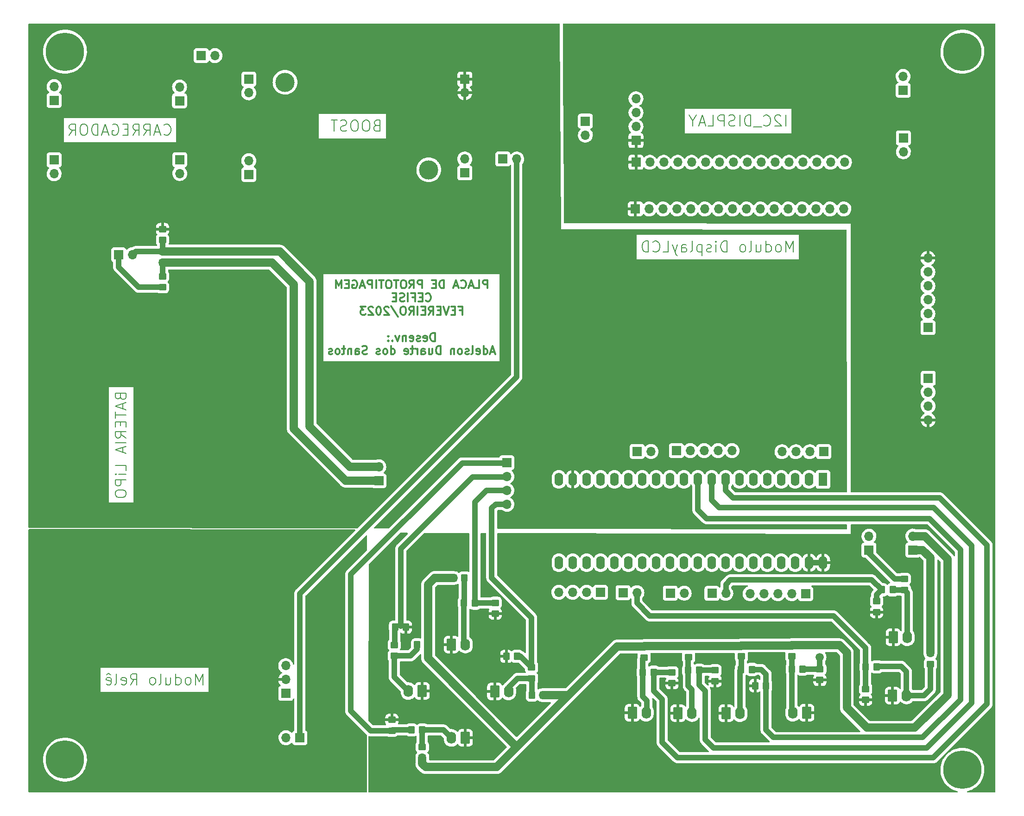
<source format=gbr>
%TF.GenerationSoftware,KiCad,Pcbnew,(6.0.10)*%
%TF.CreationDate,2023-02-06T13:07:10-03:00*%
%TF.ProjectId,JMP_SYSTEM,4a4d505f-5359-4535-9445-4d2e6b696361,rev?*%
%TF.SameCoordinates,Original*%
%TF.FileFunction,Copper,L1,Top*%
%TF.FilePolarity,Positive*%
%FSLAX46Y46*%
G04 Gerber Fmt 4.6, Leading zero omitted, Abs format (unit mm)*
G04 Created by KiCad (PCBNEW (6.0.10)) date 2023-02-06 13:07:10*
%MOMM*%
%LPD*%
G01*
G04 APERTURE LIST*
G04 Aperture macros list*
%AMRoundRect*
0 Rectangle with rounded corners*
0 $1 Rounding radius*
0 $2 $3 $4 $5 $6 $7 $8 $9 X,Y pos of 4 corners*
0 Add a 4 corners polygon primitive as box body*
4,1,4,$2,$3,$4,$5,$6,$7,$8,$9,$2,$3,0*
0 Add four circle primitives for the rounded corners*
1,1,$1+$1,$2,$3*
1,1,$1+$1,$4,$5*
1,1,$1+$1,$6,$7*
1,1,$1+$1,$8,$9*
0 Add four rect primitives between the rounded corners*
20,1,$1+$1,$2,$3,$4,$5,0*
20,1,$1+$1,$4,$5,$6,$7,0*
20,1,$1+$1,$6,$7,$8,$9,0*
20,1,$1+$1,$8,$9,$2,$3,0*%
G04 Aperture macros list end*
%ADD10C,0.150000*%
%TA.AperFunction,NonConductor*%
%ADD11C,0.150000*%
%TD*%
%ADD12C,0.300000*%
%TA.AperFunction,NonConductor*%
%ADD13C,0.300000*%
%TD*%
%TA.AperFunction,SMDPad,CuDef*%
%ADD14RoundRect,0.250000X0.450000X-0.350000X0.450000X0.350000X-0.450000X0.350000X-0.450000X-0.350000X0*%
%TD*%
%TA.AperFunction,SMDPad,CuDef*%
%ADD15RoundRect,0.250000X0.350000X0.450000X-0.350000X0.450000X-0.350000X-0.450000X0.350000X-0.450000X0*%
%TD*%
%TA.AperFunction,ComponentPad*%
%ADD16RoundRect,0.250000X-0.620000X-0.845000X0.620000X-0.845000X0.620000X0.845000X-0.620000X0.845000X0*%
%TD*%
%TA.AperFunction,ComponentPad*%
%ADD17O,1.740000X2.190000*%
%TD*%
%TA.AperFunction,SMDPad,CuDef*%
%ADD18RoundRect,0.250000X-0.450000X0.350000X-0.450000X-0.350000X0.450000X-0.350000X0.450000X0.350000X0*%
%TD*%
%TA.AperFunction,ComponentPad*%
%ADD19R,1.700000X1.700000*%
%TD*%
%TA.AperFunction,ComponentPad*%
%ADD20O,1.700000X1.700000*%
%TD*%
%TA.AperFunction,ComponentPad*%
%ADD21R,1.600000X2.400000*%
%TD*%
%TA.AperFunction,ComponentPad*%
%ADD22O,1.600000X2.400000*%
%TD*%
%TA.AperFunction,SMDPad,CuDef*%
%ADD23RoundRect,0.250000X-0.350000X-0.450000X0.350000X-0.450000X0.350000X0.450000X-0.350000X0.450000X0*%
%TD*%
%TA.AperFunction,ComponentPad*%
%ADD24RoundRect,0.250000X0.620000X0.845000X-0.620000X0.845000X-0.620000X-0.845000X0.620000X-0.845000X0*%
%TD*%
%TA.AperFunction,ComponentPad*%
%ADD25C,7.000000*%
%TD*%
%TA.AperFunction,WasherPad*%
%ADD26C,3.500000*%
%TD*%
%TA.AperFunction,ViaPad*%
%ADD27C,1.500000*%
%TD*%
%TA.AperFunction,Conductor*%
%ADD28C,1.000000*%
%TD*%
%TA.AperFunction,Conductor*%
%ADD29C,1.500000*%
%TD*%
G04 APERTURE END LIST*
D10*
D11*
X-106565158Y-39448377D02*
X-106565158Y-37448377D01*
X-107422301Y-37638854D02*
X-107517539Y-37543616D01*
X-107708015Y-37448377D01*
X-108184205Y-37448377D01*
X-108374682Y-37543616D01*
X-108469920Y-37638854D01*
X-108565158Y-37829330D01*
X-108565158Y-38019806D01*
X-108469920Y-38305520D01*
X-107327063Y-39448377D01*
X-108565158Y-39448377D01*
X-110565158Y-39257901D02*
X-110469920Y-39353139D01*
X-110184205Y-39448377D01*
X-109993729Y-39448377D01*
X-109708015Y-39353139D01*
X-109517539Y-39162663D01*
X-109422301Y-38972187D01*
X-109327063Y-38591235D01*
X-109327063Y-38305520D01*
X-109422301Y-37924568D01*
X-109517539Y-37734092D01*
X-109708015Y-37543616D01*
X-109993729Y-37448377D01*
X-110184205Y-37448377D01*
X-110469920Y-37543616D01*
X-110565158Y-37638854D01*
X-110946110Y-39638854D02*
X-112469920Y-39638854D01*
X-112946110Y-39448377D02*
X-112946110Y-37448377D01*
X-113422301Y-37448377D01*
X-113708015Y-37543616D01*
X-113898491Y-37734092D01*
X-113993729Y-37924568D01*
X-114088967Y-38305520D01*
X-114088967Y-38591235D01*
X-113993729Y-38972187D01*
X-113898491Y-39162663D01*
X-113708015Y-39353139D01*
X-113422301Y-39448377D01*
X-112946110Y-39448377D01*
X-114946110Y-39448377D02*
X-114946110Y-37448377D01*
X-115803253Y-39353139D02*
X-116088967Y-39448377D01*
X-116565158Y-39448377D01*
X-116755634Y-39353139D01*
X-116850872Y-39257901D01*
X-116946110Y-39067425D01*
X-116946110Y-38876949D01*
X-116850872Y-38686473D01*
X-116755634Y-38591235D01*
X-116565158Y-38495996D01*
X-116184205Y-38400758D01*
X-115993729Y-38305520D01*
X-115898491Y-38210282D01*
X-115803253Y-38019806D01*
X-115803253Y-37829330D01*
X-115898491Y-37638854D01*
X-115993729Y-37543616D01*
X-116184205Y-37448377D01*
X-116660396Y-37448377D01*
X-116946110Y-37543616D01*
X-117803253Y-39448377D02*
X-117803253Y-37448377D01*
X-118565158Y-37448377D01*
X-118755634Y-37543616D01*
X-118850872Y-37638854D01*
X-118946110Y-37829330D01*
X-118946110Y-38115044D01*
X-118850872Y-38305520D01*
X-118755634Y-38400758D01*
X-118565158Y-38495996D01*
X-117803253Y-38495996D01*
X-120755634Y-39448377D02*
X-119803253Y-39448377D01*
X-119803253Y-37448377D01*
X-121327063Y-38876949D02*
X-122279444Y-38876949D01*
X-121136586Y-39448377D02*
X-121803253Y-37448377D01*
X-122469920Y-39448377D01*
X-123517539Y-38495996D02*
X-123517539Y-39448377D01*
X-122850872Y-37448377D02*
X-123517539Y-38495996D01*
X-124184205Y-37448377D01*
D10*
D11*
X-228125457Y-88948076D02*
X-228030219Y-89233790D01*
X-227934980Y-89329028D01*
X-227744504Y-89424266D01*
X-227458790Y-89424266D01*
X-227268314Y-89329028D01*
X-227173076Y-89233790D01*
X-227077838Y-89043314D01*
X-227077838Y-88281409D01*
X-229077838Y-88281409D01*
X-229077838Y-88948076D01*
X-228982600Y-89138552D01*
X-228887361Y-89233790D01*
X-228696885Y-89329028D01*
X-228506409Y-89329028D01*
X-228315933Y-89233790D01*
X-228220695Y-89138552D01*
X-228125457Y-88948076D01*
X-228125457Y-88281409D01*
X-227649266Y-90186171D02*
X-227649266Y-91138552D01*
X-227077838Y-89995695D02*
X-229077838Y-90662361D01*
X-227077838Y-91329028D01*
X-229077838Y-91709980D02*
X-229077838Y-92852838D01*
X-227077838Y-92281409D02*
X-229077838Y-92281409D01*
X-228125457Y-93519504D02*
X-228125457Y-94186171D01*
X-227077838Y-94471885D02*
X-227077838Y-93519504D01*
X-229077838Y-93519504D01*
X-229077838Y-94471885D01*
X-227077838Y-96471885D02*
X-228030219Y-95805219D01*
X-227077838Y-95329028D02*
X-229077838Y-95329028D01*
X-229077838Y-96090933D01*
X-228982600Y-96281409D01*
X-228887361Y-96376647D01*
X-228696885Y-96471885D01*
X-228411171Y-96471885D01*
X-228220695Y-96376647D01*
X-228125457Y-96281409D01*
X-228030219Y-96090933D01*
X-228030219Y-95329028D01*
X-227077838Y-97329028D02*
X-229077838Y-97329028D01*
X-227649266Y-98186171D02*
X-227649266Y-99138552D01*
X-227077838Y-97995695D02*
X-229077838Y-98662361D01*
X-227077838Y-99329028D01*
X-227077838Y-102471885D02*
X-227077838Y-101519504D01*
X-229077838Y-101519504D01*
X-227077838Y-103138552D02*
X-228411171Y-103138552D01*
X-229077838Y-103138552D02*
X-228982600Y-103043314D01*
X-228887361Y-103138552D01*
X-228982600Y-103233790D01*
X-229077838Y-103138552D01*
X-228887361Y-103138552D01*
X-227077838Y-104090933D02*
X-229077838Y-104090933D01*
X-229077838Y-104852838D01*
X-228982600Y-105043314D01*
X-228887361Y-105138552D01*
X-228696885Y-105233790D01*
X-228411171Y-105233790D01*
X-228220695Y-105138552D01*
X-228125457Y-105043314D01*
X-228030219Y-104852838D01*
X-228030219Y-104090933D01*
X-229077838Y-106471885D02*
X-229077838Y-106852838D01*
X-228982600Y-107043314D01*
X-228792123Y-107233790D01*
X-228411171Y-107329028D01*
X-227744504Y-107329028D01*
X-227363552Y-107233790D01*
X-227173076Y-107043314D01*
X-227077838Y-106852838D01*
X-227077838Y-106471885D01*
X-227173076Y-106281409D01*
X-227363552Y-106090933D01*
X-227744504Y-105995695D01*
X-228411171Y-105995695D01*
X-228792123Y-106090933D01*
X-228982600Y-106281409D01*
X-229077838Y-106471885D01*
D10*
D11*
X-213044876Y-141595361D02*
X-213044876Y-139595361D01*
X-213711542Y-141023933D01*
X-214378209Y-139595361D01*
X-214378209Y-141595361D01*
X-215616304Y-141595361D02*
X-215425828Y-141500123D01*
X-215330590Y-141404885D01*
X-215235352Y-141214409D01*
X-215235352Y-140642980D01*
X-215330590Y-140452504D01*
X-215425828Y-140357266D01*
X-215616304Y-140262028D01*
X-215902019Y-140262028D01*
X-216092495Y-140357266D01*
X-216187733Y-140452504D01*
X-216282971Y-140642980D01*
X-216282971Y-141214409D01*
X-216187733Y-141404885D01*
X-216092495Y-141500123D01*
X-215902019Y-141595361D01*
X-215616304Y-141595361D01*
X-217997257Y-141595361D02*
X-217997257Y-139595361D01*
X-217997257Y-141500123D02*
X-217806780Y-141595361D01*
X-217425828Y-141595361D01*
X-217235352Y-141500123D01*
X-217140114Y-141404885D01*
X-217044876Y-141214409D01*
X-217044876Y-140642980D01*
X-217140114Y-140452504D01*
X-217235352Y-140357266D01*
X-217425828Y-140262028D01*
X-217806780Y-140262028D01*
X-217997257Y-140357266D01*
X-219806780Y-140262028D02*
X-219806780Y-141595361D01*
X-218949638Y-140262028D02*
X-218949638Y-141309647D01*
X-219044876Y-141500123D01*
X-219235352Y-141595361D01*
X-219521066Y-141595361D01*
X-219711542Y-141500123D01*
X-219806780Y-141404885D01*
X-221044876Y-141595361D02*
X-220854400Y-141500123D01*
X-220759161Y-141309647D01*
X-220759161Y-139595361D01*
X-222092495Y-141595361D02*
X-221902019Y-141500123D01*
X-221806780Y-141404885D01*
X-221711542Y-141214409D01*
X-221711542Y-140642980D01*
X-221806780Y-140452504D01*
X-221902019Y-140357266D01*
X-222092495Y-140262028D01*
X-222378209Y-140262028D01*
X-222568685Y-140357266D01*
X-222663923Y-140452504D01*
X-222759161Y-140642980D01*
X-222759161Y-141214409D01*
X-222663923Y-141404885D01*
X-222568685Y-141500123D01*
X-222378209Y-141595361D01*
X-222092495Y-141595361D01*
X-226282971Y-141595361D02*
X-225616304Y-140642980D01*
X-225140114Y-141595361D02*
X-225140114Y-139595361D01*
X-225902019Y-139595361D01*
X-226092495Y-139690600D01*
X-226187733Y-139785838D01*
X-226282971Y-139976314D01*
X-226282971Y-140262028D01*
X-226187733Y-140452504D01*
X-226092495Y-140547742D01*
X-225902019Y-140642980D01*
X-225140114Y-140642980D01*
X-227902019Y-141500123D02*
X-227711542Y-141595361D01*
X-227330590Y-141595361D01*
X-227140114Y-141500123D01*
X-227044876Y-141309647D01*
X-227044876Y-140547742D01*
X-227140114Y-140357266D01*
X-227330590Y-140262028D01*
X-227711542Y-140262028D01*
X-227902019Y-140357266D01*
X-227997257Y-140547742D01*
X-227997257Y-140738219D01*
X-227044876Y-140928695D01*
X-229140114Y-141595361D02*
X-228949638Y-141500123D01*
X-228854400Y-141309647D01*
X-228854400Y-139595361D01*
X-230663923Y-141500123D02*
X-230473447Y-141595361D01*
X-230092495Y-141595361D01*
X-229902019Y-141500123D01*
X-229806780Y-141309647D01*
X-229806780Y-140547742D01*
X-229902019Y-140357266D01*
X-230092495Y-140262028D01*
X-230473447Y-140262028D01*
X-230663923Y-140357266D01*
X-230759161Y-140547742D01*
X-230759161Y-140738219D01*
X-229806780Y-140928695D01*
X-229902019Y-139785838D02*
X-230282971Y-139500123D01*
X-230663923Y-139785838D01*
D12*
D13*
X-161047257Y-69113871D02*
X-161047257Y-67613871D01*
X-161618685Y-67613871D01*
X-161761542Y-67685300D01*
X-161832971Y-67756728D01*
X-161904400Y-67899585D01*
X-161904400Y-68113871D01*
X-161832971Y-68256728D01*
X-161761542Y-68328157D01*
X-161618685Y-68399585D01*
X-161047257Y-68399585D01*
X-163261542Y-69113871D02*
X-162547257Y-69113871D01*
X-162547257Y-67613871D01*
X-163690114Y-68685300D02*
X-164404400Y-68685300D01*
X-163547257Y-69113871D02*
X-164047257Y-67613871D01*
X-164547257Y-69113871D01*
X-165904400Y-68971014D02*
X-165832971Y-69042442D01*
X-165618685Y-69113871D01*
X-165475828Y-69113871D01*
X-165261542Y-69042442D01*
X-165118685Y-68899585D01*
X-165047257Y-68756728D01*
X-164975828Y-68471014D01*
X-164975828Y-68256728D01*
X-165047257Y-67971014D01*
X-165118685Y-67828157D01*
X-165261542Y-67685300D01*
X-165475828Y-67613871D01*
X-165618685Y-67613871D01*
X-165832971Y-67685300D01*
X-165904400Y-67756728D01*
X-166475828Y-68685300D02*
X-167190114Y-68685300D01*
X-166332971Y-69113871D02*
X-166832971Y-67613871D01*
X-167332971Y-69113871D01*
X-168975828Y-69113871D02*
X-168975828Y-67613871D01*
X-169332971Y-67613871D01*
X-169547257Y-67685300D01*
X-169690114Y-67828157D01*
X-169761542Y-67971014D01*
X-169832971Y-68256728D01*
X-169832971Y-68471014D01*
X-169761542Y-68756728D01*
X-169690114Y-68899585D01*
X-169547257Y-69042442D01*
X-169332971Y-69113871D01*
X-168975828Y-69113871D01*
X-170475828Y-68328157D02*
X-170975828Y-68328157D01*
X-171190114Y-69113871D02*
X-170475828Y-69113871D01*
X-170475828Y-67613871D01*
X-171190114Y-67613871D01*
X-172975828Y-69113871D02*
X-172975828Y-67613871D01*
X-173547257Y-67613871D01*
X-173690114Y-67685300D01*
X-173761542Y-67756728D01*
X-173832971Y-67899585D01*
X-173832971Y-68113871D01*
X-173761542Y-68256728D01*
X-173690114Y-68328157D01*
X-173547257Y-68399585D01*
X-172975828Y-68399585D01*
X-175332971Y-69113871D02*
X-174832971Y-68399585D01*
X-174475828Y-69113871D02*
X-174475828Y-67613871D01*
X-175047257Y-67613871D01*
X-175190114Y-67685300D01*
X-175261542Y-67756728D01*
X-175332971Y-67899585D01*
X-175332971Y-68113871D01*
X-175261542Y-68256728D01*
X-175190114Y-68328157D01*
X-175047257Y-68399585D01*
X-174475828Y-68399585D01*
X-176261542Y-67613871D02*
X-176547257Y-67613871D01*
X-176690114Y-67685300D01*
X-176832971Y-67828157D01*
X-176904400Y-68113871D01*
X-176904400Y-68613871D01*
X-176832971Y-68899585D01*
X-176690114Y-69042442D01*
X-176547257Y-69113871D01*
X-176261542Y-69113871D01*
X-176118685Y-69042442D01*
X-175975828Y-68899585D01*
X-175904400Y-68613871D01*
X-175904400Y-68113871D01*
X-175975828Y-67828157D01*
X-176118685Y-67685300D01*
X-176261542Y-67613871D01*
X-177332971Y-67613871D02*
X-178190114Y-67613871D01*
X-177761542Y-69113871D02*
X-177761542Y-67613871D01*
X-178975828Y-67613871D02*
X-179261542Y-67613871D01*
X-179404400Y-67685300D01*
X-179547257Y-67828157D01*
X-179618685Y-68113871D01*
X-179618685Y-68613871D01*
X-179547257Y-68899585D01*
X-179404400Y-69042442D01*
X-179261542Y-69113871D01*
X-178975828Y-69113871D01*
X-178832971Y-69042442D01*
X-178690114Y-68899585D01*
X-178618685Y-68613871D01*
X-178618685Y-68113871D01*
X-178690114Y-67828157D01*
X-178832971Y-67685300D01*
X-178975828Y-67613871D01*
X-180047257Y-67613871D02*
X-180904400Y-67613871D01*
X-180475828Y-69113871D02*
X-180475828Y-67613871D01*
X-181404400Y-69113871D02*
X-181404400Y-67613871D01*
X-182118685Y-69113871D02*
X-182118685Y-67613871D01*
X-182690114Y-67613871D01*
X-182832971Y-67685300D01*
X-182904400Y-67756728D01*
X-182975828Y-67899585D01*
X-182975828Y-68113871D01*
X-182904400Y-68256728D01*
X-182832971Y-68328157D01*
X-182690114Y-68399585D01*
X-182118685Y-68399585D01*
X-183547257Y-68685300D02*
X-184261542Y-68685300D01*
X-183404400Y-69113871D02*
X-183904400Y-67613871D01*
X-184404400Y-69113871D01*
X-185690114Y-67685300D02*
X-185547257Y-67613871D01*
X-185332971Y-67613871D01*
X-185118685Y-67685300D01*
X-184975828Y-67828157D01*
X-184904400Y-67971014D01*
X-184832971Y-68256728D01*
X-184832971Y-68471014D01*
X-184904400Y-68756728D01*
X-184975828Y-68899585D01*
X-185118685Y-69042442D01*
X-185332971Y-69113871D01*
X-185475828Y-69113871D01*
X-185690114Y-69042442D01*
X-185761542Y-68971014D01*
X-185761542Y-68471014D01*
X-185475828Y-68471014D01*
X-186404400Y-68328157D02*
X-186904400Y-68328157D01*
X-187118685Y-69113871D02*
X-186404400Y-69113871D01*
X-186404400Y-67613871D01*
X-187118685Y-67613871D01*
X-187761542Y-69113871D02*
X-187761542Y-67613871D01*
X-188261542Y-68685300D01*
X-188761542Y-67613871D01*
X-188761542Y-69113871D01*
X-172297257Y-71386014D02*
X-172225828Y-71457442D01*
X-172011542Y-71528871D01*
X-171868685Y-71528871D01*
X-171654400Y-71457442D01*
X-171511542Y-71314585D01*
X-171440114Y-71171728D01*
X-171368685Y-70886014D01*
X-171368685Y-70671728D01*
X-171440114Y-70386014D01*
X-171511542Y-70243157D01*
X-171654400Y-70100300D01*
X-171868685Y-70028871D01*
X-172011542Y-70028871D01*
X-172225828Y-70100300D01*
X-172297257Y-70171728D01*
X-172940114Y-70743157D02*
X-173440114Y-70743157D01*
X-173654400Y-71528871D02*
X-172940114Y-71528871D01*
X-172940114Y-70028871D01*
X-173654400Y-70028871D01*
X-174797257Y-70743157D02*
X-174297257Y-70743157D01*
X-174297257Y-71528871D02*
X-174297257Y-70028871D01*
X-175011542Y-70028871D01*
X-175582971Y-71528871D02*
X-175582971Y-70028871D01*
X-176225828Y-71457442D02*
X-176440114Y-71528871D01*
X-176797257Y-71528871D01*
X-176940114Y-71457442D01*
X-177011542Y-71386014D01*
X-177082971Y-71243157D01*
X-177082971Y-71100300D01*
X-177011542Y-70957442D01*
X-176940114Y-70886014D01*
X-176797257Y-70814585D01*
X-176511542Y-70743157D01*
X-176368685Y-70671728D01*
X-176297257Y-70600300D01*
X-176225828Y-70457442D01*
X-176225828Y-70314585D01*
X-176297257Y-70171728D01*
X-176368685Y-70100300D01*
X-176511542Y-70028871D01*
X-176868685Y-70028871D01*
X-177082971Y-70100300D01*
X-177725828Y-70743157D02*
X-178225828Y-70743157D01*
X-178440114Y-71528871D02*
X-177725828Y-71528871D01*
X-177725828Y-70028871D01*
X-178440114Y-70028871D01*
X-166154400Y-73158157D02*
X-165654400Y-73158157D01*
X-165654400Y-73943871D02*
X-165654400Y-72443871D01*
X-166368685Y-72443871D01*
X-166940114Y-73158157D02*
X-167440114Y-73158157D01*
X-167654400Y-73943871D02*
X-166940114Y-73943871D01*
X-166940114Y-72443871D01*
X-167654400Y-72443871D01*
X-168082971Y-72443871D02*
X-168582971Y-73943871D01*
X-169082971Y-72443871D01*
X-169582971Y-73158157D02*
X-170082971Y-73158157D01*
X-170297257Y-73943871D02*
X-169582971Y-73943871D01*
X-169582971Y-72443871D01*
X-170297257Y-72443871D01*
X-171797257Y-73943871D02*
X-171297257Y-73229585D01*
X-170940114Y-73943871D02*
X-170940114Y-72443871D01*
X-171511542Y-72443871D01*
X-171654400Y-72515300D01*
X-171725828Y-72586728D01*
X-171797257Y-72729585D01*
X-171797257Y-72943871D01*
X-171725828Y-73086728D01*
X-171654400Y-73158157D01*
X-171511542Y-73229585D01*
X-170940114Y-73229585D01*
X-172440114Y-73158157D02*
X-172940114Y-73158157D01*
X-173154400Y-73943871D02*
X-172440114Y-73943871D01*
X-172440114Y-72443871D01*
X-173154400Y-72443871D01*
X-173797257Y-73943871D02*
X-173797257Y-72443871D01*
X-175368685Y-73943871D02*
X-174868685Y-73229585D01*
X-174511542Y-73943871D02*
X-174511542Y-72443871D01*
X-175082971Y-72443871D01*
X-175225828Y-72515300D01*
X-175297257Y-72586728D01*
X-175368685Y-72729585D01*
X-175368685Y-72943871D01*
X-175297257Y-73086728D01*
X-175225828Y-73158157D01*
X-175082971Y-73229585D01*
X-174511542Y-73229585D01*
X-176297257Y-72443871D02*
X-176582971Y-72443871D01*
X-176725828Y-72515300D01*
X-176868685Y-72658157D01*
X-176940114Y-72943871D01*
X-176940114Y-73443871D01*
X-176868685Y-73729585D01*
X-176725828Y-73872442D01*
X-176582971Y-73943871D01*
X-176297257Y-73943871D01*
X-176154400Y-73872442D01*
X-176011542Y-73729585D01*
X-175940114Y-73443871D01*
X-175940114Y-72943871D01*
X-176011542Y-72658157D01*
X-176154400Y-72515300D01*
X-176297257Y-72443871D01*
X-178654400Y-72372442D02*
X-177368685Y-74301014D01*
X-179082971Y-72586728D02*
X-179154400Y-72515300D01*
X-179297257Y-72443871D01*
X-179654400Y-72443871D01*
X-179797257Y-72515300D01*
X-179868685Y-72586728D01*
X-179940114Y-72729585D01*
X-179940114Y-72872442D01*
X-179868685Y-73086728D01*
X-179011542Y-73943871D01*
X-179940114Y-73943871D01*
X-180868685Y-72443871D02*
X-181011542Y-72443871D01*
X-181154400Y-72515300D01*
X-181225828Y-72586728D01*
X-181297257Y-72729585D01*
X-181368685Y-73015300D01*
X-181368685Y-73372442D01*
X-181297257Y-73658157D01*
X-181225828Y-73801014D01*
X-181154400Y-73872442D01*
X-181011542Y-73943871D01*
X-180868685Y-73943871D01*
X-180725828Y-73872442D01*
X-180654400Y-73801014D01*
X-180582971Y-73658157D01*
X-180511542Y-73372442D01*
X-180511542Y-73015300D01*
X-180582971Y-72729585D01*
X-180654400Y-72586728D01*
X-180725828Y-72515300D01*
X-180868685Y-72443871D01*
X-181940114Y-72586728D02*
X-182011542Y-72515300D01*
X-182154400Y-72443871D01*
X-182511542Y-72443871D01*
X-182654400Y-72515300D01*
X-182725828Y-72586728D01*
X-182797257Y-72729585D01*
X-182797257Y-72872442D01*
X-182725828Y-73086728D01*
X-181868685Y-73943871D01*
X-182797257Y-73943871D01*
X-183297257Y-72443871D02*
X-184225828Y-72443871D01*
X-183725828Y-73015300D01*
X-183940114Y-73015300D01*
X-184082971Y-73086728D01*
X-184154400Y-73158157D01*
X-184225828Y-73301014D01*
X-184225828Y-73658157D01*
X-184154400Y-73801014D01*
X-184082971Y-73872442D01*
X-183940114Y-73943871D01*
X-183511542Y-73943871D01*
X-183368685Y-73872442D01*
X-183297257Y-73801014D01*
X-170654400Y-78773871D02*
X-170654400Y-77273871D01*
X-171011542Y-77273871D01*
X-171225828Y-77345300D01*
X-171368685Y-77488157D01*
X-171440114Y-77631014D01*
X-171511542Y-77916728D01*
X-171511542Y-78131014D01*
X-171440114Y-78416728D01*
X-171368685Y-78559585D01*
X-171225828Y-78702442D01*
X-171011542Y-78773871D01*
X-170654400Y-78773871D01*
X-172725828Y-78702442D02*
X-172582971Y-78773871D01*
X-172297257Y-78773871D01*
X-172154400Y-78702442D01*
X-172082971Y-78559585D01*
X-172082971Y-77988157D01*
X-172154400Y-77845300D01*
X-172297257Y-77773871D01*
X-172582971Y-77773871D01*
X-172725828Y-77845300D01*
X-172797257Y-77988157D01*
X-172797257Y-78131014D01*
X-172082971Y-78273871D01*
X-173368685Y-78702442D02*
X-173511542Y-78773871D01*
X-173797257Y-78773871D01*
X-173940114Y-78702442D01*
X-174011542Y-78559585D01*
X-174011542Y-78488157D01*
X-173940114Y-78345300D01*
X-173797257Y-78273871D01*
X-173582971Y-78273871D01*
X-173440114Y-78202442D01*
X-173368685Y-78059585D01*
X-173368685Y-77988157D01*
X-173440114Y-77845300D01*
X-173582971Y-77773871D01*
X-173797257Y-77773871D01*
X-173940114Y-77845300D01*
X-175225828Y-78702442D02*
X-175082971Y-78773871D01*
X-174797257Y-78773871D01*
X-174654400Y-78702442D01*
X-174582971Y-78559585D01*
X-174582971Y-77988157D01*
X-174654400Y-77845300D01*
X-174797257Y-77773871D01*
X-175082971Y-77773871D01*
X-175225828Y-77845300D01*
X-175297257Y-77988157D01*
X-175297257Y-78131014D01*
X-174582971Y-78273871D01*
X-175940114Y-77773871D02*
X-175940114Y-78773871D01*
X-175940114Y-77916728D02*
X-176011542Y-77845300D01*
X-176154400Y-77773871D01*
X-176368685Y-77773871D01*
X-176511542Y-77845300D01*
X-176582971Y-77988157D01*
X-176582971Y-78773871D01*
X-177154400Y-77773871D02*
X-177511542Y-78773871D01*
X-177868685Y-77773871D01*
X-178440114Y-78631014D02*
X-178511542Y-78702442D01*
X-178440114Y-78773871D01*
X-178368685Y-78702442D01*
X-178440114Y-78631014D01*
X-178440114Y-78773871D01*
X-179154400Y-78631014D02*
X-179225828Y-78702442D01*
X-179154400Y-78773871D01*
X-179082971Y-78702442D01*
X-179154400Y-78631014D01*
X-179154400Y-78773871D01*
X-179154400Y-77845300D02*
X-179225828Y-77916728D01*
X-179154400Y-77988157D01*
X-179082971Y-77916728D01*
X-179154400Y-77845300D01*
X-179154400Y-77988157D01*
X-159761542Y-80760300D02*
X-160475828Y-80760300D01*
X-159618685Y-81188871D02*
X-160118685Y-79688871D01*
X-160618685Y-81188871D01*
X-161761542Y-81188871D02*
X-161761542Y-79688871D01*
X-161761542Y-81117442D02*
X-161618685Y-81188871D01*
X-161332971Y-81188871D01*
X-161190114Y-81117442D01*
X-161118685Y-81046014D01*
X-161047257Y-80903157D01*
X-161047257Y-80474585D01*
X-161118685Y-80331728D01*
X-161190114Y-80260300D01*
X-161332971Y-80188871D01*
X-161618685Y-80188871D01*
X-161761542Y-80260300D01*
X-163047257Y-81117442D02*
X-162904400Y-81188871D01*
X-162618685Y-81188871D01*
X-162475828Y-81117442D01*
X-162404400Y-80974585D01*
X-162404400Y-80403157D01*
X-162475828Y-80260300D01*
X-162618685Y-80188871D01*
X-162904400Y-80188871D01*
X-163047257Y-80260300D01*
X-163118685Y-80403157D01*
X-163118685Y-80546014D01*
X-162404400Y-80688871D01*
X-163975828Y-81188871D02*
X-163832971Y-81117442D01*
X-163761542Y-80974585D01*
X-163761542Y-79688871D01*
X-164475828Y-81117442D02*
X-164618685Y-81188871D01*
X-164904400Y-81188871D01*
X-165047257Y-81117442D01*
X-165118685Y-80974585D01*
X-165118685Y-80903157D01*
X-165047257Y-80760300D01*
X-164904400Y-80688871D01*
X-164690114Y-80688871D01*
X-164547257Y-80617442D01*
X-164475828Y-80474585D01*
X-164475828Y-80403157D01*
X-164547257Y-80260300D01*
X-164690114Y-80188871D01*
X-164904400Y-80188871D01*
X-165047257Y-80260300D01*
X-165975828Y-81188871D02*
X-165832971Y-81117442D01*
X-165761542Y-81046014D01*
X-165690114Y-80903157D01*
X-165690114Y-80474585D01*
X-165761542Y-80331728D01*
X-165832971Y-80260300D01*
X-165975828Y-80188871D01*
X-166190114Y-80188871D01*
X-166332971Y-80260300D01*
X-166404400Y-80331728D01*
X-166475828Y-80474585D01*
X-166475828Y-80903157D01*
X-166404400Y-81046014D01*
X-166332971Y-81117442D01*
X-166190114Y-81188871D01*
X-165975828Y-81188871D01*
X-167118685Y-80188871D02*
X-167118685Y-81188871D01*
X-167118685Y-80331728D02*
X-167190114Y-80260300D01*
X-167332971Y-80188871D01*
X-167547257Y-80188871D01*
X-167690114Y-80260300D01*
X-167761542Y-80403157D01*
X-167761542Y-81188871D01*
X-169618685Y-81188871D02*
X-169618685Y-79688871D01*
X-169975828Y-79688871D01*
X-170190114Y-79760300D01*
X-170332971Y-79903157D01*
X-170404400Y-80046014D01*
X-170475828Y-80331728D01*
X-170475828Y-80546014D01*
X-170404400Y-80831728D01*
X-170332971Y-80974585D01*
X-170190114Y-81117442D01*
X-169975828Y-81188871D01*
X-169618685Y-81188871D01*
X-171761542Y-80188871D02*
X-171761542Y-81188871D01*
X-171118685Y-80188871D02*
X-171118685Y-80974585D01*
X-171190114Y-81117442D01*
X-171332971Y-81188871D01*
X-171547257Y-81188871D01*
X-171690114Y-81117442D01*
X-171761542Y-81046014D01*
X-173118685Y-81188871D02*
X-173118685Y-80403157D01*
X-173047257Y-80260300D01*
X-172904400Y-80188871D01*
X-172618685Y-80188871D01*
X-172475828Y-80260300D01*
X-173118685Y-81117442D02*
X-172975828Y-81188871D01*
X-172618685Y-81188871D01*
X-172475828Y-81117442D01*
X-172404400Y-80974585D01*
X-172404400Y-80831728D01*
X-172475828Y-80688871D01*
X-172618685Y-80617442D01*
X-172975828Y-80617442D01*
X-173118685Y-80546014D01*
X-173832971Y-81188871D02*
X-173832971Y-80188871D01*
X-173832971Y-80474585D02*
X-173904400Y-80331728D01*
X-173975828Y-80260300D01*
X-174118685Y-80188871D01*
X-174261542Y-80188871D01*
X-174547257Y-80188871D02*
X-175118685Y-80188871D01*
X-174761542Y-79688871D02*
X-174761542Y-80974585D01*
X-174832971Y-81117442D01*
X-174975828Y-81188871D01*
X-175118685Y-81188871D01*
X-176190114Y-81117442D02*
X-176047257Y-81188871D01*
X-175761542Y-81188871D01*
X-175618685Y-81117442D01*
X-175547257Y-80974585D01*
X-175547257Y-80403157D01*
X-175618685Y-80260300D01*
X-175761542Y-80188871D01*
X-176047257Y-80188871D01*
X-176190114Y-80260300D01*
X-176261542Y-80403157D01*
X-176261542Y-80546014D01*
X-175547257Y-80688871D01*
X-178690114Y-81188871D02*
X-178690114Y-79688871D01*
X-178690114Y-81117442D02*
X-178547257Y-81188871D01*
X-178261542Y-81188871D01*
X-178118685Y-81117442D01*
X-178047257Y-81046014D01*
X-177975828Y-80903157D01*
X-177975828Y-80474585D01*
X-178047257Y-80331728D01*
X-178118685Y-80260300D01*
X-178261542Y-80188871D01*
X-178547257Y-80188871D01*
X-178690114Y-80260300D01*
X-179618685Y-81188871D02*
X-179475828Y-81117442D01*
X-179404400Y-81046014D01*
X-179332971Y-80903157D01*
X-179332971Y-80474585D01*
X-179404400Y-80331728D01*
X-179475828Y-80260300D01*
X-179618685Y-80188871D01*
X-179832971Y-80188871D01*
X-179975828Y-80260300D01*
X-180047257Y-80331728D01*
X-180118685Y-80474585D01*
X-180118685Y-80903157D01*
X-180047257Y-81046014D01*
X-179975828Y-81117442D01*
X-179832971Y-81188871D01*
X-179618685Y-81188871D01*
X-180690114Y-81117442D02*
X-180832971Y-81188871D01*
X-181118685Y-81188871D01*
X-181261542Y-81117442D01*
X-181332971Y-80974585D01*
X-181332971Y-80903157D01*
X-181261542Y-80760300D01*
X-181118685Y-80688871D01*
X-180904400Y-80688871D01*
X-180761542Y-80617442D01*
X-180690114Y-80474585D01*
X-180690114Y-80403157D01*
X-180761542Y-80260300D01*
X-180904400Y-80188871D01*
X-181118685Y-80188871D01*
X-181261542Y-80260300D01*
X-183047257Y-81117442D02*
X-183261542Y-81188871D01*
X-183618685Y-81188871D01*
X-183761542Y-81117442D01*
X-183832971Y-81046014D01*
X-183904400Y-80903157D01*
X-183904400Y-80760300D01*
X-183832971Y-80617442D01*
X-183761542Y-80546014D01*
X-183618685Y-80474585D01*
X-183332971Y-80403157D01*
X-183190114Y-80331728D01*
X-183118685Y-80260300D01*
X-183047257Y-80117442D01*
X-183047257Y-79974585D01*
X-183118685Y-79831728D01*
X-183190114Y-79760300D01*
X-183332971Y-79688871D01*
X-183690114Y-79688871D01*
X-183904400Y-79760300D01*
X-185190114Y-81188871D02*
X-185190114Y-80403157D01*
X-185118685Y-80260300D01*
X-184975828Y-80188871D01*
X-184690114Y-80188871D01*
X-184547257Y-80260300D01*
X-185190114Y-81117442D02*
X-185047257Y-81188871D01*
X-184690114Y-81188871D01*
X-184547257Y-81117442D01*
X-184475828Y-80974585D01*
X-184475828Y-80831728D01*
X-184547257Y-80688871D01*
X-184690114Y-80617442D01*
X-185047257Y-80617442D01*
X-185190114Y-80546014D01*
X-185904400Y-80188871D02*
X-185904400Y-81188871D01*
X-185904400Y-80331728D02*
X-185975828Y-80260300D01*
X-186118685Y-80188871D01*
X-186332971Y-80188871D01*
X-186475828Y-80260300D01*
X-186547257Y-80403157D01*
X-186547257Y-81188871D01*
X-187047257Y-80188871D02*
X-187618685Y-80188871D01*
X-187261542Y-79688871D02*
X-187261542Y-80974585D01*
X-187332971Y-81117442D01*
X-187475828Y-81188871D01*
X-187618685Y-81188871D01*
X-188332971Y-81188871D02*
X-188190114Y-81117442D01*
X-188118685Y-81046014D01*
X-188047257Y-80903157D01*
X-188047257Y-80474585D01*
X-188118685Y-80331728D01*
X-188190114Y-80260300D01*
X-188332971Y-80188871D01*
X-188547257Y-80188871D01*
X-188690114Y-80260300D01*
X-188761542Y-80331728D01*
X-188832971Y-80474585D01*
X-188832971Y-80903157D01*
X-188761542Y-81046014D01*
X-188690114Y-81117442D01*
X-188547257Y-81188871D01*
X-188332971Y-81188871D01*
X-189404400Y-81117442D02*
X-189547257Y-81188871D01*
X-189832971Y-81188871D01*
X-189975828Y-81117442D01*
X-190047257Y-80974585D01*
X-190047257Y-80903157D01*
X-189975828Y-80760300D01*
X-189832971Y-80688871D01*
X-189618685Y-80688871D01*
X-189475828Y-80617442D01*
X-189404400Y-80474585D01*
X-189404400Y-80403157D01*
X-189475828Y-80260300D01*
X-189618685Y-80188871D01*
X-189832971Y-80188871D01*
X-189975828Y-80260300D01*
D10*
D11*
X-105186295Y-62474361D02*
X-105186295Y-60474361D01*
X-105852961Y-61902933D01*
X-106519628Y-60474361D01*
X-106519628Y-62474361D01*
X-107757723Y-62474361D02*
X-107567247Y-62379123D01*
X-107472009Y-62283885D01*
X-107376771Y-62093409D01*
X-107376771Y-61521980D01*
X-107472009Y-61331504D01*
X-107567247Y-61236266D01*
X-107757723Y-61141028D01*
X-108043438Y-61141028D01*
X-108233914Y-61236266D01*
X-108329152Y-61331504D01*
X-108424390Y-61521980D01*
X-108424390Y-62093409D01*
X-108329152Y-62283885D01*
X-108233914Y-62379123D01*
X-108043438Y-62474361D01*
X-107757723Y-62474361D01*
X-110138676Y-62474361D02*
X-110138676Y-60474361D01*
X-110138676Y-62379123D02*
X-109948200Y-62474361D01*
X-109567247Y-62474361D01*
X-109376771Y-62379123D01*
X-109281533Y-62283885D01*
X-109186295Y-62093409D01*
X-109186295Y-61521980D01*
X-109281533Y-61331504D01*
X-109376771Y-61236266D01*
X-109567247Y-61141028D01*
X-109948200Y-61141028D01*
X-110138676Y-61236266D01*
X-111948200Y-61141028D02*
X-111948200Y-62474361D01*
X-111091057Y-61141028D02*
X-111091057Y-62188647D01*
X-111186295Y-62379123D01*
X-111376771Y-62474361D01*
X-111662485Y-62474361D01*
X-111852961Y-62379123D01*
X-111948200Y-62283885D01*
X-113186295Y-62474361D02*
X-112995819Y-62379123D01*
X-112900580Y-62188647D01*
X-112900580Y-60474361D01*
X-114233914Y-62474361D02*
X-114043438Y-62379123D01*
X-113948200Y-62283885D01*
X-113852961Y-62093409D01*
X-113852961Y-61521980D01*
X-113948200Y-61331504D01*
X-114043438Y-61236266D01*
X-114233914Y-61141028D01*
X-114519628Y-61141028D01*
X-114710104Y-61236266D01*
X-114805342Y-61331504D01*
X-114900580Y-61521980D01*
X-114900580Y-62093409D01*
X-114805342Y-62283885D01*
X-114710104Y-62379123D01*
X-114519628Y-62474361D01*
X-114233914Y-62474361D01*
X-117281533Y-62474361D02*
X-117281533Y-60474361D01*
X-117757723Y-60474361D01*
X-118043438Y-60569600D01*
X-118233914Y-60760076D01*
X-118329152Y-60950552D01*
X-118424390Y-61331504D01*
X-118424390Y-61617219D01*
X-118329152Y-61998171D01*
X-118233914Y-62188647D01*
X-118043438Y-62379123D01*
X-117757723Y-62474361D01*
X-117281533Y-62474361D01*
X-119281533Y-62474361D02*
X-119281533Y-61141028D01*
X-119281533Y-60474361D02*
X-119186295Y-60569600D01*
X-119281533Y-60664838D01*
X-119376771Y-60569600D01*
X-119281533Y-60474361D01*
X-119281533Y-60664838D01*
X-120138676Y-62379123D02*
X-120329152Y-62474361D01*
X-120710104Y-62474361D01*
X-120900580Y-62379123D01*
X-120995819Y-62188647D01*
X-120995819Y-62093409D01*
X-120900580Y-61902933D01*
X-120710104Y-61807695D01*
X-120424390Y-61807695D01*
X-120233914Y-61712457D01*
X-120138676Y-61521980D01*
X-120138676Y-61426742D01*
X-120233914Y-61236266D01*
X-120424390Y-61141028D01*
X-120710104Y-61141028D01*
X-120900580Y-61236266D01*
X-121852961Y-61141028D02*
X-121852961Y-63141028D01*
X-121852961Y-61236266D02*
X-122043438Y-61141028D01*
X-122424390Y-61141028D01*
X-122614866Y-61236266D01*
X-122710104Y-61331504D01*
X-122805342Y-61521980D01*
X-122805342Y-62093409D01*
X-122710104Y-62283885D01*
X-122614866Y-62379123D01*
X-122424390Y-62474361D01*
X-122043438Y-62474361D01*
X-121852961Y-62379123D01*
X-123948200Y-62474361D02*
X-123757723Y-62379123D01*
X-123662485Y-62188647D01*
X-123662485Y-60474361D01*
X-125567247Y-62474361D02*
X-125567247Y-61426742D01*
X-125472009Y-61236266D01*
X-125281533Y-61141028D01*
X-124900580Y-61141028D01*
X-124710104Y-61236266D01*
X-125567247Y-62379123D02*
X-125376771Y-62474361D01*
X-124900580Y-62474361D01*
X-124710104Y-62379123D01*
X-124614866Y-62188647D01*
X-124614866Y-61998171D01*
X-124710104Y-61807695D01*
X-124900580Y-61712457D01*
X-125376771Y-61712457D01*
X-125567247Y-61617219D01*
X-126329152Y-61141028D02*
X-126805342Y-62474361D01*
X-127281533Y-61141028D02*
X-126805342Y-62474361D01*
X-126614866Y-62950552D01*
X-126519628Y-63045790D01*
X-126329152Y-63141028D01*
X-128995819Y-62474361D02*
X-128043438Y-62474361D01*
X-128043438Y-60474361D01*
X-130805342Y-62283885D02*
X-130710104Y-62379123D01*
X-130424390Y-62474361D01*
X-130233914Y-62474361D01*
X-129948200Y-62379123D01*
X-129757723Y-62188647D01*
X-129662485Y-61998171D01*
X-129567247Y-61617219D01*
X-129567247Y-61331504D01*
X-129662485Y-60950552D01*
X-129757723Y-60760076D01*
X-129948200Y-60569600D01*
X-130233914Y-60474361D01*
X-130424390Y-60474361D01*
X-130710104Y-60569600D01*
X-130805342Y-60664838D01*
X-131662485Y-62474361D02*
X-131662485Y-60474361D01*
X-132138676Y-60474361D01*
X-132424390Y-60569600D01*
X-132614866Y-60760076D01*
X-132710104Y-60950552D01*
X-132805342Y-61331504D01*
X-132805342Y-61617219D01*
X-132710104Y-61998171D01*
X-132614866Y-62188647D01*
X-132424390Y-62379123D01*
X-132138676Y-62474361D01*
X-131662485Y-62474361D01*
D10*
D11*
X-181321628Y-39328742D02*
X-181607342Y-39423980D01*
X-181702580Y-39519219D01*
X-181797819Y-39709695D01*
X-181797819Y-39995409D01*
X-181702580Y-40185885D01*
X-181607342Y-40281123D01*
X-181416866Y-40376361D01*
X-180654961Y-40376361D01*
X-180654961Y-38376361D01*
X-181321628Y-38376361D01*
X-181512104Y-38471600D01*
X-181607342Y-38566838D01*
X-181702580Y-38757314D01*
X-181702580Y-38947790D01*
X-181607342Y-39138266D01*
X-181512104Y-39233504D01*
X-181321628Y-39328742D01*
X-180654961Y-39328742D01*
X-183035914Y-38376361D02*
X-183416866Y-38376361D01*
X-183607342Y-38471600D01*
X-183797819Y-38662076D01*
X-183893057Y-39043028D01*
X-183893057Y-39709695D01*
X-183797819Y-40090647D01*
X-183607342Y-40281123D01*
X-183416866Y-40376361D01*
X-183035914Y-40376361D01*
X-182845438Y-40281123D01*
X-182654961Y-40090647D01*
X-182559723Y-39709695D01*
X-182559723Y-39043028D01*
X-182654961Y-38662076D01*
X-182845438Y-38471600D01*
X-183035914Y-38376361D01*
X-185131152Y-38376361D02*
X-185512104Y-38376361D01*
X-185702580Y-38471600D01*
X-185893057Y-38662076D01*
X-185988295Y-39043028D01*
X-185988295Y-39709695D01*
X-185893057Y-40090647D01*
X-185702580Y-40281123D01*
X-185512104Y-40376361D01*
X-185131152Y-40376361D01*
X-184940676Y-40281123D01*
X-184750200Y-40090647D01*
X-184654961Y-39709695D01*
X-184654961Y-39043028D01*
X-184750200Y-38662076D01*
X-184940676Y-38471600D01*
X-185131152Y-38376361D01*
X-186750200Y-40281123D02*
X-187035914Y-40376361D01*
X-187512104Y-40376361D01*
X-187702580Y-40281123D01*
X-187797819Y-40185885D01*
X-187893057Y-39995409D01*
X-187893057Y-39804933D01*
X-187797819Y-39614457D01*
X-187702580Y-39519219D01*
X-187512104Y-39423980D01*
X-187131152Y-39328742D01*
X-186940676Y-39233504D01*
X-186845438Y-39138266D01*
X-186750200Y-38947790D01*
X-186750200Y-38757314D01*
X-186845438Y-38566838D01*
X-186940676Y-38471600D01*
X-187131152Y-38376361D01*
X-187607342Y-38376361D01*
X-187893057Y-38471600D01*
X-188464485Y-38376361D02*
X-189607342Y-38376361D01*
X-189035914Y-40376361D02*
X-189035914Y-38376361D01*
D10*
D11*
X-220145980Y-40922485D02*
X-220050742Y-41017723D01*
X-219765028Y-41112961D01*
X-219574552Y-41112961D01*
X-219288838Y-41017723D01*
X-219098361Y-40827247D01*
X-219003123Y-40636771D01*
X-218907885Y-40255819D01*
X-218907885Y-39970104D01*
X-219003123Y-39589152D01*
X-219098361Y-39398676D01*
X-219288838Y-39208200D01*
X-219574552Y-39112961D01*
X-219765028Y-39112961D01*
X-220050742Y-39208200D01*
X-220145980Y-39303438D01*
X-220907885Y-40541533D02*
X-221860266Y-40541533D01*
X-220717409Y-41112961D02*
X-221384076Y-39112961D01*
X-222050742Y-41112961D01*
X-223860266Y-41112961D02*
X-223193600Y-40160580D01*
X-222717409Y-41112961D02*
X-222717409Y-39112961D01*
X-223479314Y-39112961D01*
X-223669790Y-39208200D01*
X-223765028Y-39303438D01*
X-223860266Y-39493914D01*
X-223860266Y-39779628D01*
X-223765028Y-39970104D01*
X-223669790Y-40065342D01*
X-223479314Y-40160580D01*
X-222717409Y-40160580D01*
X-225860266Y-41112961D02*
X-225193600Y-40160580D01*
X-224717409Y-41112961D02*
X-224717409Y-39112961D01*
X-225479314Y-39112961D01*
X-225669790Y-39208200D01*
X-225765028Y-39303438D01*
X-225860266Y-39493914D01*
X-225860266Y-39779628D01*
X-225765028Y-39970104D01*
X-225669790Y-40065342D01*
X-225479314Y-40160580D01*
X-224717409Y-40160580D01*
X-226717409Y-40065342D02*
X-227384076Y-40065342D01*
X-227669790Y-41112961D02*
X-226717409Y-41112961D01*
X-226717409Y-39112961D01*
X-227669790Y-39112961D01*
X-229574552Y-39208200D02*
X-229384076Y-39112961D01*
X-229098361Y-39112961D01*
X-228812647Y-39208200D01*
X-228622171Y-39398676D01*
X-228526933Y-39589152D01*
X-228431695Y-39970104D01*
X-228431695Y-40255819D01*
X-228526933Y-40636771D01*
X-228622171Y-40827247D01*
X-228812647Y-41017723D01*
X-229098361Y-41112961D01*
X-229288838Y-41112961D01*
X-229574552Y-41017723D01*
X-229669790Y-40922485D01*
X-229669790Y-40255819D01*
X-229288838Y-40255819D01*
X-230431695Y-40541533D02*
X-231384076Y-40541533D01*
X-230241219Y-41112961D02*
X-230907885Y-39112961D01*
X-231574552Y-41112961D01*
X-232241219Y-41112961D02*
X-232241219Y-39112961D01*
X-232717409Y-39112961D01*
X-233003123Y-39208200D01*
X-233193600Y-39398676D01*
X-233288838Y-39589152D01*
X-233384076Y-39970104D01*
X-233384076Y-40255819D01*
X-233288838Y-40636771D01*
X-233193600Y-40827247D01*
X-233003123Y-41017723D01*
X-232717409Y-41112961D01*
X-232241219Y-41112961D01*
X-234622171Y-39112961D02*
X-235003123Y-39112961D01*
X-235193600Y-39208200D01*
X-235384076Y-39398676D01*
X-235479314Y-39779628D01*
X-235479314Y-40446295D01*
X-235384076Y-40827247D01*
X-235193600Y-41017723D01*
X-235003123Y-41112961D01*
X-234622171Y-41112961D01*
X-234431695Y-41017723D01*
X-234241219Y-40827247D01*
X-234145980Y-40446295D01*
X-234145980Y-39779628D01*
X-234241219Y-39398676D01*
X-234431695Y-39208200D01*
X-234622171Y-39112961D01*
X-237479314Y-41112961D02*
X-236812647Y-40160580D01*
X-236336457Y-41112961D02*
X-236336457Y-39112961D01*
X-237098361Y-39112961D01*
X-237288838Y-39208200D01*
X-237384076Y-39303438D01*
X-237479314Y-39493914D01*
X-237479314Y-39779628D01*
X-237384076Y-39970104D01*
X-237288838Y-40065342D01*
X-237098361Y-40160580D01*
X-236336457Y-40160580D01*
D14*
%TO.P,R8,1*%
%TO.N,Net-(R7-Pad2)*%
X-152994600Y-140430200D03*
%TO.P,R8,2*%
%TO.N,/BT_RIGHT*%
X-152994600Y-138430200D03*
%TD*%
D15*
%TO.P,R12,1*%
%TO.N,Net-(R11-Pad2)*%
X-172949600Y-149844200D03*
%TO.P,R12,2*%
%TO.N,/BT_DOWN*%
X-174949600Y-149844200D03*
%TD*%
D16*
%TO.P,SW9,1*%
%TO.N,GNDA*%
X-126223000Y-146770800D03*
D17*
%TO.P,SW9,2*%
%TO.N,Net-(R17-Pad2)*%
X-123683000Y-146770800D03*
%TD*%
D16*
%TO.P,SW1,1*%
%TO.N,GNDA*%
X-87020400Y-143560800D03*
D17*
%TO.P,SW1,2*%
%TO.N,Net-(R1-Pad2)*%
X-84480400Y-143560800D03*
%TD*%
D18*
%TO.P,R3,1*%
%TO.N,Net-(J7-Pad1)*%
X-84861400Y-122240800D03*
%TO.P,R3,2*%
%TO.N,Net-(R3-Pad2)*%
X-84861400Y-124240800D03*
%TD*%
D19*
%TO.P,J13,1,Pin_1*%
%TO.N,/BT_RST*%
X-102910800Y-124952200D03*
D20*
%TO.P,J13,2,Pin_2*%
%TO.N,/PB11*%
X-105450800Y-124952200D03*
%TO.P,J13,3,Pin_3*%
%TO.N,/PB10*%
X-107990800Y-124952200D03*
%TO.P,J13,4,Pin_4*%
%TO.N,/PB1*%
X-110530800Y-124952200D03*
%TO.P,J13,5,Pin_5*%
%TO.N,/PB0*%
X-113070800Y-124952200D03*
%TD*%
D21*
%TO.P,J1,1,Pin_1*%
%TO.N,/CS*%
X-99735800Y-104043000D03*
D22*
%TO.P,J1,2,Pin_2*%
%TO.N,/SCK*%
X-102275800Y-104043000D03*
%TO.P,J1,3,Pin_3*%
%TO.N,/MISO*%
X-104815800Y-104043000D03*
%TO.P,J1,4,Pin_4*%
%TO.N,/MOSI*%
X-107355800Y-104043000D03*
%TO.P,J1,5,Pin_5*%
%TO.N,/PA8*%
X-109895800Y-104043000D03*
%TO.P,J1,6,Pin_6*%
%TO.N,/RX*%
X-112435800Y-104043000D03*
%TO.P,J1,7,Pin_7*%
%TO.N,/TX*%
X-114975800Y-104043000D03*
%TO.P,J1,8,Pin_8*%
%TO.N,/BT_MENU*%
X-117515800Y-104043000D03*
%TO.P,J1,9,Pin_9*%
%TO.N,/BT_OK*%
X-120055800Y-104043000D03*
%TO.P,J1,10,Pin_10*%
%TO.N,/BT_STOP*%
X-122595800Y-104043000D03*
%TO.P,J1,11,Pin_11*%
%TO.N,/BT_RIGHT*%
X-125135800Y-104043000D03*
%TO.P,J1,12,Pin_12*%
%TO.N,/PB4*%
X-127675800Y-104043000D03*
%TO.P,J1,13,Pin_13*%
%TO.N,/BT_UP*%
X-130215800Y-104043000D03*
%TO.P,J1,14,Pin_14*%
%TO.N,/SCL*%
X-132755800Y-104043000D03*
%TO.P,J1,15,Pin_15*%
%TO.N,/SDA*%
X-135295800Y-104043000D03*
%TO.P,J1,16,Pin_16*%
%TO.N,/BT_LEFT*%
X-137835800Y-104043000D03*
%TO.P,J1,17,Pin_17*%
%TO.N,/BT_DOWN*%
X-140375800Y-104043000D03*
%TO.P,J1,18,Pin_18*%
%TO.N,5V*%
X-142915800Y-104043000D03*
%TO.P,J1,19,Pin_19*%
%TO.N,GNDA*%
X-145455800Y-104043000D03*
%TO.P,J1,20,Pin_20*%
%TO.N,3V3*%
X-147995800Y-104043000D03*
%TO.P,J1,21,Pin_21*%
%TO.N,/VBAT*%
X-147995800Y-119283000D03*
%TO.P,J1,22,Pin_22*%
%TO.N,/PC13*%
X-145455800Y-119283000D03*
%TO.P,J1,23,Pin_23*%
%TO.N,/RELE*%
X-142915800Y-119283000D03*
%TO.P,J1,24,Pin_24*%
%TO.N,/PC15*%
X-140375800Y-119283000D03*
%TO.P,J1,25,Pin_25*%
%TO.N,/SENSOR_1*%
X-137835800Y-119283000D03*
%TO.P,J1,26,Pin_26*%
X-135295800Y-119283000D03*
%TO.P,J1,27,Pin_27*%
%TO.N,/B+_AD_IN*%
X-132755800Y-119283000D03*
%TO.P,J1,28,Pin_28*%
%TO.N,/B-_AD_IN*%
X-130215800Y-119283000D03*
%TO.P,J1,29,Pin_29*%
%TO.N,/PA4*%
X-127675800Y-119283000D03*
%TO.P,J1,30,Pin_30*%
%TO.N,/PA5*%
X-125135800Y-119283000D03*
%TO.P,J1,31,Pin_31*%
%TO.N,/SENSOR_2*%
X-122595800Y-119283000D03*
%TO.P,J1,32,Pin_32*%
X-120055800Y-119283000D03*
%TO.P,J1,33,Pin_33*%
%TO.N,/PB0*%
X-117515800Y-119283000D03*
%TO.P,J1,34,Pin_34*%
%TO.N,/PB1*%
X-114975800Y-119283000D03*
%TO.P,J1,35,Pin_35*%
%TO.N,/PB10*%
X-112435800Y-119283000D03*
%TO.P,J1,36,Pin_36*%
%TO.N,/PB11*%
X-109895800Y-119283000D03*
%TO.P,J1,37,Pin_37*%
%TO.N,/BT_RST*%
X-107355800Y-119283000D03*
%TO.P,J1,38,Pin_38*%
%TO.N,3V3*%
X-104815800Y-119283000D03*
%TO.P,J1,39,Pin_39*%
%TO.N,GNDA*%
X-102275800Y-119283000D03*
%TO.P,J1,40,Pin_40*%
X-99735800Y-119283000D03*
%TD*%
D14*
%TO.P,C6,1*%
%TO.N,/BT_DOWN*%
X-178521600Y-149996600D03*
%TO.P,C6,2*%
%TO.N,GNDA*%
X-178521600Y-147996600D03*
%TD*%
D16*
%TO.P,SW4,1*%
%TO.N,GNDA*%
X-159725600Y-142819000D03*
D17*
%TO.P,SW4,2*%
%TO.N,Net-(R7-Pad2)*%
X-157185600Y-142819000D03*
%TD*%
D16*
%TO.P,SW5,1*%
%TO.N,GNDA*%
X-167650400Y-134239200D03*
D17*
%TO.P,SW5,2*%
%TO.N,Net-(R10-Pad1)*%
X-165110400Y-134239200D03*
%TD*%
D19*
%TO.P,J22,1,Pin_1*%
%TO.N,5V*%
X-195326000Y-151282400D03*
D20*
%TO.P,J22,2,Pin_2*%
%TO.N,Net-(J12-Pad1)*%
X-197866000Y-151282400D03*
%TD*%
D18*
%TO.P,R1,1*%
%TO.N,Net-(J6-Pad1)*%
X-80111600Y-135804400D03*
%TO.P,R1,2*%
%TO.N,Net-(R1-Pad2)*%
X-80111600Y-137804400D03*
%TD*%
D14*
%TO.P,R21,1*%
%TO.N,/PowerManagaement/B+*%
X-220431600Y-68929200D03*
%TO.P,R21,2*%
%TO.N,/B+_AD_IN*%
X-220431600Y-66929200D03*
%TD*%
D19*
%TO.P,U3,1,IN+*%
%TO.N,unconnected-(U3-Pad1)*%
X-240231400Y-34777200D03*
D20*
X-240231400Y-32237200D03*
D19*
%TO.P,U3,2,IN-*%
%TO.N,unconnected-(U3-Pad2)*%
X-240240600Y-45639200D03*
D20*
X-240240600Y-48179200D03*
%TO.P,U3,3,OUT+*%
%TO.N,/PowerManagaement/4.2V*%
X-217311400Y-32297200D03*
D19*
%TO.P,U3,4,B+*%
%TO.N,/PowerManagaement/B+*%
X-217311400Y-34837200D03*
D20*
%TO.P,U3,5,OUT-*%
%TO.N,Net-(U3-Pad5)*%
X-217279000Y-48128400D03*
D19*
%TO.P,U3,6,B-*%
%TO.N,/B-_AD_IN*%
X-217279000Y-45588400D03*
%TD*%
D23*
%TO.P,C3,1*%
%TO.N,/BT_LEFT*%
X-177936400Y-131064000D03*
%TO.P,C3,2*%
%TO.N,GNDA*%
X-175936400Y-131064000D03*
%TD*%
D18*
%TO.P,C5,1*%
%TO.N,/BT_UP*%
X-159624000Y-126609800D03*
%TO.P,C5,2*%
%TO.N,GNDA*%
X-159624000Y-128609800D03*
%TD*%
D19*
%TO.P,J17,1,Pin_1*%
%TO.N,/SENSOR_1*%
X-136281400Y-124749000D03*
D20*
%TO.P,J17,2,Pin_2*%
X-133741400Y-124749000D03*
%TD*%
D23*
%TO.P,R9,1*%
%TO.N,3V3*%
X-167268400Y-122072400D03*
%TO.P,R9,2*%
%TO.N,Net-(R10-Pad1)*%
X-165268400Y-122072400D03*
%TD*%
D19*
%TO.P,J12,1,Pin_1*%
%TO.N,Net-(J12-Pad1)*%
X-197916800Y-143190200D03*
D20*
%TO.P,J12,2,Pin_2*%
%TO.N,GNDA*%
X-197916800Y-140650200D03*
%TO.P,J12,3,Pin_3*%
%TO.N,/RELE*%
X-197916800Y-138110200D03*
%TD*%
D19*
%TO.P,J20,1,Pin_1*%
%TO.N,/SDA*%
X-133695600Y-98942600D03*
D20*
%TO.P,J20,2,Pin_2*%
%TO.N,/SCL*%
X-131155600Y-98942600D03*
%TD*%
D18*
%TO.P,C10,1*%
%TO.N,/BT_RST*%
X-100315000Y-138735000D03*
%TO.P,C10,2*%
%TO.N,GNDA*%
X-100315000Y-140735000D03*
%TD*%
D23*
%TO.P,R14,1*%
%TO.N,Net-(R13-Pad2)*%
X-114726200Y-138800600D03*
%TO.P,R14,2*%
%TO.N,/BT_STOP*%
X-112726200Y-138800600D03*
%TD*%
D16*
%TO.P,SW7,1*%
%TO.N,GNDA*%
X-117434600Y-146796200D03*
D17*
%TO.P,SW7,2*%
%TO.N,Net-(R13-Pad2)*%
X-114894600Y-146796200D03*
%TD*%
D15*
%TO.P,R4,1*%
%TO.N,Net-(R3-Pad2)*%
X-87011000Y-124231400D03*
%TO.P,R4,2*%
%TO.N,/SENSOR_2*%
X-89011000Y-124231400D03*
%TD*%
%TO.P,C7,1*%
%TO.N,/BT_STOP*%
X-110135400Y-141767000D03*
%TO.P,C7,2*%
%TO.N,GNDA*%
X-112135400Y-141767000D03*
%TD*%
%TO.P,R5,1*%
%TO.N,3V3*%
X-171897800Y-134299200D03*
%TO.P,R5,2*%
%TO.N,Net-(R5-Pad2)*%
X-173897800Y-134299200D03*
%TD*%
D19*
%TO.P,J15,1,Pin_1*%
%TO.N,/PA4*%
X-127645400Y-124850600D03*
D20*
%TO.P,J15,2,Pin_2*%
%TO.N,/PA5*%
X-125105400Y-124850600D03*
%TD*%
D23*
%TO.P,R20,1*%
%TO.N,Net-(R19-Pad2)*%
X-105455200Y-138744400D03*
%TO.P,R20,2*%
%TO.N,/BT_RST*%
X-103455200Y-138744400D03*
%TD*%
D19*
%TO.P,J4,1,Pin_1*%
%TO.N,/RX*%
X-80518000Y-85547200D03*
D20*
%TO.P,J4,2,Pin_2*%
%TO.N,/TX*%
X-80518000Y-88087200D03*
%TO.P,J4,3,Pin_3*%
%TO.N,Net-(J3-Pad2)*%
X-80518000Y-90627200D03*
%TO.P,J4,4,Pin_4*%
%TO.N,GNDA*%
X-80518000Y-93167200D03*
%TD*%
D15*
%TO.P,R2,1*%
%TO.N,Net-(R1-Pad2)*%
X-89932000Y-138328400D03*
%TO.P,R2,2*%
%TO.N,/SENSOR_1*%
X-91932000Y-138328400D03*
%TD*%
D23*
%TO.P,R16,1*%
%TO.N,Net-(R15-Pad2)*%
X-132658600Y-139308600D03*
%TO.P,R16,2*%
%TO.N,/BT_MENU*%
X-130658600Y-139308600D03*
%TD*%
%TO.P,R18,1*%
%TO.N,Net-(R17-Pad2)*%
X-124352800Y-138962400D03*
%TO.P,R18,2*%
%TO.N,/BT_OK*%
X-122352800Y-138962400D03*
%TD*%
D24*
%TO.P,SW10,1*%
%TO.N,GNDA*%
X-102702600Y-146725400D03*
D17*
%TO.P,SW10,2*%
%TO.N,Net-(R19-Pad2)*%
X-105242600Y-146725400D03*
%TD*%
D19*
%TO.P,J8,1,Pin_1*%
%TO.N,/PB4*%
X-126527800Y-98790200D03*
D20*
%TO.P,J8,2,Pin_2*%
%TO.N,/BT_STOP*%
X-123987800Y-98790200D03*
%TO.P,J8,3,Pin_3*%
%TO.N,/BT_OK*%
X-121447800Y-98790200D03*
%TO.P,J8,4,Pin_4*%
%TO.N,/BT_MENU*%
X-118907800Y-98790200D03*
%TO.P,J8,5,Pin_5*%
%TO.N,/PA8*%
X-116367800Y-98790200D03*
%TD*%
D19*
%TO.P,J19,1,Pin_1*%
%TO.N,/CS*%
X-99613800Y-98993400D03*
D20*
%TO.P,J19,2,Pin_2*%
%TO.N,/SCK*%
X-102153800Y-98993400D03*
%TO.P,J19,3,Pin_3*%
%TO.N,/MISO*%
X-104693800Y-98993400D03*
%TO.P,J19,4,Pin_4*%
%TO.N,/MOSI*%
X-107233800Y-98993400D03*
%TD*%
D25*
%TO.P,,1*%
%TO.N,N/C*%
X-238252000Y-155295600D03*
%TD*%
D26*
%TO.P,U4,*%
%TO.N,*%
X-198042600Y-31451500D03*
X-171780600Y-47453500D03*
D19*
%TO.P,U4,1,IN+*%
%TO.N,Net-(C11-Pad1)*%
X-204646600Y-30871500D03*
D20*
X-204668600Y-33381900D03*
%TO.P,U4,2,IN-*%
%TO.N,Net-(U3-Pad5)*%
X-204668600Y-45777100D03*
D19*
X-204646600Y-48321500D03*
%TO.P,U4,3,OUT+*%
%TO.N,Net-(J11-Pad1)*%
X-165176600Y-48016500D03*
D20*
X-165197000Y-45472300D03*
D19*
%TO.P,U4,4,OUT-*%
%TO.N,GNDA*%
X-165176600Y-30871500D03*
D20*
X-165197000Y-33381900D03*
%TD*%
D18*
%TO.P,R22,1*%
%TO.N,/B-_AD_IN*%
X-220421200Y-62398400D03*
%TO.P,R22,2*%
%TO.N,/B+_AD_IN*%
X-220421200Y-64398400D03*
%TD*%
D16*
%TO.P,SW2,1*%
%TO.N,GNDA*%
X-86893400Y-132912800D03*
D17*
%TO.P,SW2,2*%
%TO.N,Net-(R3-Pad2)*%
X-84353400Y-132912800D03*
%TD*%
D19*
%TO.P,J10,1,Pin_1*%
%TO.N,/PowerManagaement/4.2V*%
X-213360000Y-26573400D03*
D20*
%TO.P,J10,2,Pin_2*%
%TO.N,Net-(C11-Pad1)*%
X-210820000Y-26573400D03*
%TD*%
D18*
%TO.P,R15,1*%
%TO.N,3V3*%
X-132420600Y-134600200D03*
%TO.P,R15,2*%
%TO.N,Net-(R15-Pad2)*%
X-132420600Y-136600200D03*
%TD*%
D15*
%TO.P,R7,1*%
%TO.N,3V3*%
X-150927800Y-143494200D03*
%TO.P,R7,2*%
%TO.N,Net-(R7-Pad2)*%
X-152927800Y-143494200D03*
%TD*%
D18*
%TO.P,R17,1*%
%TO.N,3V3*%
X-124292600Y-134518600D03*
%TO.P,R17,2*%
%TO.N,Net-(R17-Pad2)*%
X-124292600Y-136518600D03*
%TD*%
%TO.P,R13,1*%
%TO.N,3V3*%
X-114640600Y-134397000D03*
%TO.P,R13,2*%
%TO.N,Net-(R13-Pad2)*%
X-114640600Y-136397000D03*
%TD*%
%TO.P,C2,1*%
%TO.N,/SENSOR_2*%
X-89941400Y-126304800D03*
%TO.P,C2,2*%
%TO.N,GNDA*%
X-89941400Y-128304800D03*
%TD*%
D19*
%TO.P,J18,1,Pin_1*%
%TO.N,/SENSOR_2*%
X-120030400Y-124901400D03*
D20*
%TO.P,J18,2,Pin_2*%
X-117490400Y-124901400D03*
%TD*%
D15*
%TO.P,C4,1*%
%TO.N,/BT_RIGHT*%
X-155616400Y-136398000D03*
%TO.P,C4,2*%
%TO.N,GNDA*%
X-157616400Y-136398000D03*
%TD*%
D18*
%TO.P,R19,1*%
%TO.N,3V3*%
X-105420400Y-134366200D03*
%TO.P,R19,2*%
%TO.N,Net-(R19-Pad2)*%
X-105420400Y-136366200D03*
%TD*%
D19*
%TO.P,J16,1,Pin_1*%
%TO.N,/B+_AD_IN*%
X-180898800Y-104297400D03*
D20*
%TO.P,J16,2,Pin_2*%
%TO.N,/B-_AD_IN*%
X-180898800Y-101757400D03*
%TD*%
D19*
%TO.P,U1,1,VSS_DISP*%
%TO.N,GNDA*%
X-133915300Y-46073100D03*
D20*
%TO.P,U1,2,VDD_DISP*%
%TO.N,/User _IO/VDD_DISP*%
X-131375300Y-46073100D03*
%TO.P,U1,3,VO*%
%TO.N,/User _IO/VO*%
X-128835300Y-46073100D03*
%TO.P,U1,4,RS*%
%TO.N,/User _IO/RS*%
X-126295300Y-46073100D03*
%TO.P,U1,5,R/~{W}*%
%TO.N,/User _IO/R{slash}~{W}*%
X-123755300Y-46073100D03*
%TO.P,U1,6,E*%
%TO.N,/User _IO/E*%
X-121215300Y-46073100D03*
%TO.P,U1,7,DB0*%
%TO.N,Net-(U1-Pad7)*%
X-118675300Y-46073100D03*
%TO.P,U1,8,DB1*%
%TO.N,Net-(U1-Pad8)*%
X-116135300Y-46073100D03*
%TO.P,U1,9,DB2*%
%TO.N,Net-(U1-Pad9)*%
X-113595300Y-46073100D03*
%TO.P,U1,10,DB3*%
%TO.N,Net-(U1-Pad10)*%
X-111055300Y-46073100D03*
%TO.P,U1,11,DB4*%
%TO.N,Net-(U1-Pad11)*%
X-108515300Y-46073100D03*
%TO.P,U1,12,DB5*%
%TO.N,Net-(U1-Pad12)*%
X-105975300Y-46073100D03*
%TO.P,U1,13,DB6*%
%TO.N,Net-(U1-Pad13)*%
X-103435300Y-46073100D03*
%TO.P,U1,14,DB7*%
%TO.N,Net-(U1-Pad14)*%
X-100895300Y-46073100D03*
%TO.P,U1,15,A*%
%TO.N,/User _IO/LED_AN*%
X-98355300Y-46073100D03*
%TO.P,U1,16,K*%
%TO.N,/User _IO/LED_CAT*%
X-95815300Y-46073100D03*
%TO.P,U1,17,SCL*%
%TO.N,/SCL*%
X-133915300Y-34461900D03*
%TO.P,U1,18,SDA*%
%TO.N,/SDA*%
X-133915300Y-37001900D03*
%TO.P,U1,19,VDD*%
%TO.N,Net-(J9-Pad2)*%
X-133915300Y-39541900D03*
D19*
%TO.P,U1,20,VSS*%
%TO.N,GNDA*%
X-133915300Y-42081900D03*
%TD*%
D24*
%TO.P,SW3,1*%
%TO.N,GNDA*%
X-172974000Y-142748000D03*
D17*
%TO.P,SW3,2*%
%TO.N,Net-(R5-Pad2)*%
X-175514000Y-142748000D03*
%TD*%
D25*
%TO.P,,1*%
%TO.N,N/C*%
X-74269600Y-157149800D03*
%TD*%
D19*
%TO.P,J9,1,Pin_1*%
%TO.N,5V*%
X-143154400Y-38552200D03*
D20*
%TO.P,J9,2,Pin_2*%
%TO.N,Net-(J9-Pad2)*%
X-143154400Y-41092200D03*
%TD*%
D18*
%TO.P,R23,1*%
%TO.N,GNDA*%
X-220421200Y-58283600D03*
%TO.P,R23,2*%
%TO.N,/B-_AD_IN*%
X-220421200Y-60283600D03*
%TD*%
D19*
%TO.P,J6,1,Pin_1*%
%TO.N,Net-(J6-Pad1)*%
X-83312000Y-116956200D03*
D20*
%TO.P,J6,2,Pin_2*%
%TO.N,3V3*%
X-83312000Y-114416200D03*
%TD*%
D18*
%TO.P,C8,1*%
%TO.N,/BT_MENU*%
X-127340600Y-139324600D03*
%TO.P,C8,2*%
%TO.N,GNDA*%
X-127340600Y-141324600D03*
%TD*%
D19*
%TO.P,J5,1,Pin_1*%
%TO.N,/CS*%
X-80568800Y-76301600D03*
D20*
%TO.P,J5,2,Pin_2*%
%TO.N,/SCK*%
X-80568800Y-73761600D03*
%TO.P,J5,3,Pin_3*%
%TO.N,/MOSI*%
X-80568800Y-71221600D03*
%TO.P,J5,4,Pin_4*%
%TO.N,/MISO*%
X-80568800Y-68681600D03*
%TO.P,J5,5,Pin_5*%
%TO.N,Net-(J2-Pad2)*%
X-80568800Y-66141600D03*
%TO.P,J5,6,Pin_6*%
%TO.N,GNDA*%
X-80568800Y-63601600D03*
%TD*%
D18*
%TO.P,C9,1*%
%TO.N,/BT_OK*%
X-119466600Y-138953000D03*
%TO.P,C9,2*%
%TO.N,GNDA*%
X-119466600Y-140953000D03*
%TD*%
D24*
%TO.P,SW6,1*%
%TO.N,GNDA*%
X-165110400Y-151308000D03*
D17*
%TO.P,SW6,2*%
%TO.N,Net-(R11-Pad2)*%
X-167650400Y-151308000D03*
%TD*%
D19*
%TO.P,J14,1,Pin_1*%
%TO.N,/PC15*%
X-140396200Y-124698200D03*
D20*
%TO.P,J14,2,Pin_2*%
%TO.N,/RELE*%
X-142936200Y-124698200D03*
%TO.P,J14,3,Pin_3*%
%TO.N,/PC13*%
X-145476200Y-124698200D03*
%TO.P,J14,4,Pin_4*%
%TO.N,/VBAT*%
X-148016200Y-124698200D03*
%TD*%
D23*
%TO.P,R10,1*%
%TO.N,Net-(R10-Pad1)*%
X-165348400Y-126670000D03*
%TO.P,R10,2*%
%TO.N,/BT_UP*%
X-163348400Y-126670000D03*
%TD*%
D25*
%TO.P,,1*%
%TO.N,N/C*%
X-74269600Y-25857200D03*
%TD*%
D19*
%TO.P,J11,1,Pin_1*%
%TO.N,Net-(J11-Pad1)*%
X-158242000Y-45471000D03*
D20*
%TO.P,J11,2,Pin_2*%
%TO.N,5V*%
X-155702000Y-45471000D03*
%TD*%
D19*
%TO.P,J3,1,Pin_1*%
%TO.N,5V*%
X-85090000Y-32923400D03*
D20*
%TO.P,J3,2,Pin_2*%
%TO.N,Net-(J3-Pad2)*%
X-85090000Y-30383400D03*
%TD*%
D14*
%TO.P,R6,1*%
%TO.N,Net-(R5-Pad2)*%
X-178079400Y-136315200D03*
%TO.P,R6,2*%
%TO.N,/BT_LEFT*%
X-178079400Y-134315200D03*
%TD*%
D19*
%TO.P,BT1,1,+*%
%TO.N,/PowerManagaement/B+*%
X-228437600Y-62976200D03*
D20*
%TO.P,BT1,2,-*%
%TO.N,/B-_AD_IN*%
X-225897600Y-62976200D03*
%TD*%
D18*
%TO.P,C1,1*%
%TO.N,/SENSOR_1*%
X-91948000Y-142357600D03*
%TO.P,C1,2*%
%TO.N,GNDA*%
X-91948000Y-144357600D03*
%TD*%
D19*
%TO.P,J21,1,Pin_1*%
%TO.N,/BT_DOWN*%
X-157515800Y-100984600D03*
D20*
%TO.P,J21,2,Pin_2*%
%TO.N,/BT_LEFT*%
X-157515800Y-103524600D03*
%TO.P,J21,3,Pin_3*%
%TO.N,/BT_UP*%
X-157515800Y-106064600D03*
%TO.P,J21,4,Pin_4*%
%TO.N,/BT_RIGHT*%
X-157515800Y-108604600D03*
%TD*%
D14*
%TO.P,R11,1*%
%TO.N,3V3*%
X-172959000Y-154959000D03*
%TO.P,R11,2*%
%TO.N,Net-(R11-Pad2)*%
X-172959000Y-152959000D03*
%TD*%
D25*
%TO.P,REF\u002A\u002A,1*%
%TO.N,N/C*%
X-238252000Y-25857200D03*
%TD*%
D16*
%TO.P,SW8,1*%
%TO.N,GNDA*%
X-134579600Y-146720000D03*
D17*
%TO.P,SW8,2*%
%TO.N,Net-(R15-Pad2)*%
X-132039600Y-146720000D03*
%TD*%
D19*
%TO.P,J2,1,Pin_1*%
%TO.N,5V*%
X-85049600Y-41609800D03*
D20*
%TO.P,J2,2,Pin_2*%
%TO.N,Net-(J2-Pad2)*%
X-85049600Y-44149800D03*
%TD*%
D19*
%TO.P,J7,1,Pin_1*%
%TO.N,Net-(J7-Pad1)*%
X-91343400Y-116971200D03*
D20*
%TO.P,J7,2,Pin_2*%
%TO.N,3V3*%
X-91343400Y-114431200D03*
%TD*%
D19*
%TO.P,U2,1,VSS*%
%TO.N,GNDA*%
X-134016600Y-54601000D03*
D20*
%TO.P,U2,2,VDD*%
%TO.N,/User _IO/VDD_DISP*%
X-131476600Y-54601000D03*
%TO.P,U2,3,VO*%
%TO.N,/User _IO/VO*%
X-128936600Y-54601000D03*
%TO.P,U2,4,RS*%
%TO.N,/User _IO/RS*%
X-126396600Y-54601000D03*
%TO.P,U2,5,R/~{W}*%
%TO.N,/User _IO/R{slash}~{W}*%
X-123856600Y-54601000D03*
%TO.P,U2,6,E*%
%TO.N,/User _IO/E*%
X-121316600Y-54601000D03*
%TO.P,U2,7,DB0*%
%TO.N,Net-(U1-Pad7)*%
X-118776600Y-54601000D03*
%TO.P,U2,8,DB1*%
%TO.N,Net-(U1-Pad8)*%
X-116236600Y-54601000D03*
%TO.P,U2,9,DB2*%
%TO.N,Net-(U1-Pad9)*%
X-113696600Y-54601000D03*
%TO.P,U2,10,DB3*%
%TO.N,Net-(U1-Pad10)*%
X-111156600Y-54601000D03*
%TO.P,U2,11,DB4*%
%TO.N,Net-(U1-Pad11)*%
X-108616600Y-54601000D03*
%TO.P,U2,12,DB5*%
%TO.N,Net-(U1-Pad12)*%
X-106076600Y-54601000D03*
%TO.P,U2,13,DB6*%
%TO.N,Net-(U1-Pad13)*%
X-103536600Y-54601000D03*
%TO.P,U2,14,DB7*%
%TO.N,Net-(U1-Pad14)*%
X-100996600Y-54601000D03*
%TO.P,U2,15,A/VEE*%
%TO.N,/User _IO/LED_AN*%
X-98456600Y-54601000D03*
%TO.P,U2,16,K*%
%TO.N,/User _IO/LED_CAT*%
X-95916600Y-54601000D03*
%TD*%
D27*
%TO.N,/BT_RST*%
X-100380800Y-136550400D03*
%TO.N,GNDA*%
X-118351596Y-115422779D03*
X-82397600Y-103632000D03*
X-106172000Y-68630800D03*
X-113538000Y-90474800D03*
X-220268800Y-54432200D03*
%TD*%
D28*
%TO.N,/SENSOR_1*%
X-97805800Y-129016200D02*
X-131404600Y-129016200D01*
X-133741400Y-126679400D02*
X-133741400Y-124749000D01*
X-91948000Y-142357600D02*
X-91948000Y-138344400D01*
X-91932000Y-134890000D02*
X-97805800Y-129016200D01*
X-131404600Y-129016200D02*
X-133741400Y-126679400D01*
X-91932000Y-138328400D02*
X-91932000Y-134890000D01*
X-91948000Y-138344400D02*
X-91932000Y-138328400D01*
%TO.N,/SENSOR_2*%
X-89011000Y-124231400D02*
X-90830200Y-122412200D01*
X-89925400Y-125145800D02*
X-89011000Y-124231400D01*
X-89941400Y-126304800D02*
X-89941400Y-125145800D01*
X-116672600Y-122412200D02*
X-117490400Y-123230000D01*
X-117490400Y-123230000D02*
X-117490400Y-124901400D01*
X-90830200Y-122412200D02*
X-116672600Y-122412200D01*
X-89941400Y-125145800D02*
X-89925400Y-125145800D01*
%TO.N,/BT_LEFT*%
X-178019200Y-134315200D02*
X-178019200Y-131146800D01*
X-163748800Y-103575400D02*
X-157566600Y-103575400D01*
X-176880000Y-130861000D02*
X-176880000Y-116706600D01*
X-176880000Y-116706600D02*
X-163748800Y-103575400D01*
X-178019200Y-131146800D02*
X-177936400Y-131064000D01*
X-157566600Y-103575400D02*
X-157515800Y-103524600D01*
%TO.N,/BT_RIGHT*%
X-159557800Y-108604600D02*
X-157515800Y-108604600D01*
X-155026800Y-136398000D02*
X-152994600Y-138430200D01*
X-155616400Y-136398000D02*
X-155026800Y-136398000D01*
X-160259000Y-122056600D02*
X-160259000Y-109305800D01*
X-160259000Y-109305800D02*
X-159557800Y-108604600D01*
X-152994600Y-138430200D02*
X-152994600Y-129321000D01*
X-152959800Y-138465000D02*
X-152994600Y-138430200D01*
X-152994600Y-129321000D02*
X-160259000Y-122056600D01*
%TO.N,/BT_UP*%
X-163348400Y-126670000D02*
X-163348400Y-108229600D01*
X-161183400Y-106064600D02*
X-157515800Y-106064600D01*
X-159684200Y-126670000D02*
X-159624000Y-126609800D01*
X-163348400Y-126670000D02*
X-159684200Y-126670000D01*
X-130261600Y-104088800D02*
X-130215800Y-104043000D01*
X-159624000Y-126609800D02*
X-159598600Y-126584400D01*
X-163348400Y-108229600D02*
X-161183400Y-106064600D01*
%TO.N,/BT_DOWN*%
X-186014600Y-121396200D02*
X-165653800Y-101035400D01*
X-182407800Y-149996600D02*
X-186014600Y-146389800D01*
X-174949600Y-149844200D02*
X-178369200Y-149844200D01*
X-178521600Y-149996600D02*
X-182407800Y-149996600D01*
X-178369200Y-149844200D02*
X-178521600Y-149996600D01*
X-157566600Y-101035400D02*
X-157515800Y-100984600D01*
X-165653800Y-101035400D02*
X-157566600Y-101035400D01*
X-186014600Y-146389800D02*
X-186014600Y-121396200D01*
%TO.N,/BT_STOP*%
X-80279800Y-111236200D02*
X-74625200Y-116890800D01*
X-111003000Y-138800600D02*
X-110135400Y-139668200D01*
X-110135400Y-149879000D02*
X-110135400Y-141767000D01*
X-120990600Y-111236200D02*
X-80279800Y-111236200D01*
X-110135400Y-139668200D02*
X-110135400Y-141767000D01*
X-81543600Y-151241200D02*
X-108773200Y-151241200D01*
X-108773200Y-151241200D02*
X-110135400Y-149879000D01*
X-122595800Y-109631000D02*
X-120990600Y-111236200D01*
X-74625200Y-116890800D02*
X-74625200Y-144322800D01*
X-122595800Y-104043000D02*
X-122595800Y-109631000D01*
X-74625200Y-144322800D02*
X-81543600Y-151241200D01*
X-112726200Y-138800600D02*
X-111003000Y-138800600D01*
%TO.N,/BT_MENU*%
X-69748400Y-145084800D02*
X-69748400Y-116078000D01*
X-129118600Y-152130200D02*
X-126324600Y-154924200D01*
X-130658600Y-139308600D02*
X-127356600Y-139308600D01*
X-130658600Y-142716200D02*
X-129118600Y-144256200D01*
X-129118600Y-144256200D02*
X-129118600Y-152130200D01*
X-116164600Y-107426200D02*
X-117515800Y-106075000D01*
X-126324600Y-154924200D02*
X-79587800Y-154924200D01*
X-117515800Y-106075000D02*
X-117515800Y-104043000D01*
X-69748400Y-116078000D02*
X-78400200Y-107426200D01*
X-79587800Y-154924200D02*
X-69748400Y-145084800D01*
X-127356600Y-139308600D02*
X-127340600Y-139324600D01*
X-130658600Y-139308600D02*
X-130658600Y-142716200D01*
X-78400200Y-107426200D02*
X-116164600Y-107426200D01*
%TO.N,/BT_OK*%
X-120055800Y-107853000D02*
X-120055800Y-104043000D01*
X-72542400Y-144932400D02*
X-72542400Y-116179600D01*
X-118704600Y-109204200D02*
X-120055800Y-107853000D01*
X-121244600Y-151622200D02*
X-119720600Y-153146200D01*
X-72542400Y-116179600D02*
X-79517800Y-109204200D01*
X-80756200Y-153146200D02*
X-72542400Y-144932400D01*
X-122352800Y-141624000D02*
X-121244600Y-142732200D01*
X-122352800Y-138962400D02*
X-122352800Y-141624000D01*
X-119720600Y-153146200D02*
X-80756200Y-153146200D01*
X-122352800Y-138962400D02*
X-119476000Y-138962400D01*
X-119476000Y-138962400D02*
X-119466600Y-138953000D01*
X-79517800Y-109204200D02*
X-118704600Y-109204200D01*
X-121244600Y-142732200D02*
X-121244600Y-151622200D01*
%TO.N,/BT_RST*%
X-100380800Y-136550400D02*
X-100380800Y-138669200D01*
X-100380800Y-138669200D02*
X-100315000Y-138735000D01*
X-100324400Y-138744400D02*
X-100315000Y-138735000D01*
X-103455200Y-138744400D02*
X-100324400Y-138744400D01*
%TO.N,5V*%
X-195326000Y-124917200D02*
X-155702000Y-85293200D01*
X-195326000Y-151282400D02*
X-195326000Y-124917200D01*
X-155702000Y-85293200D02*
X-155702000Y-45471000D01*
%TO.N,GNDA*%
X-165197000Y-30891900D02*
X-165176600Y-30871500D01*
X-102275800Y-119283000D02*
X-99735800Y-119283000D01*
D29*
%TO.N,3V3*%
X-170688000Y-122072400D02*
X-171897800Y-123282200D01*
X-150927800Y-143494200D02*
X-146644600Y-143494200D01*
X-77012800Y-143459200D02*
X-77012800Y-118567200D01*
X-105420400Y-134366200D02*
X-96743000Y-134366200D01*
X-171897800Y-134299200D02*
X-171897800Y-136732200D01*
X-95387400Y-135721800D02*
X-95387400Y-145811000D01*
X-146441400Y-143697400D02*
X-137344200Y-134600200D01*
D28*
X-132339000Y-134518600D02*
X-132420600Y-134600200D01*
D29*
X-155687000Y-152943000D02*
X-159395400Y-156651400D01*
X-96743000Y-134366200D02*
X-95387400Y-135721800D01*
X-172959000Y-156041800D02*
X-172959000Y-154959000D01*
X-137344200Y-134600200D02*
X-132420600Y-134600200D01*
X-114640600Y-134397000D02*
X-105451200Y-134397000D01*
X-171897800Y-136732200D02*
X-155687000Y-152943000D01*
X-167268400Y-122072400D02*
X-170688000Y-122072400D01*
X-81163800Y-114416200D02*
X-83312000Y-114416200D01*
X-171897800Y-123282200D02*
X-171897800Y-134299200D01*
X-124292600Y-134518600D02*
X-114762200Y-134518600D01*
X-95387400Y-145811000D02*
X-91744800Y-149453600D01*
X-155687000Y-152943000D02*
X-146441400Y-143697400D01*
D28*
X-105451200Y-134397000D02*
X-105420400Y-134366200D01*
D29*
X-124292600Y-134518600D02*
X-132339000Y-134518600D01*
D28*
X-114762200Y-134518600D02*
X-114640600Y-134397000D01*
D29*
X-159395400Y-156651400D02*
X-172349400Y-156651400D01*
X-172349400Y-156651400D02*
X-172959000Y-156041800D01*
X-77012800Y-118567200D02*
X-81163800Y-114416200D01*
X-83007200Y-149453600D02*
X-77012800Y-143459200D01*
D28*
X-146644600Y-143494200D02*
X-146441400Y-143697400D01*
D29*
X-91744800Y-149453600D02*
X-83007200Y-149453600D01*
%TO.N,Net-(J6-Pad1)*%
X-80111600Y-118364000D02*
X-81519400Y-116956200D01*
X-81519400Y-116956200D02*
X-83312000Y-116956200D01*
X-80111600Y-135804400D02*
X-80111600Y-118364000D01*
D28*
%TO.N,Net-(J7-Pad1)*%
X-86623400Y-122240800D02*
X-84861400Y-122240800D01*
X-91343400Y-116971200D02*
X-91343400Y-117520800D01*
X-91343400Y-117520800D02*
X-86623400Y-122240800D01*
%TO.N,Net-(R1-Pad2)*%
X-84480400Y-139192000D02*
X-85445600Y-138226800D01*
X-84480400Y-143560800D02*
X-81280000Y-143560800D01*
X-80111600Y-142392400D02*
X-80111600Y-137804400D01*
X-81280000Y-143560800D02*
X-80111600Y-142392400D01*
X-85445600Y-138226800D02*
X-89830400Y-138226800D01*
X-84480400Y-143560800D02*
X-84480400Y-139192000D01*
X-89830400Y-138226800D02*
X-89932000Y-138328400D01*
%TO.N,Net-(R3-Pad2)*%
X-84353400Y-124748800D02*
X-84861400Y-124240800D01*
X-84861400Y-124240800D02*
X-86401400Y-124240800D01*
X-84353400Y-132912800D02*
X-84353400Y-124748800D01*
%TO.N,Net-(R5-Pad2)*%
X-178079400Y-136315200D02*
X-178079400Y-140182600D01*
X-178079400Y-136315200D02*
X-175117000Y-136315200D01*
X-173897800Y-135096000D02*
X-173897800Y-134299200D01*
X-178079400Y-140182600D02*
X-175514000Y-142748000D01*
X-175117000Y-136315200D02*
X-173897800Y-135096000D01*
%TO.N,Net-(R7-Pad2)*%
X-155569400Y-140430200D02*
X-152994600Y-140430200D01*
X-152927800Y-140497000D02*
X-152994600Y-140430200D01*
X-157185600Y-142819000D02*
X-157185600Y-142046400D01*
X-157185600Y-142046400D02*
X-155569400Y-140430200D01*
X-152927800Y-143494200D02*
X-152927800Y-140497000D01*
%TO.N,Net-(R10-Pad1)*%
X-165265800Y-122075000D02*
X-165265800Y-126587400D01*
X-165265800Y-126587400D02*
X-165348400Y-126670000D01*
X-165348400Y-134001200D02*
X-165110400Y-134239200D01*
X-165268400Y-122072400D02*
X-165265800Y-122075000D01*
X-165348400Y-126670000D02*
X-165348400Y-134001200D01*
%TO.N,Net-(R11-Pad2)*%
X-169114200Y-149844200D02*
X-167650400Y-151308000D01*
X-172949600Y-149844200D02*
X-169114200Y-149844200D01*
X-172959000Y-149853600D02*
X-172949600Y-149844200D01*
X-172959000Y-152959000D02*
X-172959000Y-149853600D01*
%TO.N,Net-(R13-Pad2)*%
X-114894600Y-138969000D02*
X-114726200Y-138800600D01*
X-114640600Y-136397000D02*
X-114640600Y-138715000D01*
X-114894600Y-146796200D02*
X-114894600Y-138969000D01*
X-114640600Y-138715000D02*
X-114726200Y-138800600D01*
%TO.N,Net-(R15-Pad2)*%
X-131912600Y-146593000D02*
X-132039600Y-146720000D01*
X-132658600Y-139308600D02*
X-132658600Y-136838200D01*
X-131912600Y-144510200D02*
X-131912600Y-146593000D01*
X-132658600Y-136838200D02*
X-132420600Y-136600200D01*
X-132658600Y-139308600D02*
X-132658600Y-143764200D01*
X-132658600Y-143764200D02*
X-131912600Y-144510200D01*
%TO.N,Net-(R17-Pad2)*%
X-124352800Y-138962400D02*
X-124352800Y-136746000D01*
X-124352800Y-141788400D02*
X-123683000Y-142458200D01*
X-124352800Y-136746000D02*
X-124292600Y-136685800D01*
X-124352800Y-138962400D02*
X-124352800Y-141788400D01*
X-123683000Y-142458200D02*
X-123683000Y-146770800D01*
%TO.N,Net-(R19-Pad2)*%
X-105420400Y-136366200D02*
X-105420400Y-138709600D01*
X-105455200Y-138744400D02*
X-105455200Y-146512800D01*
X-105455200Y-146512800D02*
X-105242600Y-146725400D01*
X-105420400Y-138709600D02*
X-105455200Y-138744400D01*
%TO.N,/PowerManagaement/B+*%
X-224765600Y-68929200D02*
X-228437600Y-65257200D01*
X-220431600Y-68929200D02*
X-224765600Y-68929200D01*
X-228437600Y-65257200D02*
X-228437600Y-62976200D01*
%TO.N,Net-(C11-Pad1)*%
X-204646600Y-33359900D02*
X-204668600Y-33381900D01*
X-204678400Y-33391700D02*
X-204668600Y-33381900D01*
D29*
%TO.N,/B-_AD_IN*%
X-186177000Y-101757400D02*
X-193548000Y-94386400D01*
D28*
X-220421200Y-62398400D02*
X-225319800Y-62398400D01*
D29*
X-180898800Y-101757400D02*
X-186177000Y-101757400D01*
D28*
X-220421200Y-60283600D02*
X-220421200Y-62398400D01*
D29*
X-199018400Y-62398400D02*
X-220421200Y-62398400D01*
X-193548000Y-94386400D02*
X-193548000Y-67868800D01*
D28*
X-225319800Y-62398400D02*
X-225897600Y-62976200D01*
D29*
X-193548000Y-67868800D02*
X-199018400Y-62398400D01*
D28*
%TO.N,Net-(U3-Pad5)*%
X-217085900Y-48321500D02*
X-217279000Y-48128400D01*
X-204646600Y-45799100D02*
X-204668600Y-45777100D01*
%TO.N,Net-(J11-Pad1)*%
X-158243300Y-45472300D02*
X-158242000Y-45471000D01*
X-165176600Y-45492700D02*
X-165197000Y-45472300D01*
%TO.N,/B+_AD_IN*%
X-220421200Y-64398400D02*
X-220421200Y-66918800D01*
D29*
X-186939000Y-104297400D02*
X-196443600Y-94792800D01*
X-196443600Y-94792800D02*
X-196443600Y-68376800D01*
X-200422000Y-64398400D02*
X-220421200Y-64398400D01*
D28*
X-220421200Y-66918800D02*
X-220431600Y-66929200D01*
D29*
X-196443600Y-68376800D02*
X-200422000Y-64398400D01*
X-180898800Y-104297400D02*
X-186939000Y-104297400D01*
%TD*%
%TA.AperFunction,Conductor*%
%TO.N,GNDA*%
G36*
X-147879895Y-20721502D02*
G01*
X-147833402Y-20775158D01*
X-147822018Y-20826837D01*
X-147750518Y-34419039D01*
X-147624800Y-58318400D01*
X-147611455Y-58318413D01*
X-95528160Y-58369078D01*
X-95460059Y-58389146D01*
X-95413619Y-58442847D01*
X-95402283Y-58494959D01*
X-95357999Y-106277728D01*
X-95357986Y-106291583D01*
X-95377925Y-106359722D01*
X-95431538Y-106406265D01*
X-95483986Y-106417700D01*
X-115694674Y-106417700D01*
X-115762795Y-106397698D01*
X-115783769Y-106380796D01*
X-116470395Y-105694171D01*
X-116504420Y-105631858D01*
X-116507300Y-105605075D01*
X-116507300Y-105323740D01*
X-116484513Y-105251469D01*
X-116456636Y-105211657D01*
X-116378277Y-105099749D01*
X-116375954Y-105094767D01*
X-116375951Y-105094762D01*
X-116359995Y-105060543D01*
X-116313078Y-105007258D01*
X-116244801Y-104987797D01*
X-116176841Y-105008339D01*
X-116131605Y-105060543D01*
X-116115649Y-105094762D01*
X-116115646Y-105094767D01*
X-116113323Y-105099749D01*
X-116048646Y-105192117D01*
X-115987320Y-105279699D01*
X-115981998Y-105287300D01*
X-115820100Y-105449198D01*
X-115815592Y-105452355D01*
X-115815589Y-105452357D01*
X-115784522Y-105474110D01*
X-115632549Y-105580523D01*
X-115627567Y-105582846D01*
X-115627562Y-105582849D01*
X-115467972Y-105657266D01*
X-115425043Y-105677284D01*
X-115419735Y-105678706D01*
X-115419733Y-105678707D01*
X-115209202Y-105735119D01*
X-115209200Y-105735119D01*
X-115203887Y-105736543D01*
X-114975800Y-105756498D01*
X-114747713Y-105736543D01*
X-114742400Y-105735119D01*
X-114742398Y-105735119D01*
X-114531867Y-105678707D01*
X-114531865Y-105678706D01*
X-114526557Y-105677284D01*
X-114483628Y-105657266D01*
X-114324038Y-105582849D01*
X-114324033Y-105582846D01*
X-114319051Y-105580523D01*
X-114167078Y-105474110D01*
X-114136011Y-105452357D01*
X-114136008Y-105452355D01*
X-114131500Y-105449198D01*
X-113969602Y-105287300D01*
X-113964279Y-105279699D01*
X-113902954Y-105192117D01*
X-113838277Y-105099749D01*
X-113835954Y-105094767D01*
X-113835951Y-105094762D01*
X-113819995Y-105060543D01*
X-113773078Y-105007258D01*
X-113704801Y-104987797D01*
X-113636841Y-105008339D01*
X-113591605Y-105060543D01*
X-113575649Y-105094762D01*
X-113575646Y-105094767D01*
X-113573323Y-105099749D01*
X-113508646Y-105192117D01*
X-113447320Y-105279699D01*
X-113441998Y-105287300D01*
X-113280100Y-105449198D01*
X-113275592Y-105452355D01*
X-113275589Y-105452357D01*
X-113244522Y-105474110D01*
X-113092549Y-105580523D01*
X-113087567Y-105582846D01*
X-113087562Y-105582849D01*
X-112927972Y-105657266D01*
X-112885043Y-105677284D01*
X-112879735Y-105678706D01*
X-112879733Y-105678707D01*
X-112669202Y-105735119D01*
X-112669200Y-105735119D01*
X-112663887Y-105736543D01*
X-112435800Y-105756498D01*
X-112207713Y-105736543D01*
X-112202400Y-105735119D01*
X-112202398Y-105735119D01*
X-111991867Y-105678707D01*
X-111991865Y-105678706D01*
X-111986557Y-105677284D01*
X-111943628Y-105657266D01*
X-111784038Y-105582849D01*
X-111784033Y-105582846D01*
X-111779051Y-105580523D01*
X-111627078Y-105474110D01*
X-111596011Y-105452357D01*
X-111596008Y-105452355D01*
X-111591500Y-105449198D01*
X-111429602Y-105287300D01*
X-111424279Y-105279699D01*
X-111362954Y-105192117D01*
X-111298277Y-105099749D01*
X-111295954Y-105094767D01*
X-111295951Y-105094762D01*
X-111279995Y-105060543D01*
X-111233078Y-105007258D01*
X-111164801Y-104987797D01*
X-111096841Y-105008339D01*
X-111051605Y-105060543D01*
X-111035649Y-105094762D01*
X-111035646Y-105094767D01*
X-111033323Y-105099749D01*
X-110968646Y-105192117D01*
X-110907320Y-105279699D01*
X-110901998Y-105287300D01*
X-110740100Y-105449198D01*
X-110735592Y-105452355D01*
X-110735589Y-105452357D01*
X-110704522Y-105474110D01*
X-110552549Y-105580523D01*
X-110547567Y-105582846D01*
X-110547562Y-105582849D01*
X-110387972Y-105657266D01*
X-110345043Y-105677284D01*
X-110339735Y-105678706D01*
X-110339733Y-105678707D01*
X-110129202Y-105735119D01*
X-110129200Y-105735119D01*
X-110123887Y-105736543D01*
X-109895800Y-105756498D01*
X-109667713Y-105736543D01*
X-109662400Y-105735119D01*
X-109662398Y-105735119D01*
X-109451867Y-105678707D01*
X-109451865Y-105678706D01*
X-109446557Y-105677284D01*
X-109403628Y-105657266D01*
X-109244038Y-105582849D01*
X-109244033Y-105582846D01*
X-109239051Y-105580523D01*
X-109087078Y-105474110D01*
X-109056011Y-105452357D01*
X-109056008Y-105452355D01*
X-109051500Y-105449198D01*
X-108889602Y-105287300D01*
X-108884279Y-105279699D01*
X-108822954Y-105192117D01*
X-108758277Y-105099749D01*
X-108755954Y-105094767D01*
X-108755951Y-105094762D01*
X-108739995Y-105060543D01*
X-108693078Y-105007258D01*
X-108624801Y-104987797D01*
X-108556841Y-105008339D01*
X-108511605Y-105060543D01*
X-108495649Y-105094762D01*
X-108495646Y-105094767D01*
X-108493323Y-105099749D01*
X-108428646Y-105192117D01*
X-108367320Y-105279699D01*
X-108361998Y-105287300D01*
X-108200100Y-105449198D01*
X-108195592Y-105452355D01*
X-108195589Y-105452357D01*
X-108164522Y-105474110D01*
X-108012549Y-105580523D01*
X-108007567Y-105582846D01*
X-108007562Y-105582849D01*
X-107847972Y-105657266D01*
X-107805043Y-105677284D01*
X-107799735Y-105678706D01*
X-107799733Y-105678707D01*
X-107589202Y-105735119D01*
X-107589200Y-105735119D01*
X-107583887Y-105736543D01*
X-107355800Y-105756498D01*
X-107127713Y-105736543D01*
X-107122400Y-105735119D01*
X-107122398Y-105735119D01*
X-106911867Y-105678707D01*
X-106911865Y-105678706D01*
X-106906557Y-105677284D01*
X-106863628Y-105657266D01*
X-106704038Y-105582849D01*
X-106704033Y-105582846D01*
X-106699051Y-105580523D01*
X-106547078Y-105474110D01*
X-106516011Y-105452357D01*
X-106516008Y-105452355D01*
X-106511500Y-105449198D01*
X-106349602Y-105287300D01*
X-106344279Y-105279699D01*
X-106282954Y-105192117D01*
X-106218277Y-105099749D01*
X-106215954Y-105094767D01*
X-106215951Y-105094762D01*
X-106199995Y-105060543D01*
X-106153078Y-105007258D01*
X-106084801Y-104987797D01*
X-106016841Y-105008339D01*
X-105971605Y-105060543D01*
X-105955649Y-105094762D01*
X-105955646Y-105094767D01*
X-105953323Y-105099749D01*
X-105888646Y-105192117D01*
X-105827320Y-105279699D01*
X-105821998Y-105287300D01*
X-105660100Y-105449198D01*
X-105655592Y-105452355D01*
X-105655589Y-105452357D01*
X-105624522Y-105474110D01*
X-105472549Y-105580523D01*
X-105467567Y-105582846D01*
X-105467562Y-105582849D01*
X-105307972Y-105657266D01*
X-105265043Y-105677284D01*
X-105259735Y-105678706D01*
X-105259733Y-105678707D01*
X-105049202Y-105735119D01*
X-105049200Y-105735119D01*
X-105043887Y-105736543D01*
X-104815800Y-105756498D01*
X-104587713Y-105736543D01*
X-104582400Y-105735119D01*
X-104582398Y-105735119D01*
X-104371867Y-105678707D01*
X-104371865Y-105678706D01*
X-104366557Y-105677284D01*
X-104323628Y-105657266D01*
X-104164038Y-105582849D01*
X-104164033Y-105582846D01*
X-104159051Y-105580523D01*
X-104007078Y-105474110D01*
X-103976011Y-105452357D01*
X-103976008Y-105452355D01*
X-103971500Y-105449198D01*
X-103809602Y-105287300D01*
X-103804279Y-105279699D01*
X-103742954Y-105192117D01*
X-103678277Y-105099749D01*
X-103675954Y-105094767D01*
X-103675951Y-105094762D01*
X-103659995Y-105060543D01*
X-103613078Y-105007258D01*
X-103544801Y-104987797D01*
X-103476841Y-105008339D01*
X-103431605Y-105060543D01*
X-103415649Y-105094762D01*
X-103415646Y-105094767D01*
X-103413323Y-105099749D01*
X-103348646Y-105192117D01*
X-103287320Y-105279699D01*
X-103281998Y-105287300D01*
X-103120100Y-105449198D01*
X-103115592Y-105452355D01*
X-103115589Y-105452357D01*
X-103084522Y-105474110D01*
X-102932549Y-105580523D01*
X-102927567Y-105582846D01*
X-102927562Y-105582849D01*
X-102767972Y-105657266D01*
X-102725043Y-105677284D01*
X-102719735Y-105678706D01*
X-102719733Y-105678707D01*
X-102509202Y-105735119D01*
X-102509200Y-105735119D01*
X-102503887Y-105736543D01*
X-102275800Y-105756498D01*
X-102047713Y-105736543D01*
X-102042400Y-105735119D01*
X-102042398Y-105735119D01*
X-101831867Y-105678707D01*
X-101831865Y-105678706D01*
X-101826557Y-105677284D01*
X-101783628Y-105657266D01*
X-101624038Y-105582849D01*
X-101624033Y-105582846D01*
X-101619051Y-105580523D01*
X-101467078Y-105474110D01*
X-101436011Y-105452357D01*
X-101436008Y-105452355D01*
X-101431500Y-105449198D01*
X-101269602Y-105287300D01*
X-101266443Y-105282789D01*
X-101262908Y-105278576D01*
X-101261774Y-105279527D01*
X-101211729Y-105239529D01*
X-101141110Y-105232224D01*
X-101077751Y-105264258D01*
X-101041770Y-105325462D01*
X-101038718Y-105342517D01*
X-101037545Y-105353316D01*
X-100986415Y-105489705D01*
X-100899061Y-105606261D01*
X-100782505Y-105693615D01*
X-100646116Y-105744745D01*
X-100583934Y-105751500D01*
X-98887666Y-105751500D01*
X-98825484Y-105744745D01*
X-98689095Y-105693615D01*
X-98572539Y-105606261D01*
X-98485185Y-105489705D01*
X-98434055Y-105353316D01*
X-98427300Y-105291134D01*
X-98427300Y-102794866D01*
X-98434055Y-102732684D01*
X-98485185Y-102596295D01*
X-98572539Y-102479739D01*
X-98689095Y-102392385D01*
X-98825484Y-102341255D01*
X-98887666Y-102334500D01*
X-100583934Y-102334500D01*
X-100646116Y-102341255D01*
X-100782505Y-102392385D01*
X-100899061Y-102479739D01*
X-100986415Y-102596295D01*
X-101037545Y-102732684D01*
X-101038717Y-102743474D01*
X-101039603Y-102745606D01*
X-101040225Y-102748222D01*
X-101040648Y-102748121D01*
X-101065955Y-102809035D01*
X-101124317Y-102849463D01*
X-101195271Y-102851922D01*
X-101256290Y-102815629D01*
X-101263289Y-102806969D01*
X-101266446Y-102803207D01*
X-101269602Y-102798700D01*
X-101431500Y-102636802D01*
X-101436008Y-102633645D01*
X-101436011Y-102633643D01*
X-101537453Y-102562613D01*
X-101619051Y-102505477D01*
X-101624033Y-102503154D01*
X-101624038Y-102503151D01*
X-101821575Y-102411039D01*
X-101821576Y-102411039D01*
X-101826557Y-102408716D01*
X-101831865Y-102407294D01*
X-101831867Y-102407293D01*
X-102042398Y-102350881D01*
X-102042400Y-102350881D01*
X-102047713Y-102349457D01*
X-102275800Y-102329502D01*
X-102503887Y-102349457D01*
X-102509200Y-102350881D01*
X-102509202Y-102350881D01*
X-102719733Y-102407293D01*
X-102719735Y-102407294D01*
X-102725043Y-102408716D01*
X-102730024Y-102411039D01*
X-102730025Y-102411039D01*
X-102927562Y-102503151D01*
X-102927567Y-102503154D01*
X-102932549Y-102505477D01*
X-103014147Y-102562613D01*
X-103115589Y-102633643D01*
X-103115592Y-102633645D01*
X-103120100Y-102636802D01*
X-103281998Y-102798700D01*
X-103285155Y-102803208D01*
X-103285157Y-102803211D01*
X-103301012Y-102825855D01*
X-103413323Y-102986251D01*
X-103415646Y-102991233D01*
X-103415649Y-102991238D01*
X-103431605Y-103025457D01*
X-103478522Y-103078742D01*
X-103546799Y-103098203D01*
X-103614759Y-103077661D01*
X-103659995Y-103025457D01*
X-103675951Y-102991238D01*
X-103675954Y-102991233D01*
X-103678277Y-102986251D01*
X-103790588Y-102825855D01*
X-103806443Y-102803211D01*
X-103806445Y-102803208D01*
X-103809602Y-102798700D01*
X-103971500Y-102636802D01*
X-103976008Y-102633645D01*
X-103976011Y-102633643D01*
X-104077453Y-102562613D01*
X-104159051Y-102505477D01*
X-104164033Y-102503154D01*
X-104164038Y-102503151D01*
X-104361575Y-102411039D01*
X-104361576Y-102411039D01*
X-104366557Y-102408716D01*
X-104371865Y-102407294D01*
X-104371867Y-102407293D01*
X-104582398Y-102350881D01*
X-104582400Y-102350881D01*
X-104587713Y-102349457D01*
X-104815800Y-102329502D01*
X-105043887Y-102349457D01*
X-105049200Y-102350881D01*
X-105049202Y-102350881D01*
X-105259733Y-102407293D01*
X-105259735Y-102407294D01*
X-105265043Y-102408716D01*
X-105270024Y-102411039D01*
X-105270025Y-102411039D01*
X-105467562Y-102503151D01*
X-105467567Y-102503154D01*
X-105472549Y-102505477D01*
X-105554147Y-102562613D01*
X-105655589Y-102633643D01*
X-105655592Y-102633645D01*
X-105660100Y-102636802D01*
X-105821998Y-102798700D01*
X-105825155Y-102803208D01*
X-105825157Y-102803211D01*
X-105841012Y-102825855D01*
X-105953323Y-102986251D01*
X-105955646Y-102991233D01*
X-105955649Y-102991238D01*
X-105971605Y-103025457D01*
X-106018522Y-103078742D01*
X-106086799Y-103098203D01*
X-106154759Y-103077661D01*
X-106199995Y-103025457D01*
X-106215951Y-102991238D01*
X-106215954Y-102991233D01*
X-106218277Y-102986251D01*
X-106330588Y-102825855D01*
X-106346443Y-102803211D01*
X-106346445Y-102803208D01*
X-106349602Y-102798700D01*
X-106511500Y-102636802D01*
X-106516008Y-102633645D01*
X-106516011Y-102633643D01*
X-106617453Y-102562613D01*
X-106699051Y-102505477D01*
X-106704033Y-102503154D01*
X-106704038Y-102503151D01*
X-106901575Y-102411039D01*
X-106901576Y-102411039D01*
X-106906557Y-102408716D01*
X-106911865Y-102407294D01*
X-106911867Y-102407293D01*
X-107122398Y-102350881D01*
X-107122400Y-102350881D01*
X-107127713Y-102349457D01*
X-107355800Y-102329502D01*
X-107583887Y-102349457D01*
X-107589200Y-102350881D01*
X-107589202Y-102350881D01*
X-107799733Y-102407293D01*
X-107799735Y-102407294D01*
X-107805043Y-102408716D01*
X-107810024Y-102411039D01*
X-107810025Y-102411039D01*
X-108007562Y-102503151D01*
X-108007567Y-102503154D01*
X-108012549Y-102505477D01*
X-108094147Y-102562613D01*
X-108195589Y-102633643D01*
X-108195592Y-102633645D01*
X-108200100Y-102636802D01*
X-108361998Y-102798700D01*
X-108365155Y-102803208D01*
X-108365157Y-102803211D01*
X-108381012Y-102825855D01*
X-108493323Y-102986251D01*
X-108495646Y-102991233D01*
X-108495649Y-102991238D01*
X-108511605Y-103025457D01*
X-108558522Y-103078742D01*
X-108626799Y-103098203D01*
X-108694759Y-103077661D01*
X-108739995Y-103025457D01*
X-108755951Y-102991238D01*
X-108755954Y-102991233D01*
X-108758277Y-102986251D01*
X-108870588Y-102825855D01*
X-108886443Y-102803211D01*
X-108886445Y-102803208D01*
X-108889602Y-102798700D01*
X-109051500Y-102636802D01*
X-109056008Y-102633645D01*
X-109056011Y-102633643D01*
X-109157453Y-102562613D01*
X-109239051Y-102505477D01*
X-109244033Y-102503154D01*
X-109244038Y-102503151D01*
X-109441575Y-102411039D01*
X-109441576Y-102411039D01*
X-109446557Y-102408716D01*
X-109451865Y-102407294D01*
X-109451867Y-102407293D01*
X-109662398Y-102350881D01*
X-109662400Y-102350881D01*
X-109667713Y-102349457D01*
X-109895800Y-102329502D01*
X-110123887Y-102349457D01*
X-110129200Y-102350881D01*
X-110129202Y-102350881D01*
X-110339733Y-102407293D01*
X-110339735Y-102407294D01*
X-110345043Y-102408716D01*
X-110350024Y-102411039D01*
X-110350025Y-102411039D01*
X-110547562Y-102503151D01*
X-110547567Y-102503154D01*
X-110552549Y-102505477D01*
X-110634147Y-102562613D01*
X-110735589Y-102633643D01*
X-110735592Y-102633645D01*
X-110740100Y-102636802D01*
X-110901998Y-102798700D01*
X-110905155Y-102803208D01*
X-110905157Y-102803211D01*
X-110921012Y-102825855D01*
X-111033323Y-102986251D01*
X-111035646Y-102991233D01*
X-111035649Y-102991238D01*
X-111051605Y-103025457D01*
X-111098522Y-103078742D01*
X-111166799Y-103098203D01*
X-111234759Y-103077661D01*
X-111279995Y-103025457D01*
X-111295951Y-102991238D01*
X-111295954Y-102991233D01*
X-111298277Y-102986251D01*
X-111410588Y-102825855D01*
X-111426443Y-102803211D01*
X-111426445Y-102803208D01*
X-111429602Y-102798700D01*
X-111591500Y-102636802D01*
X-111596008Y-102633645D01*
X-111596011Y-102633643D01*
X-111697453Y-102562613D01*
X-111779051Y-102505477D01*
X-111784033Y-102503154D01*
X-111784038Y-102503151D01*
X-111981575Y-102411039D01*
X-111981576Y-102411039D01*
X-111986557Y-102408716D01*
X-111991865Y-102407294D01*
X-111991867Y-102407293D01*
X-112202398Y-102350881D01*
X-112202400Y-102350881D01*
X-112207713Y-102349457D01*
X-112435800Y-102329502D01*
X-112663887Y-102349457D01*
X-112669200Y-102350881D01*
X-112669202Y-102350881D01*
X-112879733Y-102407293D01*
X-112879735Y-102407294D01*
X-112885043Y-102408716D01*
X-112890024Y-102411039D01*
X-112890025Y-102411039D01*
X-113087562Y-102503151D01*
X-113087567Y-102503154D01*
X-113092549Y-102505477D01*
X-113174147Y-102562613D01*
X-113275589Y-102633643D01*
X-113275592Y-102633645D01*
X-113280100Y-102636802D01*
X-113441998Y-102798700D01*
X-113445155Y-102803208D01*
X-113445157Y-102803211D01*
X-113461012Y-102825855D01*
X-113573323Y-102986251D01*
X-113575646Y-102991233D01*
X-113575649Y-102991238D01*
X-113591605Y-103025457D01*
X-113638522Y-103078742D01*
X-113706799Y-103098203D01*
X-113774759Y-103077661D01*
X-113819995Y-103025457D01*
X-113835951Y-102991238D01*
X-113835954Y-102991233D01*
X-113838277Y-102986251D01*
X-113950588Y-102825855D01*
X-113966443Y-102803211D01*
X-113966445Y-102803208D01*
X-113969602Y-102798700D01*
X-114131500Y-102636802D01*
X-114136008Y-102633645D01*
X-114136011Y-102633643D01*
X-114237453Y-102562613D01*
X-114319051Y-102505477D01*
X-114324033Y-102503154D01*
X-114324038Y-102503151D01*
X-114521575Y-102411039D01*
X-114521576Y-102411039D01*
X-114526557Y-102408716D01*
X-114531865Y-102407294D01*
X-114531867Y-102407293D01*
X-114742398Y-102350881D01*
X-114742400Y-102350881D01*
X-114747713Y-102349457D01*
X-114975800Y-102329502D01*
X-115203887Y-102349457D01*
X-115209200Y-102350881D01*
X-115209202Y-102350881D01*
X-115419733Y-102407293D01*
X-115419735Y-102407294D01*
X-115425043Y-102408716D01*
X-115430024Y-102411039D01*
X-115430025Y-102411039D01*
X-115627562Y-102503151D01*
X-115627567Y-102503154D01*
X-115632549Y-102505477D01*
X-115714147Y-102562613D01*
X-115815589Y-102633643D01*
X-115815592Y-102633645D01*
X-115820100Y-102636802D01*
X-115981998Y-102798700D01*
X-115985155Y-102803208D01*
X-115985157Y-102803211D01*
X-116001012Y-102825855D01*
X-116113323Y-102986251D01*
X-116115646Y-102991233D01*
X-116115649Y-102991238D01*
X-116131605Y-103025457D01*
X-116178522Y-103078742D01*
X-116246799Y-103098203D01*
X-116314759Y-103077661D01*
X-116359995Y-103025457D01*
X-116375951Y-102991238D01*
X-116375954Y-102991233D01*
X-116378277Y-102986251D01*
X-116490588Y-102825855D01*
X-116506443Y-102803211D01*
X-116506445Y-102803208D01*
X-116509602Y-102798700D01*
X-116671500Y-102636802D01*
X-116676008Y-102633645D01*
X-116676011Y-102633643D01*
X-116777453Y-102562613D01*
X-116859051Y-102505477D01*
X-116864033Y-102503154D01*
X-116864038Y-102503151D01*
X-117061575Y-102411039D01*
X-117061576Y-102411039D01*
X-117066557Y-102408716D01*
X-117071865Y-102407294D01*
X-117071867Y-102407293D01*
X-117282398Y-102350881D01*
X-117282400Y-102350881D01*
X-117287713Y-102349457D01*
X-117515800Y-102329502D01*
X-117743887Y-102349457D01*
X-117749200Y-102350881D01*
X-117749202Y-102350881D01*
X-117959733Y-102407293D01*
X-117959735Y-102407294D01*
X-117965043Y-102408716D01*
X-117970024Y-102411039D01*
X-117970025Y-102411039D01*
X-118167562Y-102503151D01*
X-118167567Y-102503154D01*
X-118172549Y-102505477D01*
X-118254147Y-102562613D01*
X-118355589Y-102633643D01*
X-118355592Y-102633645D01*
X-118360100Y-102636802D01*
X-118521998Y-102798700D01*
X-118525155Y-102803208D01*
X-118525157Y-102803211D01*
X-118541012Y-102825855D01*
X-118653323Y-102986251D01*
X-118655646Y-102991233D01*
X-118655649Y-102991238D01*
X-118671605Y-103025457D01*
X-118718522Y-103078742D01*
X-118786799Y-103098203D01*
X-118854759Y-103077661D01*
X-118899995Y-103025457D01*
X-118915951Y-102991238D01*
X-118915954Y-102991233D01*
X-118918277Y-102986251D01*
X-119030588Y-102825855D01*
X-119046443Y-102803211D01*
X-119046445Y-102803208D01*
X-119049602Y-102798700D01*
X-119211500Y-102636802D01*
X-119216008Y-102633645D01*
X-119216011Y-102633643D01*
X-119317453Y-102562613D01*
X-119399051Y-102505477D01*
X-119404033Y-102503154D01*
X-119404038Y-102503151D01*
X-119601575Y-102411039D01*
X-119601576Y-102411039D01*
X-119606557Y-102408716D01*
X-119611865Y-102407294D01*
X-119611867Y-102407293D01*
X-119822398Y-102350881D01*
X-119822400Y-102350881D01*
X-119827713Y-102349457D01*
X-120055800Y-102329502D01*
X-120283887Y-102349457D01*
X-120289200Y-102350881D01*
X-120289202Y-102350881D01*
X-120499733Y-102407293D01*
X-120499735Y-102407294D01*
X-120505043Y-102408716D01*
X-120510024Y-102411039D01*
X-120510025Y-102411039D01*
X-120707562Y-102503151D01*
X-120707567Y-102503154D01*
X-120712549Y-102505477D01*
X-120794147Y-102562613D01*
X-120895589Y-102633643D01*
X-120895592Y-102633645D01*
X-120900100Y-102636802D01*
X-121061998Y-102798700D01*
X-121065155Y-102803208D01*
X-121065157Y-102803211D01*
X-121081012Y-102825855D01*
X-121193323Y-102986251D01*
X-121195646Y-102991233D01*
X-121195649Y-102991238D01*
X-121211605Y-103025457D01*
X-121258522Y-103078742D01*
X-121326799Y-103098203D01*
X-121394759Y-103077661D01*
X-121439995Y-103025457D01*
X-121455951Y-102991238D01*
X-121455954Y-102991233D01*
X-121458277Y-102986251D01*
X-121570588Y-102825855D01*
X-121586443Y-102803211D01*
X-121586445Y-102803208D01*
X-121589602Y-102798700D01*
X-121751500Y-102636802D01*
X-121756008Y-102633645D01*
X-121756011Y-102633643D01*
X-121857453Y-102562613D01*
X-121939051Y-102505477D01*
X-121944033Y-102503154D01*
X-121944038Y-102503151D01*
X-122141575Y-102411039D01*
X-122141576Y-102411039D01*
X-122146557Y-102408716D01*
X-122151865Y-102407294D01*
X-122151867Y-102407293D01*
X-122362398Y-102350881D01*
X-122362400Y-102350881D01*
X-122367713Y-102349457D01*
X-122595800Y-102329502D01*
X-122823887Y-102349457D01*
X-122829200Y-102350881D01*
X-122829202Y-102350881D01*
X-123039733Y-102407293D01*
X-123039735Y-102407294D01*
X-123045043Y-102408716D01*
X-123050024Y-102411039D01*
X-123050025Y-102411039D01*
X-123247562Y-102503151D01*
X-123247567Y-102503154D01*
X-123252549Y-102505477D01*
X-123334147Y-102562613D01*
X-123435589Y-102633643D01*
X-123435592Y-102633645D01*
X-123440100Y-102636802D01*
X-123601998Y-102798700D01*
X-123605155Y-102803208D01*
X-123605157Y-102803211D01*
X-123621012Y-102825855D01*
X-123733323Y-102986251D01*
X-123735646Y-102991233D01*
X-123735649Y-102991238D01*
X-123751605Y-103025457D01*
X-123798522Y-103078742D01*
X-123866799Y-103098203D01*
X-123934759Y-103077661D01*
X-123979995Y-103025457D01*
X-123995951Y-102991238D01*
X-123995954Y-102991233D01*
X-123998277Y-102986251D01*
X-124110588Y-102825855D01*
X-124126443Y-102803211D01*
X-124126445Y-102803208D01*
X-124129602Y-102798700D01*
X-124291500Y-102636802D01*
X-124296008Y-102633645D01*
X-124296011Y-102633643D01*
X-124397453Y-102562613D01*
X-124479051Y-102505477D01*
X-124484033Y-102503154D01*
X-124484038Y-102503151D01*
X-124681575Y-102411039D01*
X-124681576Y-102411039D01*
X-124686557Y-102408716D01*
X-124691865Y-102407294D01*
X-124691867Y-102407293D01*
X-124902398Y-102350881D01*
X-124902400Y-102350881D01*
X-124907713Y-102349457D01*
X-125135800Y-102329502D01*
X-125363887Y-102349457D01*
X-125369200Y-102350881D01*
X-125369202Y-102350881D01*
X-125579733Y-102407293D01*
X-125579735Y-102407294D01*
X-125585043Y-102408716D01*
X-125590024Y-102411039D01*
X-125590025Y-102411039D01*
X-125787562Y-102503151D01*
X-125787567Y-102503154D01*
X-125792549Y-102505477D01*
X-125874147Y-102562613D01*
X-125975589Y-102633643D01*
X-125975592Y-102633645D01*
X-125980100Y-102636802D01*
X-126141998Y-102798700D01*
X-126145155Y-102803208D01*
X-126145157Y-102803211D01*
X-126161012Y-102825855D01*
X-126273323Y-102986251D01*
X-126275646Y-102991233D01*
X-126275649Y-102991238D01*
X-126291605Y-103025457D01*
X-126338522Y-103078742D01*
X-126406799Y-103098203D01*
X-126474759Y-103077661D01*
X-126519995Y-103025457D01*
X-126535951Y-102991238D01*
X-126535954Y-102991233D01*
X-126538277Y-102986251D01*
X-126650588Y-102825855D01*
X-126666443Y-102803211D01*
X-126666445Y-102803208D01*
X-126669602Y-102798700D01*
X-126831500Y-102636802D01*
X-126836008Y-102633645D01*
X-126836011Y-102633643D01*
X-126937453Y-102562613D01*
X-127019051Y-102505477D01*
X-127024033Y-102503154D01*
X-127024038Y-102503151D01*
X-127221575Y-102411039D01*
X-127221576Y-102411039D01*
X-127226557Y-102408716D01*
X-127231865Y-102407294D01*
X-127231867Y-102407293D01*
X-127442398Y-102350881D01*
X-127442400Y-102350881D01*
X-127447713Y-102349457D01*
X-127675800Y-102329502D01*
X-127903887Y-102349457D01*
X-127909200Y-102350881D01*
X-127909202Y-102350881D01*
X-128119733Y-102407293D01*
X-128119735Y-102407294D01*
X-128125043Y-102408716D01*
X-128130024Y-102411039D01*
X-128130025Y-102411039D01*
X-128327562Y-102503151D01*
X-128327567Y-102503154D01*
X-128332549Y-102505477D01*
X-128414147Y-102562613D01*
X-128515589Y-102633643D01*
X-128515592Y-102633645D01*
X-128520100Y-102636802D01*
X-128681998Y-102798700D01*
X-128685155Y-102803208D01*
X-128685157Y-102803211D01*
X-128701012Y-102825855D01*
X-128813323Y-102986251D01*
X-128815646Y-102991233D01*
X-128815649Y-102991238D01*
X-128831605Y-103025457D01*
X-128878522Y-103078742D01*
X-128946799Y-103098203D01*
X-129014759Y-103077661D01*
X-129059995Y-103025457D01*
X-129075951Y-102991238D01*
X-129075954Y-102991233D01*
X-129078277Y-102986251D01*
X-129190588Y-102825855D01*
X-129206443Y-102803211D01*
X-129206445Y-102803208D01*
X-129209602Y-102798700D01*
X-129371500Y-102636802D01*
X-129376008Y-102633645D01*
X-129376011Y-102633643D01*
X-129477453Y-102562613D01*
X-129559051Y-102505477D01*
X-129564033Y-102503154D01*
X-129564038Y-102503151D01*
X-129761575Y-102411039D01*
X-129761576Y-102411039D01*
X-129766557Y-102408716D01*
X-129771865Y-102407294D01*
X-129771867Y-102407293D01*
X-129982398Y-102350881D01*
X-129982400Y-102350881D01*
X-129987713Y-102349457D01*
X-130215800Y-102329502D01*
X-130443887Y-102349457D01*
X-130449200Y-102350881D01*
X-130449202Y-102350881D01*
X-130659733Y-102407293D01*
X-130659735Y-102407294D01*
X-130665043Y-102408716D01*
X-130670024Y-102411039D01*
X-130670025Y-102411039D01*
X-130867562Y-102503151D01*
X-130867567Y-102503154D01*
X-130872549Y-102505477D01*
X-130954147Y-102562613D01*
X-131055589Y-102633643D01*
X-131055592Y-102633645D01*
X-131060100Y-102636802D01*
X-131221998Y-102798700D01*
X-131225155Y-102803208D01*
X-131225157Y-102803211D01*
X-131241012Y-102825855D01*
X-131353323Y-102986251D01*
X-131355646Y-102991233D01*
X-131355649Y-102991238D01*
X-131371605Y-103025457D01*
X-131418522Y-103078742D01*
X-131486799Y-103098203D01*
X-131554759Y-103077661D01*
X-131599995Y-103025457D01*
X-131615951Y-102991238D01*
X-131615954Y-102991233D01*
X-131618277Y-102986251D01*
X-131730588Y-102825855D01*
X-131746443Y-102803211D01*
X-131746445Y-102803208D01*
X-131749602Y-102798700D01*
X-131911500Y-102636802D01*
X-131916008Y-102633645D01*
X-131916011Y-102633643D01*
X-132017453Y-102562613D01*
X-132099051Y-102505477D01*
X-132104033Y-102503154D01*
X-132104038Y-102503151D01*
X-132301575Y-102411039D01*
X-132301576Y-102411039D01*
X-132306557Y-102408716D01*
X-132311865Y-102407294D01*
X-132311867Y-102407293D01*
X-132522398Y-102350881D01*
X-132522400Y-102350881D01*
X-132527713Y-102349457D01*
X-132755800Y-102329502D01*
X-132983887Y-102349457D01*
X-132989200Y-102350881D01*
X-132989202Y-102350881D01*
X-133199733Y-102407293D01*
X-133199735Y-102407294D01*
X-133205043Y-102408716D01*
X-133210024Y-102411039D01*
X-133210025Y-102411039D01*
X-133407562Y-102503151D01*
X-133407567Y-102503154D01*
X-133412549Y-102505477D01*
X-133494147Y-102562613D01*
X-133595589Y-102633643D01*
X-133595592Y-102633645D01*
X-133600100Y-102636802D01*
X-133761998Y-102798700D01*
X-133765155Y-102803208D01*
X-133765157Y-102803211D01*
X-133781012Y-102825855D01*
X-133893323Y-102986251D01*
X-133895646Y-102991233D01*
X-133895649Y-102991238D01*
X-133911605Y-103025457D01*
X-133958522Y-103078742D01*
X-134026799Y-103098203D01*
X-134094759Y-103077661D01*
X-134139995Y-103025457D01*
X-134155951Y-102991238D01*
X-134155954Y-102991233D01*
X-134158277Y-102986251D01*
X-134270588Y-102825855D01*
X-134286443Y-102803211D01*
X-134286445Y-102803208D01*
X-134289602Y-102798700D01*
X-134451500Y-102636802D01*
X-134456008Y-102633645D01*
X-134456011Y-102633643D01*
X-134557453Y-102562613D01*
X-134639051Y-102505477D01*
X-134644033Y-102503154D01*
X-134644038Y-102503151D01*
X-134841575Y-102411039D01*
X-134841576Y-102411039D01*
X-134846557Y-102408716D01*
X-134851865Y-102407294D01*
X-134851867Y-102407293D01*
X-135062398Y-102350881D01*
X-135062400Y-102350881D01*
X-135067713Y-102349457D01*
X-135295800Y-102329502D01*
X-135523887Y-102349457D01*
X-135529200Y-102350881D01*
X-135529202Y-102350881D01*
X-135739733Y-102407293D01*
X-135739735Y-102407294D01*
X-135745043Y-102408716D01*
X-135750024Y-102411039D01*
X-135750025Y-102411039D01*
X-135947562Y-102503151D01*
X-135947567Y-102503154D01*
X-135952549Y-102505477D01*
X-136034147Y-102562613D01*
X-136135589Y-102633643D01*
X-136135592Y-102633645D01*
X-136140100Y-102636802D01*
X-136301998Y-102798700D01*
X-136305155Y-102803208D01*
X-136305157Y-102803211D01*
X-136321012Y-102825855D01*
X-136433323Y-102986251D01*
X-136435646Y-102991233D01*
X-136435649Y-102991238D01*
X-136451605Y-103025457D01*
X-136498522Y-103078742D01*
X-136566799Y-103098203D01*
X-136634759Y-103077661D01*
X-136679995Y-103025457D01*
X-136695951Y-102991238D01*
X-136695954Y-102991233D01*
X-136698277Y-102986251D01*
X-136810588Y-102825855D01*
X-136826443Y-102803211D01*
X-136826445Y-102803208D01*
X-136829602Y-102798700D01*
X-136991500Y-102636802D01*
X-136996008Y-102633645D01*
X-136996011Y-102633643D01*
X-137097453Y-102562613D01*
X-137179051Y-102505477D01*
X-137184033Y-102503154D01*
X-137184038Y-102503151D01*
X-137381575Y-102411039D01*
X-137381576Y-102411039D01*
X-137386557Y-102408716D01*
X-137391865Y-102407294D01*
X-137391867Y-102407293D01*
X-137602398Y-102350881D01*
X-137602400Y-102350881D01*
X-137607713Y-102349457D01*
X-137835800Y-102329502D01*
X-138063887Y-102349457D01*
X-138069200Y-102350881D01*
X-138069202Y-102350881D01*
X-138279733Y-102407293D01*
X-138279735Y-102407294D01*
X-138285043Y-102408716D01*
X-138290024Y-102411039D01*
X-138290025Y-102411039D01*
X-138487562Y-102503151D01*
X-138487567Y-102503154D01*
X-138492549Y-102505477D01*
X-138574147Y-102562613D01*
X-138675589Y-102633643D01*
X-138675592Y-102633645D01*
X-138680100Y-102636802D01*
X-138841998Y-102798700D01*
X-138845155Y-102803208D01*
X-138845157Y-102803211D01*
X-138861012Y-102825855D01*
X-138973323Y-102986251D01*
X-138975646Y-102991233D01*
X-138975649Y-102991238D01*
X-138991605Y-103025457D01*
X-139038522Y-103078742D01*
X-139106799Y-103098203D01*
X-139174759Y-103077661D01*
X-139219995Y-103025457D01*
X-139235951Y-102991238D01*
X-139235954Y-102991233D01*
X-139238277Y-102986251D01*
X-139350588Y-102825855D01*
X-139366443Y-102803211D01*
X-139366445Y-102803208D01*
X-139369602Y-102798700D01*
X-139531500Y-102636802D01*
X-139536008Y-102633645D01*
X-139536011Y-102633643D01*
X-139637453Y-102562613D01*
X-139719051Y-102505477D01*
X-139724033Y-102503154D01*
X-139724038Y-102503151D01*
X-139921575Y-102411039D01*
X-139921576Y-102411039D01*
X-139926557Y-102408716D01*
X-139931865Y-102407294D01*
X-139931867Y-102407293D01*
X-140142398Y-102350881D01*
X-140142400Y-102350881D01*
X-140147713Y-102349457D01*
X-140375800Y-102329502D01*
X-140603887Y-102349457D01*
X-140609200Y-102350881D01*
X-140609202Y-102350881D01*
X-140819733Y-102407293D01*
X-140819735Y-102407294D01*
X-140825043Y-102408716D01*
X-140830024Y-102411039D01*
X-140830025Y-102411039D01*
X-141027562Y-102503151D01*
X-141027567Y-102503154D01*
X-141032549Y-102505477D01*
X-141114147Y-102562613D01*
X-141215589Y-102633643D01*
X-141215592Y-102633645D01*
X-141220100Y-102636802D01*
X-141381998Y-102798700D01*
X-141385155Y-102803208D01*
X-141385157Y-102803211D01*
X-141401012Y-102825855D01*
X-141513323Y-102986251D01*
X-141515646Y-102991233D01*
X-141515649Y-102991238D01*
X-141531605Y-103025457D01*
X-141578522Y-103078742D01*
X-141646799Y-103098203D01*
X-141714759Y-103077661D01*
X-141759995Y-103025457D01*
X-141775951Y-102991238D01*
X-141775954Y-102991233D01*
X-141778277Y-102986251D01*
X-141890588Y-102825855D01*
X-141906443Y-102803211D01*
X-141906445Y-102803208D01*
X-141909602Y-102798700D01*
X-142071500Y-102636802D01*
X-142076008Y-102633645D01*
X-142076011Y-102633643D01*
X-142177453Y-102562613D01*
X-142259051Y-102505477D01*
X-142264033Y-102503154D01*
X-142264038Y-102503151D01*
X-142461575Y-102411039D01*
X-142461576Y-102411039D01*
X-142466557Y-102408716D01*
X-142471865Y-102407294D01*
X-142471867Y-102407293D01*
X-142682398Y-102350881D01*
X-142682400Y-102350881D01*
X-142687713Y-102349457D01*
X-142915800Y-102329502D01*
X-143143887Y-102349457D01*
X-143149200Y-102350881D01*
X-143149202Y-102350881D01*
X-143359733Y-102407293D01*
X-143359735Y-102407294D01*
X-143365043Y-102408716D01*
X-143370024Y-102411039D01*
X-143370025Y-102411039D01*
X-143567562Y-102503151D01*
X-143567567Y-102503154D01*
X-143572549Y-102505477D01*
X-143654147Y-102562613D01*
X-143755589Y-102633643D01*
X-143755592Y-102633645D01*
X-143760100Y-102636802D01*
X-143921998Y-102798700D01*
X-143925155Y-102803208D01*
X-143925157Y-102803211D01*
X-143941012Y-102825855D01*
X-144053323Y-102986251D01*
X-144055646Y-102991233D01*
X-144055649Y-102991238D01*
X-144071881Y-103026049D01*
X-144118798Y-103079334D01*
X-144187075Y-103098795D01*
X-144255035Y-103078253D01*
X-144300271Y-103026049D01*
X-144316386Y-102991489D01*
X-144321869Y-102981993D01*
X-144446828Y-102803533D01*
X-144453884Y-102795125D01*
X-144607925Y-102641084D01*
X-144616333Y-102634028D01*
X-144794793Y-102509069D01*
X-144804289Y-102503586D01*
X-145001747Y-102411510D01*
X-145012039Y-102407764D01*
X-145184303Y-102361606D01*
X-145198399Y-102361942D01*
X-145201800Y-102369884D01*
X-145201800Y-105710967D01*
X-145197827Y-105724498D01*
X-145189278Y-105725727D01*
X-145012039Y-105678236D01*
X-145001747Y-105674490D01*
X-144804289Y-105582414D01*
X-144794793Y-105576931D01*
X-144616333Y-105451972D01*
X-144607925Y-105444916D01*
X-144453884Y-105290875D01*
X-144446828Y-105282467D01*
X-144321869Y-105104007D01*
X-144316386Y-105094511D01*
X-144300271Y-105059951D01*
X-144253354Y-105006666D01*
X-144185077Y-104987205D01*
X-144117117Y-105007747D01*
X-144071881Y-105059951D01*
X-144055649Y-105094762D01*
X-144055646Y-105094767D01*
X-144053323Y-105099749D01*
X-143988646Y-105192117D01*
X-143927320Y-105279699D01*
X-143921998Y-105287300D01*
X-143760100Y-105449198D01*
X-143755592Y-105452355D01*
X-143755589Y-105452357D01*
X-143724522Y-105474110D01*
X-143572549Y-105580523D01*
X-143567567Y-105582846D01*
X-143567562Y-105582849D01*
X-143407972Y-105657266D01*
X-143365043Y-105677284D01*
X-143359735Y-105678706D01*
X-143359733Y-105678707D01*
X-143149202Y-105735119D01*
X-143149200Y-105735119D01*
X-143143887Y-105736543D01*
X-142915800Y-105756498D01*
X-142687713Y-105736543D01*
X-142682400Y-105735119D01*
X-142682398Y-105735119D01*
X-142471867Y-105678707D01*
X-142471865Y-105678706D01*
X-142466557Y-105677284D01*
X-142423628Y-105657266D01*
X-142264038Y-105582849D01*
X-142264033Y-105582846D01*
X-142259051Y-105580523D01*
X-142107078Y-105474110D01*
X-142076011Y-105452357D01*
X-142076008Y-105452355D01*
X-142071500Y-105449198D01*
X-141909602Y-105287300D01*
X-141904279Y-105279699D01*
X-141842954Y-105192117D01*
X-141778277Y-105099749D01*
X-141775954Y-105094767D01*
X-141775951Y-105094762D01*
X-141759995Y-105060543D01*
X-141713078Y-105007258D01*
X-141644801Y-104987797D01*
X-141576841Y-105008339D01*
X-141531605Y-105060543D01*
X-141515649Y-105094762D01*
X-141515646Y-105094767D01*
X-141513323Y-105099749D01*
X-141448646Y-105192117D01*
X-141387320Y-105279699D01*
X-141381998Y-105287300D01*
X-141220100Y-105449198D01*
X-141215592Y-105452355D01*
X-141215589Y-105452357D01*
X-141184522Y-105474110D01*
X-141032549Y-105580523D01*
X-141027567Y-105582846D01*
X-141027562Y-105582849D01*
X-140867972Y-105657266D01*
X-140825043Y-105677284D01*
X-140819735Y-105678706D01*
X-140819733Y-105678707D01*
X-140609202Y-105735119D01*
X-140609200Y-105735119D01*
X-140603887Y-105736543D01*
X-140375800Y-105756498D01*
X-140147713Y-105736543D01*
X-140142400Y-105735119D01*
X-140142398Y-105735119D01*
X-139931867Y-105678707D01*
X-139931865Y-105678706D01*
X-139926557Y-105677284D01*
X-139883628Y-105657266D01*
X-139724038Y-105582849D01*
X-139724033Y-105582846D01*
X-139719051Y-105580523D01*
X-139567078Y-105474110D01*
X-139536011Y-105452357D01*
X-139536008Y-105452355D01*
X-139531500Y-105449198D01*
X-139369602Y-105287300D01*
X-139364279Y-105279699D01*
X-139302954Y-105192117D01*
X-139238277Y-105099749D01*
X-139235954Y-105094767D01*
X-139235951Y-105094762D01*
X-139219995Y-105060543D01*
X-139173078Y-105007258D01*
X-139104801Y-104987797D01*
X-139036841Y-105008339D01*
X-138991605Y-105060543D01*
X-138975649Y-105094762D01*
X-138975646Y-105094767D01*
X-138973323Y-105099749D01*
X-138908646Y-105192117D01*
X-138847320Y-105279699D01*
X-138841998Y-105287300D01*
X-138680100Y-105449198D01*
X-138675592Y-105452355D01*
X-138675589Y-105452357D01*
X-138644522Y-105474110D01*
X-138492549Y-105580523D01*
X-138487567Y-105582846D01*
X-138487562Y-105582849D01*
X-138327972Y-105657266D01*
X-138285043Y-105677284D01*
X-138279735Y-105678706D01*
X-138279733Y-105678707D01*
X-138069202Y-105735119D01*
X-138069200Y-105735119D01*
X-138063887Y-105736543D01*
X-137835800Y-105756498D01*
X-137607713Y-105736543D01*
X-137602400Y-105735119D01*
X-137602398Y-105735119D01*
X-137391867Y-105678707D01*
X-137391865Y-105678706D01*
X-137386557Y-105677284D01*
X-137343628Y-105657266D01*
X-137184038Y-105582849D01*
X-137184033Y-105582846D01*
X-137179051Y-105580523D01*
X-137027078Y-105474110D01*
X-136996011Y-105452357D01*
X-136996008Y-105452355D01*
X-136991500Y-105449198D01*
X-136829602Y-105287300D01*
X-136824279Y-105279699D01*
X-136762954Y-105192117D01*
X-136698277Y-105099749D01*
X-136695954Y-105094767D01*
X-136695951Y-105094762D01*
X-136679995Y-105060543D01*
X-136633078Y-105007258D01*
X-136564801Y-104987797D01*
X-136496841Y-105008339D01*
X-136451605Y-105060543D01*
X-136435649Y-105094762D01*
X-136435646Y-105094767D01*
X-136433323Y-105099749D01*
X-136368646Y-105192117D01*
X-136307320Y-105279699D01*
X-136301998Y-105287300D01*
X-136140100Y-105449198D01*
X-136135592Y-105452355D01*
X-136135589Y-105452357D01*
X-136104522Y-105474110D01*
X-135952549Y-105580523D01*
X-135947567Y-105582846D01*
X-135947562Y-105582849D01*
X-135787972Y-105657266D01*
X-135745043Y-105677284D01*
X-135739735Y-105678706D01*
X-135739733Y-105678707D01*
X-135529202Y-105735119D01*
X-135529200Y-105735119D01*
X-135523887Y-105736543D01*
X-135295800Y-105756498D01*
X-135067713Y-105736543D01*
X-135062400Y-105735119D01*
X-135062398Y-105735119D01*
X-134851867Y-105678707D01*
X-134851865Y-105678706D01*
X-134846557Y-105677284D01*
X-134803628Y-105657266D01*
X-134644038Y-105582849D01*
X-134644033Y-105582846D01*
X-134639051Y-105580523D01*
X-134487078Y-105474110D01*
X-134456011Y-105452357D01*
X-134456008Y-105452355D01*
X-134451500Y-105449198D01*
X-134289602Y-105287300D01*
X-134284279Y-105279699D01*
X-134222954Y-105192117D01*
X-134158277Y-105099749D01*
X-134155954Y-105094767D01*
X-134155951Y-105094762D01*
X-134139995Y-105060543D01*
X-134093078Y-105007258D01*
X-134024801Y-104987797D01*
X-133956841Y-105008339D01*
X-133911605Y-105060543D01*
X-133895649Y-105094762D01*
X-133895646Y-105094767D01*
X-133893323Y-105099749D01*
X-133828646Y-105192117D01*
X-133767320Y-105279699D01*
X-133761998Y-105287300D01*
X-133600100Y-105449198D01*
X-133595592Y-105452355D01*
X-133595589Y-105452357D01*
X-133564522Y-105474110D01*
X-133412549Y-105580523D01*
X-133407567Y-105582846D01*
X-133407562Y-105582849D01*
X-133247972Y-105657266D01*
X-133205043Y-105677284D01*
X-133199735Y-105678706D01*
X-133199733Y-105678707D01*
X-132989202Y-105735119D01*
X-132989200Y-105735119D01*
X-132983887Y-105736543D01*
X-132755800Y-105756498D01*
X-132527713Y-105736543D01*
X-132522400Y-105735119D01*
X-132522398Y-105735119D01*
X-132311867Y-105678707D01*
X-132311865Y-105678706D01*
X-132306557Y-105677284D01*
X-132263628Y-105657266D01*
X-132104038Y-105582849D01*
X-132104033Y-105582846D01*
X-132099051Y-105580523D01*
X-131947078Y-105474110D01*
X-131916011Y-105452357D01*
X-131916008Y-105452355D01*
X-131911500Y-105449198D01*
X-131749602Y-105287300D01*
X-131744279Y-105279699D01*
X-131682954Y-105192117D01*
X-131618277Y-105099749D01*
X-131615954Y-105094767D01*
X-131615951Y-105094762D01*
X-131599995Y-105060543D01*
X-131553078Y-105007258D01*
X-131484801Y-104987797D01*
X-131416841Y-105008339D01*
X-131371605Y-105060543D01*
X-131355649Y-105094762D01*
X-131355646Y-105094767D01*
X-131353323Y-105099749D01*
X-131288646Y-105192117D01*
X-131227320Y-105279699D01*
X-131221998Y-105287300D01*
X-131060100Y-105449198D01*
X-131055592Y-105452355D01*
X-131055589Y-105452357D01*
X-131024522Y-105474110D01*
X-130872549Y-105580523D01*
X-130867567Y-105582846D01*
X-130867562Y-105582849D01*
X-130707972Y-105657266D01*
X-130665043Y-105677284D01*
X-130659735Y-105678706D01*
X-130659733Y-105678707D01*
X-130449202Y-105735119D01*
X-130449200Y-105735119D01*
X-130443887Y-105736543D01*
X-130215800Y-105756498D01*
X-129987713Y-105736543D01*
X-129982400Y-105735119D01*
X-129982398Y-105735119D01*
X-129771867Y-105678707D01*
X-129771865Y-105678706D01*
X-129766557Y-105677284D01*
X-129723628Y-105657266D01*
X-129564038Y-105582849D01*
X-129564033Y-105582846D01*
X-129559051Y-105580523D01*
X-129407078Y-105474110D01*
X-129376011Y-105452357D01*
X-129376008Y-105452355D01*
X-129371500Y-105449198D01*
X-129209602Y-105287300D01*
X-129204279Y-105279699D01*
X-129142954Y-105192117D01*
X-129078277Y-105099749D01*
X-129075954Y-105094767D01*
X-129075951Y-105094762D01*
X-129059995Y-105060543D01*
X-129013078Y-105007258D01*
X-128944801Y-104987797D01*
X-128876841Y-105008339D01*
X-128831605Y-105060543D01*
X-128815649Y-105094762D01*
X-128815646Y-105094767D01*
X-128813323Y-105099749D01*
X-128748646Y-105192117D01*
X-128687320Y-105279699D01*
X-128681998Y-105287300D01*
X-128520100Y-105449198D01*
X-128515592Y-105452355D01*
X-128515589Y-105452357D01*
X-128484522Y-105474110D01*
X-128332549Y-105580523D01*
X-128327567Y-105582846D01*
X-128327562Y-105582849D01*
X-128167972Y-105657266D01*
X-128125043Y-105677284D01*
X-128119735Y-105678706D01*
X-128119733Y-105678707D01*
X-127909202Y-105735119D01*
X-127909200Y-105735119D01*
X-127903887Y-105736543D01*
X-127675800Y-105756498D01*
X-127447713Y-105736543D01*
X-127442400Y-105735119D01*
X-127442398Y-105735119D01*
X-127231867Y-105678707D01*
X-127231865Y-105678706D01*
X-127226557Y-105677284D01*
X-127183628Y-105657266D01*
X-127024038Y-105582849D01*
X-127024033Y-105582846D01*
X-127019051Y-105580523D01*
X-126867078Y-105474110D01*
X-126836011Y-105452357D01*
X-126836008Y-105452355D01*
X-126831500Y-105449198D01*
X-126669602Y-105287300D01*
X-126664279Y-105279699D01*
X-126602954Y-105192117D01*
X-126538277Y-105099749D01*
X-126535954Y-105094767D01*
X-126535951Y-105094762D01*
X-126519995Y-105060543D01*
X-126473078Y-105007258D01*
X-126404801Y-104987797D01*
X-126336841Y-105008339D01*
X-126291605Y-105060543D01*
X-126275649Y-105094762D01*
X-126275646Y-105094767D01*
X-126273323Y-105099749D01*
X-126208646Y-105192117D01*
X-126147320Y-105279699D01*
X-126141998Y-105287300D01*
X-125980100Y-105449198D01*
X-125975592Y-105452355D01*
X-125975589Y-105452357D01*
X-125944522Y-105474110D01*
X-125792549Y-105580523D01*
X-125787567Y-105582846D01*
X-125787562Y-105582849D01*
X-125627972Y-105657266D01*
X-125585043Y-105677284D01*
X-125579735Y-105678706D01*
X-125579733Y-105678707D01*
X-125369202Y-105735119D01*
X-125369200Y-105735119D01*
X-125363887Y-105736543D01*
X-125135800Y-105756498D01*
X-124907713Y-105736543D01*
X-124902400Y-105735119D01*
X-124902398Y-105735119D01*
X-124691867Y-105678707D01*
X-124691865Y-105678706D01*
X-124686557Y-105677284D01*
X-124643628Y-105657266D01*
X-124484038Y-105582849D01*
X-124484033Y-105582846D01*
X-124479051Y-105580523D01*
X-124327078Y-105474110D01*
X-124296011Y-105452357D01*
X-124296008Y-105452355D01*
X-124291500Y-105449198D01*
X-124129602Y-105287300D01*
X-124124279Y-105279699D01*
X-124062954Y-105192117D01*
X-123998277Y-105099749D01*
X-123995954Y-105094767D01*
X-123995951Y-105094762D01*
X-123979995Y-105060543D01*
X-123933078Y-105007258D01*
X-123864801Y-104987797D01*
X-123796841Y-105008339D01*
X-123751605Y-105060543D01*
X-123735649Y-105094762D01*
X-123735646Y-105094767D01*
X-123733323Y-105099749D01*
X-123654964Y-105211657D01*
X-123627087Y-105251469D01*
X-123604300Y-105323740D01*
X-123604300Y-109569157D01*
X-123605037Y-109582764D01*
X-123608332Y-109613100D01*
X-123609124Y-109620388D01*
X-123608587Y-109626523D01*
X-123604750Y-109670388D01*
X-123604421Y-109675214D01*
X-123604300Y-109677686D01*
X-123604300Y-109680769D01*
X-123603999Y-109683837D01*
X-123600110Y-109723506D01*
X-123599988Y-109724819D01*
X-123591887Y-109817413D01*
X-123590400Y-109822532D01*
X-123589880Y-109827833D01*
X-123563009Y-109916834D01*
X-123562674Y-109917967D01*
X-123544479Y-109980591D01*
X-123536709Y-110007336D01*
X-123534256Y-110012068D01*
X-123532716Y-110017169D01*
X-123529822Y-110022612D01*
X-123489069Y-110099260D01*
X-123488457Y-110100426D01*
X-123467365Y-110141116D01*
X-123445692Y-110182926D01*
X-123442369Y-110187089D01*
X-123439866Y-110191796D01*
X-123381045Y-110263918D01*
X-123380354Y-110264774D01*
X-123349062Y-110303973D01*
X-123346558Y-110306477D01*
X-123345916Y-110307195D01*
X-123342215Y-110311528D01*
X-123314865Y-110345062D01*
X-123310118Y-110348989D01*
X-123310116Y-110348991D01*
X-123279538Y-110374287D01*
X-123270758Y-110382277D01*
X-121747455Y-111905579D01*
X-121738353Y-111915722D01*
X-121714632Y-111945225D01*
X-121709904Y-111949192D01*
X-121676179Y-111977491D01*
X-121672530Y-111980673D01*
X-121670717Y-111982317D01*
X-121668525Y-111984509D01*
X-121635324Y-112011780D01*
X-121634436Y-112012518D01*
X-121599163Y-112042115D01*
X-121567847Y-112068393D01*
X-121567844Y-112068395D01*
X-121563126Y-112072354D01*
X-121558453Y-112074923D01*
X-121554338Y-112078303D01*
X-121548909Y-112081214D01*
X-121548906Y-112081216D01*
X-121472420Y-112122228D01*
X-121471262Y-112122857D01*
X-121395212Y-112164665D01*
X-121389813Y-112167633D01*
X-121384735Y-112169244D01*
X-121380037Y-112171763D01*
X-121291102Y-112198953D01*
X-121289898Y-112199328D01*
X-121201294Y-112227435D01*
X-121196003Y-112228028D01*
X-121190902Y-112229588D01*
X-121098289Y-112238995D01*
X-121097169Y-112239115D01*
X-121047373Y-112244700D01*
X-121043844Y-112244700D01*
X-121042861Y-112244755D01*
X-121037174Y-112245203D01*
X-121016917Y-112247260D01*
X-121000264Y-112248952D01*
X-121000261Y-112248952D01*
X-120994137Y-112249574D01*
X-120948488Y-112245259D01*
X-120936631Y-112244700D01*
X-95478352Y-112244700D01*
X-95410231Y-112264702D01*
X-95363738Y-112318358D01*
X-95352352Y-112370581D01*
X-95351719Y-113053516D01*
X-95351717Y-113056069D01*
X-95371656Y-113124209D01*
X-95425269Y-113170751D01*
X-95477930Y-113182186D01*
X-159124713Y-113074456D01*
X-159192800Y-113054338D01*
X-159239202Y-113000604D01*
X-159250500Y-112948456D01*
X-159250500Y-109775725D01*
X-159230498Y-109707604D01*
X-159213595Y-109686630D01*
X-159176970Y-109650005D01*
X-159114658Y-109615979D01*
X-159087875Y-109613100D01*
X-158473407Y-109613100D01*
X-158405286Y-109633102D01*
X-158392923Y-109642155D01*
X-158297674Y-109721232D01*
X-158104800Y-109833938D01*
X-157896108Y-109913630D01*
X-157891040Y-109914661D01*
X-157891037Y-109914662D01*
X-157783783Y-109936483D01*
X-157677203Y-109958167D01*
X-157672028Y-109958357D01*
X-157672026Y-109958357D01*
X-157459127Y-109966164D01*
X-157459123Y-109966164D01*
X-157453963Y-109966353D01*
X-157448843Y-109965697D01*
X-157448841Y-109965697D01*
X-157237512Y-109938625D01*
X-157237511Y-109938625D01*
X-157232384Y-109937968D01*
X-157227434Y-109936483D01*
X-157023371Y-109875261D01*
X-157023366Y-109875259D01*
X-157018416Y-109873774D01*
X-156817806Y-109775496D01*
X-156635940Y-109645773D01*
X-156623224Y-109633102D01*
X-156481365Y-109491737D01*
X-156477704Y-109488089D01*
X-156420131Y-109407968D01*
X-156350365Y-109310877D01*
X-156347347Y-109306677D01*
X-156321084Y-109253539D01*
X-156250664Y-109111053D01*
X-156250663Y-109111051D01*
X-156248370Y-109106411D01*
X-156187754Y-108906902D01*
X-156184935Y-108897623D01*
X-156184935Y-108897621D01*
X-156183430Y-108892669D01*
X-156154271Y-108671190D01*
X-156153271Y-108630258D01*
X-156152726Y-108607965D01*
X-156152726Y-108607961D01*
X-156152644Y-108604600D01*
X-156170948Y-108381961D01*
X-156225369Y-108165302D01*
X-156314446Y-107960440D01*
X-156435786Y-107772877D01*
X-156586130Y-107607651D01*
X-156590181Y-107604452D01*
X-156590185Y-107604448D01*
X-156757386Y-107472400D01*
X-156757390Y-107472398D01*
X-156761441Y-107469198D01*
X-156802747Y-107446396D01*
X-156852716Y-107395964D01*
X-156867488Y-107326521D01*
X-156842372Y-107260116D01*
X-156815020Y-107233509D01*
X-156771197Y-107202250D01*
X-156635940Y-107105773D01*
X-156623224Y-107093102D01*
X-156481365Y-106951737D01*
X-156477704Y-106948089D01*
X-156347347Y-106766677D01*
X-156341847Y-106755550D01*
X-156250664Y-106571053D01*
X-156250663Y-106571051D01*
X-156248370Y-106566411D01*
X-156211608Y-106445414D01*
X-156184935Y-106357623D01*
X-156184935Y-106357621D01*
X-156183430Y-106352669D01*
X-156154271Y-106131190D01*
X-156152644Y-106064600D01*
X-156170948Y-105841961D01*
X-156225369Y-105625302D01*
X-156314446Y-105420440D01*
X-156385027Y-105311338D01*
X-156432978Y-105237217D01*
X-156432980Y-105237214D01*
X-156435786Y-105232877D01*
X-156586130Y-105067651D01*
X-156590181Y-105064452D01*
X-156590185Y-105064448D01*
X-156757386Y-104932400D01*
X-156757390Y-104932398D01*
X-156761441Y-104929198D01*
X-156802747Y-104906396D01*
X-156852716Y-104855964D01*
X-156867488Y-104786521D01*
X-156842372Y-104720116D01*
X-156815020Y-104693509D01*
X-156771197Y-104662250D01*
X-156635940Y-104565773D01*
X-156570064Y-104500127D01*
X-149304300Y-104500127D01*
X-149289343Y-104671087D01*
X-149230084Y-104892243D01*
X-149227761Y-104897224D01*
X-149227761Y-104897225D01*
X-149135649Y-105094762D01*
X-149135646Y-105094767D01*
X-149133323Y-105099749D01*
X-149068646Y-105192117D01*
X-149007320Y-105279699D01*
X-149001998Y-105287300D01*
X-148840100Y-105449198D01*
X-148835592Y-105452355D01*
X-148835589Y-105452357D01*
X-148804522Y-105474110D01*
X-148652549Y-105580523D01*
X-148647567Y-105582846D01*
X-148647562Y-105582849D01*
X-148487972Y-105657266D01*
X-148445043Y-105677284D01*
X-148439735Y-105678706D01*
X-148439733Y-105678707D01*
X-148229202Y-105735119D01*
X-148229200Y-105735119D01*
X-148223887Y-105736543D01*
X-147995800Y-105756498D01*
X-147767713Y-105736543D01*
X-147762400Y-105735119D01*
X-147762398Y-105735119D01*
X-147551867Y-105678707D01*
X-147551865Y-105678706D01*
X-147546557Y-105677284D01*
X-147503628Y-105657266D01*
X-147344038Y-105582849D01*
X-147344033Y-105582846D01*
X-147339051Y-105580523D01*
X-147187078Y-105474110D01*
X-147156011Y-105452357D01*
X-147156008Y-105452355D01*
X-147151500Y-105449198D01*
X-146989602Y-105287300D01*
X-146984279Y-105279699D01*
X-146922954Y-105192117D01*
X-146858277Y-105099749D01*
X-146855954Y-105094767D01*
X-146855951Y-105094762D01*
X-146839719Y-105059951D01*
X-146792802Y-105006666D01*
X-146724525Y-104987205D01*
X-146656565Y-105007747D01*
X-146611329Y-105059951D01*
X-146595214Y-105094511D01*
X-146589731Y-105104007D01*
X-146464772Y-105282467D01*
X-146457716Y-105290875D01*
X-146303675Y-105444916D01*
X-146295267Y-105451972D01*
X-146116807Y-105576931D01*
X-146107311Y-105582414D01*
X-145909853Y-105674490D01*
X-145899561Y-105678236D01*
X-145727297Y-105724394D01*
X-145713201Y-105724058D01*
X-145709800Y-105716116D01*
X-145709800Y-102375033D01*
X-145713773Y-102361502D01*
X-145722322Y-102360273D01*
X-145899561Y-102407764D01*
X-145909853Y-102411510D01*
X-146107311Y-102503586D01*
X-146116807Y-102509069D01*
X-146295267Y-102634028D01*
X-146303675Y-102641084D01*
X-146457716Y-102795125D01*
X-146464772Y-102803533D01*
X-146589731Y-102981993D01*
X-146595214Y-102991489D01*
X-146611329Y-103026049D01*
X-146658246Y-103079334D01*
X-146726523Y-103098795D01*
X-146794483Y-103078253D01*
X-146839719Y-103026049D01*
X-146855951Y-102991238D01*
X-146855954Y-102991233D01*
X-146858277Y-102986251D01*
X-146970588Y-102825855D01*
X-146986443Y-102803211D01*
X-146986445Y-102803208D01*
X-146989602Y-102798700D01*
X-147151500Y-102636802D01*
X-147156008Y-102633645D01*
X-147156011Y-102633643D01*
X-147257453Y-102562613D01*
X-147339051Y-102505477D01*
X-147344033Y-102503154D01*
X-147344038Y-102503151D01*
X-147541575Y-102411039D01*
X-147541576Y-102411039D01*
X-147546557Y-102408716D01*
X-147551865Y-102407294D01*
X-147551867Y-102407293D01*
X-147762398Y-102350881D01*
X-147762400Y-102350881D01*
X-147767713Y-102349457D01*
X-147995800Y-102329502D01*
X-148223887Y-102349457D01*
X-148229200Y-102350881D01*
X-148229202Y-102350881D01*
X-148439733Y-102407293D01*
X-148439735Y-102407294D01*
X-148445043Y-102408716D01*
X-148450024Y-102411039D01*
X-148450025Y-102411039D01*
X-148647562Y-102503151D01*
X-148647567Y-102503154D01*
X-148652549Y-102505477D01*
X-148734147Y-102562613D01*
X-148835589Y-102633643D01*
X-148835592Y-102633645D01*
X-148840100Y-102636802D01*
X-149001998Y-102798700D01*
X-149005155Y-102803208D01*
X-149005157Y-102803211D01*
X-149021012Y-102825855D01*
X-149133323Y-102986251D01*
X-149135646Y-102991233D01*
X-149135649Y-102991238D01*
X-149176728Y-103079334D01*
X-149230084Y-103193757D01*
X-149231506Y-103199065D01*
X-149231507Y-103199067D01*
X-149286066Y-103402683D01*
X-149289343Y-103414913D01*
X-149304300Y-103585873D01*
X-149304300Y-104500127D01*
X-156570064Y-104500127D01*
X-156477704Y-104408089D01*
X-156347347Y-104226677D01*
X-156248370Y-104026411D01*
X-156183430Y-103812669D01*
X-156154271Y-103591190D01*
X-156154141Y-103585873D01*
X-156152726Y-103527965D01*
X-156152726Y-103527961D01*
X-156152644Y-103524600D01*
X-156170948Y-103301961D01*
X-156225369Y-103085302D01*
X-156314446Y-102880440D01*
X-156404955Y-102740534D01*
X-156432978Y-102697217D01*
X-156432980Y-102697214D01*
X-156435786Y-102692877D01*
X-156483264Y-102640699D01*
X-156583002Y-102531088D01*
X-156614054Y-102467242D01*
X-156605659Y-102396743D01*
X-156560483Y-102341975D01*
X-156534039Y-102328306D01*
X-156427503Y-102288367D01*
X-156419095Y-102285215D01*
X-156302539Y-102197861D01*
X-156215185Y-102081305D01*
X-156164055Y-101944916D01*
X-156157300Y-101882734D01*
X-156157300Y-100086466D01*
X-156164055Y-100024284D01*
X-156215185Y-99887895D01*
X-156250530Y-99840734D01*
X-135054100Y-99840734D01*
X-135047345Y-99902916D01*
X-134996215Y-100039305D01*
X-134908861Y-100155861D01*
X-134792305Y-100243215D01*
X-134655916Y-100294345D01*
X-134593734Y-100301100D01*
X-132797466Y-100301100D01*
X-132735284Y-100294345D01*
X-132598895Y-100243215D01*
X-132482339Y-100155861D01*
X-132394985Y-100039305D01*
X-132369656Y-99971741D01*
X-132351002Y-99921982D01*
X-132308360Y-99865218D01*
X-132241798Y-99840518D01*
X-132172450Y-99855726D01*
X-132137783Y-99883714D01*
X-132109350Y-99916538D01*
X-131937474Y-100059232D01*
X-131744600Y-100171938D01*
X-131739775Y-100173780D01*
X-131739774Y-100173781D01*
X-131699105Y-100189311D01*
X-131535908Y-100251630D01*
X-131530840Y-100252661D01*
X-131530837Y-100252662D01*
X-131423583Y-100274483D01*
X-131317003Y-100296167D01*
X-131311828Y-100296357D01*
X-131311826Y-100296357D01*
X-131098927Y-100304164D01*
X-131098923Y-100304164D01*
X-131093763Y-100304353D01*
X-131088643Y-100303697D01*
X-131088641Y-100303697D01*
X-130877312Y-100276625D01*
X-130877311Y-100276625D01*
X-130872184Y-100275968D01*
X-130832496Y-100264061D01*
X-130663171Y-100213261D01*
X-130663166Y-100213259D01*
X-130658216Y-100211774D01*
X-130457606Y-100113496D01*
X-130275740Y-99983773D01*
X-130255268Y-99963373D01*
X-130172143Y-99880537D01*
X-130117504Y-99826089D01*
X-130100474Y-99802390D01*
X-130018517Y-99688334D01*
X-127886300Y-99688334D01*
X-127879545Y-99750516D01*
X-127828415Y-99886905D01*
X-127741061Y-100003461D01*
X-127624505Y-100090815D01*
X-127488116Y-100141945D01*
X-127425934Y-100148700D01*
X-125629666Y-100148700D01*
X-125567484Y-100141945D01*
X-125431095Y-100090815D01*
X-125314539Y-100003461D01*
X-125227185Y-99886905D01*
X-125219055Y-99865218D01*
X-125183202Y-99769582D01*
X-125140560Y-99712818D01*
X-125073998Y-99688118D01*
X-125004650Y-99703326D01*
X-124969983Y-99731314D01*
X-124941550Y-99764138D01*
X-124801139Y-99880709D01*
X-124783853Y-99895060D01*
X-124769674Y-99906832D01*
X-124576800Y-100019538D01*
X-124571975Y-100021380D01*
X-124571974Y-100021381D01*
X-124525036Y-100039305D01*
X-124368108Y-100099230D01*
X-124363040Y-100100261D01*
X-124363037Y-100100262D01*
X-124297989Y-100113496D01*
X-124149203Y-100143767D01*
X-124144028Y-100143957D01*
X-124144026Y-100143957D01*
X-123931127Y-100151764D01*
X-123931123Y-100151764D01*
X-123925963Y-100151953D01*
X-123920843Y-100151297D01*
X-123920841Y-100151297D01*
X-123709512Y-100124225D01*
X-123709511Y-100124225D01*
X-123704384Y-100123568D01*
X-123678402Y-100115773D01*
X-123495371Y-100060861D01*
X-123495366Y-100060859D01*
X-123490416Y-100059374D01*
X-123289806Y-99961096D01*
X-123107940Y-99831373D01*
X-123102637Y-99826089D01*
X-122979445Y-99703326D01*
X-122949704Y-99673689D01*
X-122819347Y-99492277D01*
X-122818024Y-99493228D01*
X-122771155Y-99450057D01*
X-122701220Y-99437825D01*
X-122635774Y-99465344D01*
X-122607925Y-99497194D01*
X-122547813Y-99595288D01*
X-122401550Y-99764138D01*
X-122261139Y-99880709D01*
X-122243853Y-99895060D01*
X-122229674Y-99906832D01*
X-122036800Y-100019538D01*
X-122031975Y-100021380D01*
X-122031974Y-100021381D01*
X-121985036Y-100039305D01*
X-121828108Y-100099230D01*
X-121823040Y-100100261D01*
X-121823037Y-100100262D01*
X-121757989Y-100113496D01*
X-121609203Y-100143767D01*
X-121604028Y-100143957D01*
X-121604026Y-100143957D01*
X-121391127Y-100151764D01*
X-121391123Y-100151764D01*
X-121385963Y-100151953D01*
X-121380843Y-100151297D01*
X-121380841Y-100151297D01*
X-121169512Y-100124225D01*
X-121169511Y-100124225D01*
X-121164384Y-100123568D01*
X-121138402Y-100115773D01*
X-120955371Y-100060861D01*
X-120955366Y-100060859D01*
X-120950416Y-100059374D01*
X-120749806Y-99961096D01*
X-120567940Y-99831373D01*
X-120562637Y-99826089D01*
X-120439445Y-99703326D01*
X-120409704Y-99673689D01*
X-120279347Y-99492277D01*
X-120278024Y-99493228D01*
X-120231155Y-99450057D01*
X-120161220Y-99437825D01*
X-120095774Y-99465344D01*
X-120067925Y-99497194D01*
X-120007813Y-99595288D01*
X-119861550Y-99764138D01*
X-119721139Y-99880709D01*
X-119703853Y-99895060D01*
X-119689674Y-99906832D01*
X-119496800Y-100019538D01*
X-119491975Y-100021380D01*
X-119491974Y-100021381D01*
X-119445036Y-100039305D01*
X-119288108Y-100099230D01*
X-119283040Y-100100261D01*
X-119283037Y-100100262D01*
X-119217989Y-100113496D01*
X-119069203Y-100143767D01*
X-119064028Y-100143957D01*
X-119064026Y-100143957D01*
X-118851127Y-100151764D01*
X-118851123Y-100151764D01*
X-118845963Y-100151953D01*
X-118840843Y-100151297D01*
X-118840841Y-100151297D01*
X-118629512Y-100124225D01*
X-118629511Y-100124225D01*
X-118624384Y-100123568D01*
X-118598402Y-100115773D01*
X-118415371Y-100060861D01*
X-118415366Y-100060859D01*
X-118410416Y-100059374D01*
X-118209806Y-99961096D01*
X-118027940Y-99831373D01*
X-118022637Y-99826089D01*
X-117899445Y-99703326D01*
X-117869704Y-99673689D01*
X-117739347Y-99492277D01*
X-117738024Y-99493228D01*
X-117691155Y-99450057D01*
X-117621220Y-99437825D01*
X-117555774Y-99465344D01*
X-117527925Y-99497194D01*
X-117467813Y-99595288D01*
X-117321550Y-99764138D01*
X-117181139Y-99880709D01*
X-117163853Y-99895060D01*
X-117149674Y-99906832D01*
X-116956800Y-100019538D01*
X-116951975Y-100021380D01*
X-116951974Y-100021381D01*
X-116905036Y-100039305D01*
X-116748108Y-100099230D01*
X-116743040Y-100100261D01*
X-116743037Y-100100262D01*
X-116677989Y-100113496D01*
X-116529203Y-100143767D01*
X-116524028Y-100143957D01*
X-116524026Y-100143957D01*
X-116311127Y-100151764D01*
X-116311123Y-100151764D01*
X-116305963Y-100151953D01*
X-116300843Y-100151297D01*
X-116300841Y-100151297D01*
X-116089512Y-100124225D01*
X-116089511Y-100124225D01*
X-116084384Y-100123568D01*
X-116058402Y-100115773D01*
X-115875371Y-100060861D01*
X-115875366Y-100060859D01*
X-115870416Y-100059374D01*
X-115669806Y-99961096D01*
X-115487940Y-99831373D01*
X-115482637Y-99826089D01*
X-115359445Y-99703326D01*
X-115329704Y-99673689D01*
X-115199347Y-99492277D01*
X-115178480Y-99450057D01*
X-115102664Y-99296653D01*
X-115102663Y-99296651D01*
X-115100370Y-99292011D01*
X-115035430Y-99078269D01*
X-115019872Y-98960095D01*
X-108596549Y-98960095D01*
X-108596252Y-98965248D01*
X-108596252Y-98965251D01*
X-108593718Y-99009190D01*
X-108583690Y-99183115D01*
X-108582553Y-99188161D01*
X-108582552Y-99188167D01*
X-108560265Y-99287057D01*
X-108534578Y-99401039D01*
X-108450534Y-99608016D01*
X-108413115Y-99669078D01*
X-108336509Y-99794088D01*
X-108333813Y-99798488D01*
X-108187550Y-99967338D01*
X-108015674Y-100110032D01*
X-107822800Y-100222738D01*
X-107614108Y-100302430D01*
X-107609040Y-100303461D01*
X-107609037Y-100303462D01*
X-107522446Y-100321079D01*
X-107395203Y-100346967D01*
X-107390028Y-100347157D01*
X-107390026Y-100347157D01*
X-107177127Y-100354964D01*
X-107177123Y-100354964D01*
X-107171963Y-100355153D01*
X-107166843Y-100354497D01*
X-107166841Y-100354497D01*
X-106955512Y-100327425D01*
X-106955511Y-100327425D01*
X-106950384Y-100326768D01*
X-106945434Y-100325283D01*
X-106741371Y-100264061D01*
X-106741366Y-100264059D01*
X-106736416Y-100262574D01*
X-106535806Y-100164296D01*
X-106353940Y-100034573D01*
X-106346120Y-100026781D01*
X-106259676Y-99940638D01*
X-106195704Y-99876889D01*
X-106187317Y-99865218D01*
X-106065347Y-99695477D01*
X-106064024Y-99696428D01*
X-106017155Y-99653257D01*
X-105947220Y-99641025D01*
X-105881774Y-99668544D01*
X-105853925Y-99700394D01*
X-105837948Y-99726466D01*
X-105793813Y-99798488D01*
X-105647550Y-99967338D01*
X-105475674Y-100110032D01*
X-105282800Y-100222738D01*
X-105074108Y-100302430D01*
X-105069040Y-100303461D01*
X-105069037Y-100303462D01*
X-104982446Y-100321079D01*
X-104855203Y-100346967D01*
X-104850028Y-100347157D01*
X-104850026Y-100347157D01*
X-104637127Y-100354964D01*
X-104637123Y-100354964D01*
X-104631963Y-100355153D01*
X-104626843Y-100354497D01*
X-104626841Y-100354497D01*
X-104415512Y-100327425D01*
X-104415511Y-100327425D01*
X-104410384Y-100326768D01*
X-104405434Y-100325283D01*
X-104201371Y-100264061D01*
X-104201366Y-100264059D01*
X-104196416Y-100262574D01*
X-103995806Y-100164296D01*
X-103813940Y-100034573D01*
X-103806120Y-100026781D01*
X-103719676Y-99940638D01*
X-103655704Y-99876889D01*
X-103647317Y-99865218D01*
X-103525347Y-99695477D01*
X-103524024Y-99696428D01*
X-103477155Y-99653257D01*
X-103407220Y-99641025D01*
X-103341774Y-99668544D01*
X-103313925Y-99700394D01*
X-103297948Y-99726466D01*
X-103253813Y-99798488D01*
X-103107550Y-99967338D01*
X-102935674Y-100110032D01*
X-102742800Y-100222738D01*
X-102534108Y-100302430D01*
X-102529040Y-100303461D01*
X-102529037Y-100303462D01*
X-102442446Y-100321079D01*
X-102315203Y-100346967D01*
X-102310028Y-100347157D01*
X-102310026Y-100347157D01*
X-102097127Y-100354964D01*
X-102097123Y-100354964D01*
X-102091963Y-100355153D01*
X-102086843Y-100354497D01*
X-102086841Y-100354497D01*
X-101875512Y-100327425D01*
X-101875511Y-100327425D01*
X-101870384Y-100326768D01*
X-101865434Y-100325283D01*
X-101661371Y-100264061D01*
X-101661366Y-100264059D01*
X-101656416Y-100262574D01*
X-101455806Y-100164296D01*
X-101273940Y-100034573D01*
X-101165709Y-99926719D01*
X-101103338Y-99892804D01*
X-101032532Y-99897992D01*
X-100975770Y-99940638D01*
X-100958788Y-99971741D01*
X-100933312Y-100039698D01*
X-100914415Y-100090105D01*
X-100827061Y-100206661D01*
X-100710505Y-100294015D01*
X-100574116Y-100345145D01*
X-100511934Y-100351900D01*
X-98715666Y-100351900D01*
X-98653484Y-100345145D01*
X-98517095Y-100294015D01*
X-98400539Y-100206661D01*
X-98313185Y-100090105D01*
X-98262055Y-99953716D01*
X-98255300Y-99891534D01*
X-98255300Y-98095266D01*
X-98262055Y-98033084D01*
X-98313185Y-97896695D01*
X-98400539Y-97780139D01*
X-98517095Y-97692785D01*
X-98653484Y-97641655D01*
X-98715666Y-97634900D01*
X-100511934Y-97634900D01*
X-100574116Y-97641655D01*
X-100710505Y-97692785D01*
X-100827061Y-97780139D01*
X-100914415Y-97896695D01*
X-100917567Y-97905103D01*
X-100958881Y-98015307D01*
X-101001523Y-98072071D01*
X-101068084Y-98096771D01*
X-101137433Y-98081563D01*
X-101170057Y-98055876D01*
X-101220649Y-98000275D01*
X-101220658Y-98000266D01*
X-101224130Y-97996451D01*
X-101228181Y-97993252D01*
X-101228185Y-97993248D01*
X-101395386Y-97861200D01*
X-101395390Y-97861198D01*
X-101399441Y-97857998D01*
X-101404393Y-97855264D01*
X-101485665Y-97810400D01*
X-101595011Y-97750038D01*
X-101599880Y-97748314D01*
X-101599884Y-97748312D01*
X-101800713Y-97677195D01*
X-101800717Y-97677194D01*
X-101805588Y-97675469D01*
X-101810681Y-97674562D01*
X-101810684Y-97674561D01*
X-102020427Y-97637200D01*
X-102020433Y-97637199D01*
X-102025516Y-97636294D01*
X-102099348Y-97635392D01*
X-102243719Y-97633628D01*
X-102243721Y-97633628D01*
X-102248889Y-97633565D01*
X-102469709Y-97667355D01*
X-102682044Y-97736757D01*
X-102880193Y-97839907D01*
X-102884326Y-97843010D01*
X-102884329Y-97843012D01*
X-103054700Y-97970930D01*
X-103058835Y-97974035D01*
X-103090972Y-98007664D01*
X-103190077Y-98111372D01*
X-103213171Y-98135538D01*
X-103320599Y-98293021D01*
X-103375507Y-98338021D01*
X-103446032Y-98346192D01*
X-103509779Y-98314938D01*
X-103530476Y-98290454D01*
X-103610978Y-98166017D01*
X-103610980Y-98166014D01*
X-103613786Y-98161677D01*
X-103764130Y-97996451D01*
X-103768181Y-97993252D01*
X-103768185Y-97993248D01*
X-103935386Y-97861200D01*
X-103935390Y-97861198D01*
X-103939441Y-97857998D01*
X-103944393Y-97855264D01*
X-104025665Y-97810400D01*
X-104135011Y-97750038D01*
X-104139880Y-97748314D01*
X-104139884Y-97748312D01*
X-104340713Y-97677195D01*
X-104340717Y-97677194D01*
X-104345588Y-97675469D01*
X-104350681Y-97674562D01*
X-104350684Y-97674561D01*
X-104560427Y-97637200D01*
X-104560433Y-97637199D01*
X-104565516Y-97636294D01*
X-104639348Y-97635392D01*
X-104783719Y-97633628D01*
X-104783721Y-97633628D01*
X-104788889Y-97633565D01*
X-105009709Y-97667355D01*
X-105222044Y-97736757D01*
X-105420193Y-97839907D01*
X-105424326Y-97843010D01*
X-105424329Y-97843012D01*
X-105594700Y-97970930D01*
X-105598835Y-97974035D01*
X-105630972Y-98007664D01*
X-105730077Y-98111372D01*
X-105753171Y-98135538D01*
X-105860599Y-98293021D01*
X-105915507Y-98338021D01*
X-105986032Y-98346192D01*
X-106049779Y-98314938D01*
X-106070476Y-98290454D01*
X-106150978Y-98166017D01*
X-106150980Y-98166014D01*
X-106153786Y-98161677D01*
X-106304130Y-97996451D01*
X-106308181Y-97993252D01*
X-106308185Y-97993248D01*
X-106475386Y-97861200D01*
X-106475390Y-97861198D01*
X-106479441Y-97857998D01*
X-106484393Y-97855264D01*
X-106565665Y-97810400D01*
X-106675011Y-97750038D01*
X-106679880Y-97748314D01*
X-106679884Y-97748312D01*
X-106880713Y-97677195D01*
X-106880717Y-97677194D01*
X-106885588Y-97675469D01*
X-106890681Y-97674562D01*
X-106890684Y-97674561D01*
X-107100427Y-97637200D01*
X-107100433Y-97637199D01*
X-107105516Y-97636294D01*
X-107179348Y-97635392D01*
X-107323719Y-97633628D01*
X-107323721Y-97633628D01*
X-107328889Y-97633565D01*
X-107549709Y-97667355D01*
X-107762044Y-97736757D01*
X-107960193Y-97839907D01*
X-107964326Y-97843010D01*
X-107964329Y-97843012D01*
X-108134700Y-97970930D01*
X-108138835Y-97974035D01*
X-108170972Y-98007664D01*
X-108270077Y-98111372D01*
X-108293171Y-98135538D01*
X-108419057Y-98320080D01*
X-108433364Y-98350902D01*
X-108504105Y-98503302D01*
X-108513112Y-98522705D01*
X-108572811Y-98737970D01*
X-108596549Y-98960095D01*
X-115019872Y-98960095D01*
X-115006271Y-98856790D01*
X-115004644Y-98790200D01*
X-115022948Y-98567561D01*
X-115077369Y-98350902D01*
X-115166446Y-98146040D01*
X-115235281Y-98039637D01*
X-115284978Y-97962817D01*
X-115284980Y-97962814D01*
X-115287786Y-97958477D01*
X-115438130Y-97793251D01*
X-115442181Y-97790052D01*
X-115442185Y-97790048D01*
X-115609386Y-97658000D01*
X-115609390Y-97657998D01*
X-115613441Y-97654798D01*
X-115637249Y-97641655D01*
X-115729274Y-97590855D01*
X-115809011Y-97546838D01*
X-115813880Y-97545114D01*
X-115813884Y-97545112D01*
X-116014713Y-97473995D01*
X-116014717Y-97473994D01*
X-116019588Y-97472269D01*
X-116024681Y-97471362D01*
X-116024684Y-97471361D01*
X-116234427Y-97434000D01*
X-116234433Y-97433999D01*
X-116239516Y-97433094D01*
X-116313348Y-97432192D01*
X-116457719Y-97430428D01*
X-116457721Y-97430428D01*
X-116462889Y-97430365D01*
X-116683709Y-97464155D01*
X-116896044Y-97533557D01*
X-116926357Y-97549337D01*
X-117088278Y-97633628D01*
X-117094193Y-97636707D01*
X-117098326Y-97639810D01*
X-117098329Y-97639812D01*
X-117268700Y-97767730D01*
X-117272835Y-97770835D01*
X-117276407Y-97774573D01*
X-117384071Y-97887237D01*
X-117427171Y-97932338D01*
X-117534599Y-98089821D01*
X-117589507Y-98134821D01*
X-117660032Y-98142992D01*
X-117723779Y-98111738D01*
X-117744476Y-98087254D01*
X-117824978Y-97962817D01*
X-117824980Y-97962814D01*
X-117827786Y-97958477D01*
X-117978130Y-97793251D01*
X-117982181Y-97790052D01*
X-117982185Y-97790048D01*
X-118149386Y-97658000D01*
X-118149390Y-97657998D01*
X-118153441Y-97654798D01*
X-118177249Y-97641655D01*
X-118269274Y-97590855D01*
X-118349011Y-97546838D01*
X-118353880Y-97545114D01*
X-118353884Y-97545112D01*
X-118554713Y-97473995D01*
X-118554717Y-97473994D01*
X-118559588Y-97472269D01*
X-118564681Y-97471362D01*
X-118564684Y-97471361D01*
X-118774427Y-97434000D01*
X-118774433Y-97433999D01*
X-118779516Y-97433094D01*
X-118853348Y-97432192D01*
X-118997719Y-97430428D01*
X-118997721Y-97430428D01*
X-119002889Y-97430365D01*
X-119223709Y-97464155D01*
X-119436044Y-97533557D01*
X-119466357Y-97549337D01*
X-119628278Y-97633628D01*
X-119634193Y-97636707D01*
X-119638326Y-97639810D01*
X-119638329Y-97639812D01*
X-119808700Y-97767730D01*
X-119812835Y-97770835D01*
X-119816407Y-97774573D01*
X-119924071Y-97887237D01*
X-119967171Y-97932338D01*
X-120074599Y-98089821D01*
X-120129507Y-98134821D01*
X-120200032Y-98142992D01*
X-120263779Y-98111738D01*
X-120284476Y-98087254D01*
X-120364978Y-97962817D01*
X-120364980Y-97962814D01*
X-120367786Y-97958477D01*
X-120518130Y-97793251D01*
X-120522181Y-97790052D01*
X-120522185Y-97790048D01*
X-120689386Y-97658000D01*
X-120689390Y-97657998D01*
X-120693441Y-97654798D01*
X-120717249Y-97641655D01*
X-120809274Y-97590855D01*
X-120889011Y-97546838D01*
X-120893880Y-97545114D01*
X-120893884Y-97545112D01*
X-121094713Y-97473995D01*
X-121094717Y-97473994D01*
X-121099588Y-97472269D01*
X-121104681Y-97471362D01*
X-121104684Y-97471361D01*
X-121314427Y-97434000D01*
X-121314433Y-97433999D01*
X-121319516Y-97433094D01*
X-121393348Y-97432192D01*
X-121537719Y-97430428D01*
X-121537721Y-97430428D01*
X-121542889Y-97430365D01*
X-121763709Y-97464155D01*
X-121976044Y-97533557D01*
X-122006357Y-97549337D01*
X-122168278Y-97633628D01*
X-122174193Y-97636707D01*
X-122178326Y-97639810D01*
X-122178329Y-97639812D01*
X-122348700Y-97767730D01*
X-122352835Y-97770835D01*
X-122356407Y-97774573D01*
X-122464071Y-97887237D01*
X-122507171Y-97932338D01*
X-122614599Y-98089821D01*
X-122669507Y-98134821D01*
X-122740032Y-98142992D01*
X-122803779Y-98111738D01*
X-122824476Y-98087254D01*
X-122904978Y-97962817D01*
X-122904980Y-97962814D01*
X-122907786Y-97958477D01*
X-123058130Y-97793251D01*
X-123062181Y-97790052D01*
X-123062185Y-97790048D01*
X-123229386Y-97658000D01*
X-123229390Y-97657998D01*
X-123233441Y-97654798D01*
X-123257249Y-97641655D01*
X-123349274Y-97590855D01*
X-123429011Y-97546838D01*
X-123433880Y-97545114D01*
X-123433884Y-97545112D01*
X-123634713Y-97473995D01*
X-123634717Y-97473994D01*
X-123639588Y-97472269D01*
X-123644681Y-97471362D01*
X-123644684Y-97471361D01*
X-123854427Y-97434000D01*
X-123854433Y-97433999D01*
X-123859516Y-97433094D01*
X-123933348Y-97432192D01*
X-124077719Y-97430428D01*
X-124077721Y-97430428D01*
X-124082889Y-97430365D01*
X-124303709Y-97464155D01*
X-124516044Y-97533557D01*
X-124546357Y-97549337D01*
X-124708278Y-97633628D01*
X-124714193Y-97636707D01*
X-124718326Y-97639810D01*
X-124718329Y-97639812D01*
X-124888700Y-97767730D01*
X-124892835Y-97770835D01*
X-124949263Y-97829884D01*
X-124973517Y-97855264D01*
X-125035041Y-97890694D01*
X-125105954Y-97887237D01*
X-125163740Y-97845991D01*
X-125182593Y-97812443D01*
X-125224033Y-97701903D01*
X-125227185Y-97693495D01*
X-125314539Y-97576939D01*
X-125431095Y-97489585D01*
X-125567484Y-97438455D01*
X-125629666Y-97431700D01*
X-127425934Y-97431700D01*
X-127488116Y-97438455D01*
X-127624505Y-97489585D01*
X-127741061Y-97576939D01*
X-127828415Y-97693495D01*
X-127879545Y-97829884D01*
X-127886300Y-97892066D01*
X-127886300Y-99688334D01*
X-130018517Y-99688334D01*
X-129990165Y-99648877D01*
X-129987147Y-99644677D01*
X-129980882Y-99632002D01*
X-129890464Y-99449053D01*
X-129890463Y-99449051D01*
X-129888170Y-99444411D01*
X-129855700Y-99337540D01*
X-129824735Y-99235623D01*
X-129824735Y-99235621D01*
X-129823230Y-99230669D01*
X-129794071Y-99009190D01*
X-129792444Y-98942600D01*
X-129810748Y-98719961D01*
X-129865169Y-98503302D01*
X-129954246Y-98298440D01*
X-130055651Y-98141692D01*
X-130072778Y-98115217D01*
X-130072780Y-98115214D01*
X-130075586Y-98110877D01*
X-130225930Y-97945651D01*
X-130229981Y-97942452D01*
X-130229985Y-97942448D01*
X-130397186Y-97810400D01*
X-130397190Y-97810398D01*
X-130401241Y-97807198D01*
X-130596811Y-97699238D01*
X-130601680Y-97697514D01*
X-130601684Y-97697512D01*
X-130802513Y-97626395D01*
X-130802517Y-97626394D01*
X-130807388Y-97624669D01*
X-130812481Y-97623762D01*
X-130812484Y-97623761D01*
X-131022227Y-97586400D01*
X-131022233Y-97586399D01*
X-131027316Y-97585494D01*
X-131101148Y-97584592D01*
X-131245519Y-97582828D01*
X-131245521Y-97582828D01*
X-131250689Y-97582765D01*
X-131471509Y-97616555D01*
X-131683844Y-97685957D01*
X-131714157Y-97701737D01*
X-131854073Y-97774573D01*
X-131881993Y-97789107D01*
X-131886126Y-97792210D01*
X-131886129Y-97792212D01*
X-132056500Y-97920130D01*
X-132060635Y-97923235D01*
X-132117063Y-97982284D01*
X-132141317Y-98007664D01*
X-132202841Y-98043094D01*
X-132273754Y-98039637D01*
X-132331540Y-97998391D01*
X-132350393Y-97964843D01*
X-132391833Y-97854303D01*
X-132394985Y-97845895D01*
X-132482339Y-97729339D01*
X-132598895Y-97641985D01*
X-132735284Y-97590855D01*
X-132797466Y-97584100D01*
X-134593734Y-97584100D01*
X-134655916Y-97590855D01*
X-134792305Y-97641985D01*
X-134908861Y-97729339D01*
X-134996215Y-97845895D01*
X-135047345Y-97982284D01*
X-135054100Y-98044466D01*
X-135054100Y-99840734D01*
X-156250530Y-99840734D01*
X-156302539Y-99771339D01*
X-156419095Y-99683985D01*
X-156555484Y-99632855D01*
X-156617666Y-99626100D01*
X-158413934Y-99626100D01*
X-158476116Y-99632855D01*
X-158612505Y-99683985D01*
X-158729061Y-99771339D01*
X-158816415Y-99887895D01*
X-158819567Y-99896303D01*
X-158819568Y-99896305D01*
X-158837871Y-99945129D01*
X-158880512Y-100001894D01*
X-158947073Y-100026594D01*
X-158955853Y-100026900D01*
X-165591950Y-100026900D01*
X-165605558Y-100026163D01*
X-165637063Y-100022740D01*
X-165637067Y-100022740D01*
X-165643188Y-100022075D01*
X-165649327Y-100022612D01*
X-165649331Y-100022612D01*
X-165693211Y-100026451D01*
X-165698048Y-100026781D01*
X-165700486Y-100026900D01*
X-165703569Y-100026900D01*
X-165706626Y-100027200D01*
X-165706631Y-100027200D01*
X-165746220Y-100031082D01*
X-165747535Y-100031204D01*
X-165834077Y-100038775D01*
X-165834079Y-100038775D01*
X-165840213Y-100039312D01*
X-165845337Y-100040801D01*
X-165850633Y-100041320D01*
X-165939628Y-100068189D01*
X-165940715Y-100068511D01*
X-166030136Y-100094491D01*
X-166034868Y-100096944D01*
X-166039969Y-100098484D01*
X-166045400Y-100101372D01*
X-166045408Y-100101375D01*
X-166122120Y-100142163D01*
X-166123286Y-100142775D01*
X-166169196Y-100166573D01*
X-166205725Y-100185508D01*
X-166209886Y-100188830D01*
X-166214596Y-100191334D01*
X-166219370Y-100195228D01*
X-166219372Y-100195229D01*
X-166286632Y-100250086D01*
X-166287658Y-100250915D01*
X-166326772Y-100282138D01*
X-166329263Y-100284629D01*
X-166329990Y-100285279D01*
X-166334339Y-100288994D01*
X-166340495Y-100294015D01*
X-166367862Y-100316335D01*
X-166371785Y-100321077D01*
X-166371787Y-100321079D01*
X-166397097Y-100351673D01*
X-166405087Y-100360453D01*
X-179048311Y-113003677D01*
X-179110623Y-113037703D01*
X-179137619Y-113040582D01*
X-180323469Y-113038575D01*
X-181714809Y-113036220D01*
X-181782896Y-113016102D01*
X-181829298Y-112962368D01*
X-181839283Y-112892077D01*
X-181809681Y-112827546D01*
X-181803700Y-112821135D01*
X-155032621Y-86050055D01*
X-155022478Y-86040953D01*
X-154997782Y-86021097D01*
X-154992975Y-86017232D01*
X-154960708Y-85978778D01*
X-154957528Y-85975131D01*
X-154955885Y-85973319D01*
X-154953691Y-85971125D01*
X-154926358Y-85937851D01*
X-154925652Y-85937000D01*
X-154869805Y-85870444D01*
X-154865846Y-85865726D01*
X-154863278Y-85861056D01*
X-154859897Y-85856939D01*
X-154816023Y-85775114D01*
X-154815394Y-85773955D01*
X-154773538Y-85697819D01*
X-154773535Y-85697811D01*
X-154770567Y-85692413D01*
X-154768955Y-85687331D01*
X-154766438Y-85682637D01*
X-154739238Y-85593669D01*
X-154738892Y-85592558D01*
X-154712627Y-85509763D01*
X-154710765Y-85503894D01*
X-154710171Y-85498598D01*
X-154708613Y-85493502D01*
X-154699210Y-85400943D01*
X-154699089Y-85399807D01*
X-154693500Y-85349973D01*
X-154693500Y-85346446D01*
X-154693445Y-85345461D01*
X-154692998Y-85339781D01*
X-154688626Y-85296738D01*
X-154692941Y-85251091D01*
X-154693500Y-85239233D01*
X-154693500Y-63800600D01*
X-133769795Y-63800600D01*
X-104126605Y-63800600D01*
X-104126605Y-59338600D01*
X-133769795Y-59338600D01*
X-133769795Y-63800600D01*
X-154693500Y-63800600D01*
X-154693500Y-46434970D01*
X-154673498Y-46366849D01*
X-154665540Y-46356120D01*
X-154663904Y-46354489D01*
X-154533547Y-46173077D01*
X-154487097Y-46079093D01*
X-154436864Y-45977453D01*
X-154436863Y-45977451D01*
X-154434570Y-45972811D01*
X-154369630Y-45759069D01*
X-154340471Y-45537590D01*
X-154340389Y-45534240D01*
X-154338926Y-45474365D01*
X-154338926Y-45474361D01*
X-154338844Y-45471000D01*
X-154357148Y-45248361D01*
X-154411569Y-45031702D01*
X-154500646Y-44826840D01*
X-154558333Y-44737669D01*
X-154619178Y-44643617D01*
X-154619180Y-44643614D01*
X-154621986Y-44639277D01*
X-154772330Y-44474051D01*
X-154776381Y-44470852D01*
X-154776385Y-44470848D01*
X-154943586Y-44338800D01*
X-154943590Y-44338798D01*
X-154947641Y-44335598D01*
X-155143211Y-44227638D01*
X-155148080Y-44225914D01*
X-155148084Y-44225912D01*
X-155348913Y-44154795D01*
X-155348917Y-44154794D01*
X-155353788Y-44153069D01*
X-155358881Y-44152162D01*
X-155358884Y-44152161D01*
X-155568627Y-44114800D01*
X-155568633Y-44114799D01*
X-155573716Y-44113894D01*
X-155647548Y-44112992D01*
X-155791919Y-44111228D01*
X-155791921Y-44111228D01*
X-155797089Y-44111165D01*
X-156017909Y-44144955D01*
X-156230244Y-44214357D01*
X-156428393Y-44317507D01*
X-156432526Y-44320610D01*
X-156432529Y-44320612D01*
X-156582374Y-44433119D01*
X-156607035Y-44451635D01*
X-156685494Y-44533738D01*
X-156687717Y-44536064D01*
X-156749241Y-44571494D01*
X-156820154Y-44568037D01*
X-156877940Y-44526791D01*
X-156896793Y-44493243D01*
X-156938233Y-44382703D01*
X-156941385Y-44374295D01*
X-157028739Y-44257739D01*
X-157145295Y-44170385D01*
X-157281684Y-44119255D01*
X-157343866Y-44112500D01*
X-159140134Y-44112500D01*
X-159202316Y-44119255D01*
X-159338705Y-44170385D01*
X-159455261Y-44257739D01*
X-159542615Y-44374295D01*
X-159593745Y-44510684D01*
X-159600500Y-44572866D01*
X-159600500Y-46369134D01*
X-159593745Y-46431316D01*
X-159542615Y-46567705D01*
X-159455261Y-46684261D01*
X-159338705Y-46771615D01*
X-159202316Y-46822745D01*
X-159140134Y-46829500D01*
X-157343866Y-46829500D01*
X-157281684Y-46822745D01*
X-157145295Y-46771615D01*
X-157028739Y-46684261D01*
X-156941385Y-46567705D01*
X-156940229Y-46568571D01*
X-156896763Y-46525202D01*
X-156827372Y-46510187D01*
X-156760880Y-46535071D01*
X-156718396Y-46591954D01*
X-156710500Y-46635856D01*
X-156710500Y-84823275D01*
X-156730502Y-84891396D01*
X-156747405Y-84912370D01*
X-184828927Y-112993892D01*
X-184891239Y-113027918D01*
X-184918235Y-113030797D01*
X-244791313Y-112929455D01*
X-244859400Y-112909337D01*
X-244905802Y-112855603D01*
X-244917100Y-112803455D01*
X-244917100Y-108293481D01*
X-230213600Y-108293481D01*
X-225751600Y-108293481D01*
X-225751600Y-87221719D01*
X-230213600Y-87221719D01*
X-230213600Y-108293481D01*
X-244917100Y-108293481D01*
X-244917100Y-63874334D01*
X-229796100Y-63874334D01*
X-229789345Y-63936516D01*
X-229738215Y-64072905D01*
X-229650861Y-64189461D01*
X-229534305Y-64276815D01*
X-229525896Y-64279967D01*
X-229518025Y-64284277D01*
X-229518936Y-64285941D01*
X-229471110Y-64321863D01*
X-229446407Y-64388424D01*
X-229446100Y-64397209D01*
X-229446100Y-65195357D01*
X-229446837Y-65208964D01*
X-229449663Y-65234981D01*
X-229450924Y-65246588D01*
X-229450387Y-65252723D01*
X-229446550Y-65296588D01*
X-229446221Y-65301414D01*
X-229446100Y-65303886D01*
X-229446100Y-65306969D01*
X-229445799Y-65310037D01*
X-229441910Y-65349706D01*
X-229441788Y-65351019D01*
X-229433687Y-65443613D01*
X-229432200Y-65448732D01*
X-229431680Y-65454033D01*
X-229404809Y-65543034D01*
X-229404474Y-65544167D01*
X-229378509Y-65633536D01*
X-229376056Y-65638268D01*
X-229374516Y-65643369D01*
X-229371622Y-65648812D01*
X-229330869Y-65725460D01*
X-229330257Y-65726626D01*
X-229290329Y-65803653D01*
X-229287492Y-65809126D01*
X-229284169Y-65813289D01*
X-229281666Y-65817996D01*
X-229222845Y-65890118D01*
X-229222154Y-65890974D01*
X-229190862Y-65930173D01*
X-229188358Y-65932677D01*
X-229187716Y-65933395D01*
X-229184015Y-65937728D01*
X-229156665Y-65971262D01*
X-229151918Y-65975189D01*
X-229151916Y-65975191D01*
X-229121338Y-66000487D01*
X-229112558Y-66008477D01*
X-225522455Y-69598579D01*
X-225513353Y-69608722D01*
X-225489632Y-69638225D01*
X-225484904Y-69642192D01*
X-225451179Y-69670491D01*
X-225447531Y-69673672D01*
X-225445719Y-69675315D01*
X-225443525Y-69677509D01*
X-225410251Y-69704842D01*
X-225409453Y-69705504D01*
X-225338126Y-69765354D01*
X-225333456Y-69767922D01*
X-225329339Y-69771303D01*
X-225271455Y-69802340D01*
X-225247514Y-69815177D01*
X-225246355Y-69815806D01*
X-225170219Y-69857662D01*
X-225170211Y-69857665D01*
X-225164813Y-69860633D01*
X-225159731Y-69862245D01*
X-225155037Y-69864762D01*
X-225066069Y-69891962D01*
X-225065041Y-69892282D01*
X-224976294Y-69920435D01*
X-224970998Y-69921029D01*
X-224965902Y-69922587D01*
X-224873343Y-69931990D01*
X-224872207Y-69932111D01*
X-224838592Y-69935881D01*
X-224825870Y-69937308D01*
X-224825866Y-69937308D01*
X-224822373Y-69937700D01*
X-224818846Y-69937700D01*
X-224817861Y-69937755D01*
X-224812181Y-69938202D01*
X-224782775Y-69941189D01*
X-224775263Y-69941952D01*
X-224775261Y-69941952D01*
X-224769138Y-69942574D01*
X-224723492Y-69938259D01*
X-224711633Y-69937700D01*
X-221294585Y-69937700D01*
X-221228468Y-69956441D01*
X-221210570Y-69967474D01*
X-221210567Y-69967476D01*
X-221204338Y-69971315D01*
X-221124595Y-69997764D01*
X-221042989Y-70024832D01*
X-221042987Y-70024832D01*
X-221036461Y-70026997D01*
X-221029625Y-70027697D01*
X-221029622Y-70027698D01*
X-220986569Y-70032109D01*
X-220932000Y-70037700D01*
X-219931200Y-70037700D01*
X-219927954Y-70037363D01*
X-219927950Y-70037363D01*
X-219832292Y-70027438D01*
X-219832288Y-70027437D01*
X-219825434Y-70026726D01*
X-219818898Y-70024545D01*
X-219818896Y-70024545D01*
X-219686794Y-69980472D01*
X-219657654Y-69970750D01*
X-219507252Y-69877678D01*
X-219491481Y-69861880D01*
X-219387466Y-69757683D01*
X-219382295Y-69752503D01*
X-219352832Y-69704706D01*
X-219293325Y-69608168D01*
X-219293324Y-69608166D01*
X-219289485Y-69601938D01*
X-219233803Y-69434061D01*
X-219223100Y-69329600D01*
X-219223100Y-68528800D01*
X-219230245Y-68459936D01*
X-219233362Y-68429892D01*
X-219233363Y-68429888D01*
X-219234074Y-68423034D01*
X-219236589Y-68415494D01*
X-219287732Y-68262202D01*
X-219290050Y-68255254D01*
X-219383122Y-68104852D01*
X-219469709Y-68018416D01*
X-219503788Y-67956134D01*
X-219498785Y-67885314D01*
X-219469864Y-67840225D01*
X-219387466Y-67757683D01*
X-219382295Y-67752503D01*
X-219351729Y-67702916D01*
X-219293325Y-67608168D01*
X-219293324Y-67608166D01*
X-219289485Y-67601938D01*
X-219263036Y-67522195D01*
X-219235968Y-67440589D01*
X-219235968Y-67440587D01*
X-219233803Y-67434061D01*
X-219223100Y-67329600D01*
X-219223100Y-66528800D01*
X-219226506Y-66495971D01*
X-219233362Y-66429892D01*
X-219233363Y-66429888D01*
X-219234074Y-66423034D01*
X-219290050Y-66255254D01*
X-219378619Y-66112128D01*
X-219379268Y-66111079D01*
X-219379271Y-66111076D01*
X-219383122Y-66104852D01*
X-219385957Y-66102022D01*
X-219412083Y-66037475D01*
X-219412700Y-66025021D01*
X-219412700Y-65782900D01*
X-219392698Y-65714779D01*
X-219339042Y-65668286D01*
X-219286700Y-65656900D01*
X-200995477Y-65656900D01*
X-200927356Y-65676902D01*
X-200906382Y-65693805D01*
X-197739005Y-68861183D01*
X-197704979Y-68923495D01*
X-197702100Y-68950278D01*
X-197702100Y-94701404D01*
X-197703178Y-94717851D01*
X-197706079Y-94739886D01*
X-197705814Y-94745498D01*
X-197702240Y-94821288D01*
X-197702100Y-94827224D01*
X-197702100Y-94849799D01*
X-197701850Y-94852596D01*
X-197699781Y-94875788D01*
X-197699422Y-94881048D01*
X-197695496Y-94964288D01*
X-197694246Y-94969747D01*
X-197694245Y-94969752D01*
X-197691492Y-94981770D01*
X-197688811Y-94998699D01*
X-197687217Y-95016562D01*
X-197685735Y-95021978D01*
X-197685735Y-95021980D01*
X-197665230Y-95096933D01*
X-197663944Y-95102051D01*
X-197645342Y-95183270D01*
X-197643140Y-95188432D01*
X-197638306Y-95199767D01*
X-197632673Y-95215942D01*
X-197627937Y-95233251D01*
X-197625521Y-95238316D01*
X-197592061Y-95308467D01*
X-197589890Y-95313276D01*
X-197557203Y-95389909D01*
X-197547349Y-95404910D01*
X-197538946Y-95419825D01*
X-197531222Y-95436018D01*
X-197527952Y-95440569D01*
X-197527950Y-95440572D01*
X-197482601Y-95503681D01*
X-197479611Y-95508032D01*
X-197436404Y-95573810D01*
X-197436398Y-95573818D01*
X-197433865Y-95577674D01*
X-197415343Y-95598462D01*
X-197407110Y-95608739D01*
X-197400129Y-95618454D01*
X-197396102Y-95622356D01*
X-197323345Y-95692863D01*
X-197321935Y-95694252D01*
X-187893525Y-105122663D01*
X-187882658Y-105135053D01*
X-187869123Y-105152692D01*
X-187825795Y-105192117D01*
X-187808826Y-105207558D01*
X-187804531Y-105211657D01*
X-187788590Y-105227598D01*
X-187768564Y-105244342D01*
X-187764609Y-105247792D01*
X-187702964Y-105303885D01*
X-187698210Y-105306867D01*
X-187687770Y-105313416D01*
X-187673910Y-105323485D01*
X-187660147Y-105334993D01*
X-187655266Y-105337777D01*
X-187587782Y-105376269D01*
X-187583252Y-105378979D01*
X-187512656Y-105423264D01*
X-187507452Y-105425356D01*
X-187496017Y-105429953D01*
X-187480587Y-105437412D01*
X-187469881Y-105443519D01*
X-187469872Y-105443523D01*
X-187465007Y-105446298D01*
X-187386454Y-105474115D01*
X-187381542Y-105475971D01*
X-187304217Y-105507056D01*
X-187286810Y-105510661D01*
X-187286651Y-105510694D01*
X-187270156Y-105515299D01*
X-187253241Y-105521289D01*
X-187170990Y-105534759D01*
X-187165820Y-105535717D01*
X-187084233Y-105552613D01*
X-187079621Y-105552879D01*
X-187079620Y-105552879D01*
X-187056452Y-105554215D01*
X-187043347Y-105555662D01*
X-187037090Y-105556686D01*
X-187037086Y-105556686D01*
X-187031543Y-105557594D01*
X-187025930Y-105557506D01*
X-187025928Y-105557506D01*
X-186924736Y-105555916D01*
X-186922757Y-105555900D01*
X-182093674Y-105555900D01*
X-182025553Y-105575902D01*
X-182018127Y-105581061D01*
X-181995505Y-105598015D01*
X-181859116Y-105649145D01*
X-181796934Y-105655900D01*
X-180000666Y-105655900D01*
X-179938484Y-105649145D01*
X-179802095Y-105598015D01*
X-179685539Y-105510661D01*
X-179598185Y-105394105D01*
X-179547055Y-105257716D01*
X-179540300Y-105195534D01*
X-179540300Y-103399266D01*
X-179547055Y-103337084D01*
X-179598185Y-103200695D01*
X-179685539Y-103084139D01*
X-179802095Y-102996785D01*
X-179835116Y-102984406D01*
X-179920597Y-102952360D01*
X-179977361Y-102909718D01*
X-180002061Y-102843156D01*
X-179986853Y-102773808D01*
X-179965307Y-102745127D01*
X-179951466Y-102731334D01*
X-179860704Y-102640889D01*
X-179856106Y-102634491D01*
X-179733365Y-102463677D01*
X-179730347Y-102459477D01*
X-179706407Y-102411039D01*
X-179633664Y-102263853D01*
X-179633663Y-102263851D01*
X-179631370Y-102259211D01*
X-179566430Y-102045469D01*
X-179537271Y-101823990D01*
X-179535644Y-101757400D01*
X-179553948Y-101534761D01*
X-179608369Y-101318102D01*
X-179697446Y-101113240D01*
X-179818786Y-100925677D01*
X-179969130Y-100760451D01*
X-179973181Y-100757252D01*
X-179973185Y-100757248D01*
X-180140386Y-100625200D01*
X-180140390Y-100625198D01*
X-180144441Y-100621998D01*
X-180340011Y-100514038D01*
X-180344880Y-100512314D01*
X-180344884Y-100512312D01*
X-180545713Y-100441195D01*
X-180545717Y-100441194D01*
X-180550588Y-100439469D01*
X-180555681Y-100438562D01*
X-180555684Y-100438561D01*
X-180765427Y-100401200D01*
X-180765433Y-100401199D01*
X-180770516Y-100400294D01*
X-180844348Y-100399392D01*
X-180988719Y-100397628D01*
X-180988721Y-100397628D01*
X-180993889Y-100397565D01*
X-181214709Y-100431355D01*
X-181402287Y-100492665D01*
X-181441432Y-100498900D01*
X-185603522Y-100498900D01*
X-185671643Y-100478898D01*
X-185692617Y-100461995D01*
X-192252595Y-93902017D01*
X-192286621Y-93839705D01*
X-192289500Y-93812922D01*
X-192289500Y-82451300D01*
X-190991471Y-82451300D01*
X-158817328Y-82451300D01*
X-158817328Y-66494300D01*
X-190991471Y-66494300D01*
X-190991471Y-82451300D01*
X-192289500Y-82451300D01*
X-192289500Y-67960196D01*
X-192288422Y-67943749D01*
X-192288333Y-67943070D01*
X-192285521Y-67921714D01*
X-192289360Y-67840304D01*
X-192289500Y-67834369D01*
X-192289500Y-67811801D01*
X-192289748Y-67809018D01*
X-192289749Y-67809004D01*
X-192291818Y-67785823D01*
X-192292177Y-67780560D01*
X-192295839Y-67702916D01*
X-192296103Y-67697312D01*
X-192300108Y-67679823D01*
X-192302788Y-67662904D01*
X-192303885Y-67650621D01*
X-192304383Y-67645038D01*
X-192314139Y-67609376D01*
X-192326369Y-67564670D01*
X-192327655Y-67559552D01*
X-192345005Y-67483800D01*
X-192345006Y-67483798D01*
X-192346258Y-67478330D01*
X-192353294Y-67461833D01*
X-192358927Y-67445658D01*
X-192360583Y-67439606D01*
X-192363663Y-67428349D01*
X-192366074Y-67423294D01*
X-192366076Y-67423289D01*
X-192399546Y-67353117D01*
X-192401717Y-67348308D01*
X-192432195Y-67276853D01*
X-192432198Y-67276847D01*
X-192434397Y-67271692D01*
X-192444244Y-67256702D01*
X-192452657Y-67241771D01*
X-192457963Y-67230646D01*
X-192460378Y-67225582D01*
X-192463650Y-67221029D01*
X-192463652Y-67221025D01*
X-192509010Y-67157903D01*
X-192511999Y-67153553D01*
X-192555199Y-67087787D01*
X-192557735Y-67083926D01*
X-192576257Y-67063138D01*
X-192584494Y-67052856D01*
X-192588201Y-67047697D01*
X-192591471Y-67043146D01*
X-192668255Y-66968737D01*
X-192669665Y-66967348D01*
X-198063875Y-61573137D01*
X-198074743Y-61560746D01*
X-198084867Y-61547552D01*
X-198088277Y-61543108D01*
X-198148574Y-61488242D01*
X-198152869Y-61484143D01*
X-198168810Y-61468202D01*
X-198176292Y-61461946D01*
X-198188823Y-61451468D01*
X-198192798Y-61448000D01*
X-198250288Y-61395688D01*
X-198250297Y-61395681D01*
X-198254436Y-61391915D01*
X-198269627Y-61382386D01*
X-198283493Y-61372311D01*
X-198292949Y-61364404D01*
X-198292959Y-61364397D01*
X-198297254Y-61360806D01*
X-198369648Y-61319513D01*
X-198374168Y-61316808D01*
X-198439996Y-61275514D01*
X-198439999Y-61275512D01*
X-198444744Y-61272536D01*
X-198449949Y-61270443D01*
X-198449952Y-61270442D01*
X-198461379Y-61265848D01*
X-198476811Y-61258388D01*
X-198487519Y-61252280D01*
X-198487528Y-61252276D01*
X-198492393Y-61249501D01*
X-198497670Y-61247632D01*
X-198497675Y-61247630D01*
X-198570942Y-61221685D01*
X-198575878Y-61219820D01*
X-198647984Y-61190834D01*
X-198653183Y-61188744D01*
X-198658670Y-61187608D01*
X-198658672Y-61187607D01*
X-198670749Y-61185106D01*
X-198687244Y-61180501D01*
X-198704159Y-61174511D01*
X-198786410Y-61161041D01*
X-198791580Y-61160083D01*
X-198873167Y-61143187D01*
X-198877779Y-61142921D01*
X-198877780Y-61142921D01*
X-198900948Y-61141585D01*
X-198914053Y-61140138D01*
X-198920310Y-61139114D01*
X-198920314Y-61139114D01*
X-198925857Y-61138206D01*
X-198931470Y-61138294D01*
X-198931472Y-61138294D01*
X-199032664Y-61139884D01*
X-199034643Y-61139900D01*
X-219167836Y-61139900D01*
X-219235957Y-61119898D01*
X-219282450Y-61066242D01*
X-219292554Y-60995968D01*
X-219282301Y-60961555D01*
X-219279085Y-60956338D01*
X-219223403Y-60788461D01*
X-219212700Y-60684000D01*
X-219212700Y-59883200D01*
X-219223674Y-59777434D01*
X-219279650Y-59609654D01*
X-219372722Y-59459252D01*
X-219459663Y-59372462D01*
X-219493742Y-59310179D01*
X-219488739Y-59239359D01*
X-219459818Y-59194271D01*
X-219377461Y-59111771D01*
X-219368449Y-59100360D01*
X-219283384Y-58962357D01*
X-219277237Y-58949176D01*
X-219226062Y-58794890D01*
X-219223195Y-58781514D01*
X-219213528Y-58687162D01*
X-219213200Y-58680746D01*
X-219213200Y-58555715D01*
X-219217675Y-58540476D01*
X-219219065Y-58539271D01*
X-219226748Y-58537600D01*
X-221611084Y-58537600D01*
X-221626323Y-58542075D01*
X-221627528Y-58543465D01*
X-221629199Y-58551148D01*
X-221629199Y-58680695D01*
X-221628862Y-58687214D01*
X-221618943Y-58782806D01*
X-221616051Y-58796200D01*
X-221564612Y-58950384D01*
X-221558439Y-58963562D01*
X-221473137Y-59101407D01*
X-221464101Y-59112808D01*
X-221382738Y-59194030D01*
X-221348659Y-59256313D01*
X-221353662Y-59327133D01*
X-221382583Y-59372220D01*
X-221465330Y-59455112D01*
X-221465334Y-59455117D01*
X-221470505Y-59460297D01*
X-221563315Y-59610862D01*
X-221618997Y-59778739D01*
X-221629700Y-59883200D01*
X-221629700Y-60684000D01*
X-221618726Y-60789766D01*
X-221562750Y-60957546D01*
X-221469678Y-61107948D01*
X-221464496Y-61113121D01*
X-221459951Y-61118855D01*
X-221461624Y-61120181D01*
X-221432602Y-61173225D01*
X-221429700Y-61200111D01*
X-221429700Y-61263900D01*
X-221449702Y-61332021D01*
X-221503358Y-61378514D01*
X-221555700Y-61389900D01*
X-225257950Y-61389900D01*
X-225271558Y-61389163D01*
X-225272138Y-61389100D01*
X-225309188Y-61385075D01*
X-225359230Y-61389453D01*
X-225364012Y-61389779D01*
X-225366490Y-61389900D01*
X-225369569Y-61389900D01*
X-225372623Y-61390199D01*
X-225372634Y-61390200D01*
X-225412271Y-61394087D01*
X-225413585Y-61394209D01*
X-225449112Y-61397317D01*
X-225506213Y-61402313D01*
X-225511332Y-61403800D01*
X-225516633Y-61404320D01*
X-225605634Y-61431191D01*
X-225606767Y-61431526D01*
X-225690214Y-61455770D01*
X-225690218Y-61455772D01*
X-225696136Y-61457491D01*
X-225700868Y-61459944D01*
X-225705969Y-61461484D01*
X-225711412Y-61464378D01*
X-225788060Y-61505131D01*
X-225789226Y-61505743D01*
X-225866253Y-61545671D01*
X-225871726Y-61548508D01*
X-225875889Y-61551831D01*
X-225880596Y-61554334D01*
X-225885371Y-61558228D01*
X-225885372Y-61558229D01*
X-225922869Y-61588811D01*
X-225992464Y-61616368D01*
X-225992689Y-61616365D01*
X-226213509Y-61650155D01*
X-226425844Y-61719557D01*
X-226623993Y-61822707D01*
X-226628126Y-61825810D01*
X-226628129Y-61825812D01*
X-226798500Y-61953730D01*
X-226802635Y-61956835D01*
X-226859063Y-62015884D01*
X-226883317Y-62041264D01*
X-226944841Y-62076694D01*
X-227015754Y-62073237D01*
X-227073540Y-62031991D01*
X-227092393Y-61998443D01*
X-227133833Y-61887903D01*
X-227136985Y-61879495D01*
X-227224339Y-61762939D01*
X-227340895Y-61675585D01*
X-227477284Y-61624455D01*
X-227539466Y-61617700D01*
X-229335734Y-61617700D01*
X-229397916Y-61624455D01*
X-229534305Y-61675585D01*
X-229650861Y-61762939D01*
X-229738215Y-61879495D01*
X-229789345Y-62015884D01*
X-229796100Y-62078066D01*
X-229796100Y-63874334D01*
X-244917100Y-63874334D01*
X-244917100Y-58011485D01*
X-221629200Y-58011485D01*
X-221624725Y-58026724D01*
X-221623335Y-58027929D01*
X-221615652Y-58029600D01*
X-220693315Y-58029600D01*
X-220678076Y-58025125D01*
X-220676871Y-58023735D01*
X-220675200Y-58016052D01*
X-220675200Y-58011485D01*
X-220167200Y-58011485D01*
X-220162725Y-58026724D01*
X-220161335Y-58027929D01*
X-220153652Y-58029600D01*
X-219231316Y-58029600D01*
X-219216077Y-58025125D01*
X-219214872Y-58023735D01*
X-219213201Y-58016052D01*
X-219213201Y-57886505D01*
X-219213538Y-57879986D01*
X-219223457Y-57784394D01*
X-219226349Y-57771000D01*
X-219277788Y-57616816D01*
X-219283961Y-57603638D01*
X-219369263Y-57465793D01*
X-219378299Y-57454392D01*
X-219493029Y-57339861D01*
X-219504440Y-57330849D01*
X-219642443Y-57245784D01*
X-219655624Y-57239637D01*
X-219809910Y-57188462D01*
X-219823286Y-57185595D01*
X-219917638Y-57175928D01*
X-219924055Y-57175600D01*
X-220149085Y-57175600D01*
X-220164324Y-57180075D01*
X-220165529Y-57181465D01*
X-220167200Y-57189148D01*
X-220167200Y-58011485D01*
X-220675200Y-58011485D01*
X-220675200Y-57193716D01*
X-220679675Y-57178477D01*
X-220681065Y-57177272D01*
X-220688748Y-57175601D01*
X-220918295Y-57175601D01*
X-220924814Y-57175938D01*
X-221020406Y-57185857D01*
X-221033800Y-57188749D01*
X-221187984Y-57240188D01*
X-221201162Y-57246361D01*
X-221339007Y-57331663D01*
X-221350408Y-57340699D01*
X-221464939Y-57455429D01*
X-221473951Y-57466840D01*
X-221559016Y-57604843D01*
X-221565163Y-57618024D01*
X-221616338Y-57772310D01*
X-221619205Y-57785686D01*
X-221628872Y-57880038D01*
X-221629200Y-57886455D01*
X-221629200Y-58011485D01*
X-244917100Y-58011485D01*
X-244917100Y-48145895D01*
X-241603349Y-48145895D01*
X-241603052Y-48151048D01*
X-241603052Y-48151051D01*
X-241597589Y-48245790D01*
X-241590490Y-48368915D01*
X-241589353Y-48373961D01*
X-241589352Y-48373967D01*
X-241579773Y-48416469D01*
X-241541378Y-48586839D01*
X-241457334Y-48793816D01*
X-241340613Y-48984288D01*
X-241194350Y-49153138D01*
X-241022474Y-49295832D01*
X-240829600Y-49408538D01*
X-240824775Y-49410380D01*
X-240824774Y-49410381D01*
X-240804285Y-49418205D01*
X-240620908Y-49488230D01*
X-240615840Y-49489261D01*
X-240615837Y-49489262D01*
X-240508583Y-49511083D01*
X-240402003Y-49532767D01*
X-240396828Y-49532957D01*
X-240396826Y-49532957D01*
X-240183927Y-49540764D01*
X-240183923Y-49540764D01*
X-240178763Y-49540953D01*
X-240173643Y-49540297D01*
X-240173641Y-49540297D01*
X-239962312Y-49513225D01*
X-239962311Y-49513225D01*
X-239957184Y-49512568D01*
X-239952234Y-49511083D01*
X-239748171Y-49449861D01*
X-239748166Y-49449859D01*
X-239743216Y-49448374D01*
X-239542606Y-49350096D01*
X-239360740Y-49220373D01*
X-239202504Y-49062689D01*
X-239198154Y-49056636D01*
X-239075165Y-48885477D01*
X-239072147Y-48881277D01*
X-239044747Y-48825838D01*
X-238975464Y-48685653D01*
X-238975463Y-48685651D01*
X-238973170Y-48681011D01*
X-238908230Y-48467269D01*
X-238879071Y-48245790D01*
X-238877444Y-48179200D01*
X-238884359Y-48095095D01*
X-218641749Y-48095095D01*
X-218641452Y-48100248D01*
X-218641452Y-48100251D01*
X-218635989Y-48194990D01*
X-218628890Y-48318115D01*
X-218627753Y-48323161D01*
X-218627752Y-48323167D01*
X-218617442Y-48368915D01*
X-218579778Y-48536039D01*
X-218495734Y-48743016D01*
X-218379013Y-48933488D01*
X-218232750Y-49102338D01*
X-218060874Y-49245032D01*
X-217868000Y-49357738D01*
X-217863175Y-49359580D01*
X-217863174Y-49359581D01*
X-217790388Y-49387375D01*
X-217659308Y-49437430D01*
X-217654240Y-49438461D01*
X-217654237Y-49438462D01*
X-217546983Y-49460283D01*
X-217440403Y-49481967D01*
X-217435228Y-49482157D01*
X-217435226Y-49482157D01*
X-217222327Y-49489964D01*
X-217222323Y-49489964D01*
X-217217163Y-49490153D01*
X-217212043Y-49489497D01*
X-217212041Y-49489497D01*
X-217000712Y-49462425D01*
X-217000711Y-49462425D01*
X-216995584Y-49461768D01*
X-216955896Y-49449861D01*
X-216786571Y-49399061D01*
X-216786566Y-49399059D01*
X-216781616Y-49397574D01*
X-216581006Y-49299296D01*
X-216399140Y-49169573D01*
X-216240904Y-49011889D01*
X-216223874Y-48988190D01*
X-216113565Y-48834677D01*
X-216110547Y-48830477D01*
X-216094604Y-48798220D01*
X-216013864Y-48634853D01*
X-216013863Y-48634851D01*
X-216011570Y-48630211D01*
X-215946630Y-48416469D01*
X-215917471Y-48194990D01*
X-215915844Y-48128400D01*
X-215934148Y-47905761D01*
X-215988569Y-47689102D01*
X-216077646Y-47484240D01*
X-216152172Y-47369040D01*
X-216196178Y-47301017D01*
X-216196180Y-47301014D01*
X-216198986Y-47296677D01*
X-216202468Y-47292850D01*
X-216346202Y-47134888D01*
X-216377254Y-47071042D01*
X-216368859Y-47000543D01*
X-216323683Y-46945775D01*
X-216297239Y-46932106D01*
X-216190703Y-46892167D01*
X-216182295Y-46889015D01*
X-216065739Y-46801661D01*
X-215978385Y-46685105D01*
X-215927255Y-46548716D01*
X-215920500Y-46486534D01*
X-215920500Y-45743795D01*
X-206031349Y-45743795D01*
X-206031052Y-45748948D01*
X-206031052Y-45748951D01*
X-206025199Y-45850461D01*
X-206018490Y-45966815D01*
X-206017353Y-45971861D01*
X-206017352Y-45971867D01*
X-206017139Y-45972811D01*
X-205969378Y-46184739D01*
X-205932285Y-46276088D01*
X-205888474Y-46383982D01*
X-205885334Y-46391716D01*
X-205882635Y-46396120D01*
X-205773072Y-46574911D01*
X-205768613Y-46582188D01*
X-205622350Y-46751038D01*
X-205618375Y-46754338D01*
X-205618372Y-46754341D01*
X-205603125Y-46766999D01*
X-205563490Y-46825902D01*
X-205561992Y-46896883D01*
X-205599107Y-46957405D01*
X-205639380Y-46981925D01*
X-205681459Y-46997700D01*
X-205743305Y-47020885D01*
X-205859861Y-47108239D01*
X-205947215Y-47224795D01*
X-205998345Y-47361184D01*
X-206005100Y-47423366D01*
X-206005100Y-49219634D01*
X-205998345Y-49281816D01*
X-205947215Y-49418205D01*
X-205859861Y-49534761D01*
X-205743305Y-49622115D01*
X-205606916Y-49673245D01*
X-205544734Y-49680000D01*
X-203748466Y-49680000D01*
X-203686284Y-49673245D01*
X-203549895Y-49622115D01*
X-203433339Y-49534761D01*
X-203345985Y-49418205D01*
X-203294855Y-49281816D01*
X-203288100Y-49219634D01*
X-203288100Y-47453500D01*
X-174043946Y-47453500D01*
X-174043676Y-47457619D01*
X-174025174Y-47739902D01*
X-174024583Y-47748926D01*
X-174023781Y-47752959D01*
X-174023780Y-47752965D01*
X-173982255Y-47961722D01*
X-173966824Y-48039297D01*
X-173965497Y-48043206D01*
X-173965496Y-48043210D01*
X-173896729Y-48245790D01*
X-173871659Y-48319645D01*
X-173740715Y-48585173D01*
X-173738421Y-48588606D01*
X-173601304Y-48793816D01*
X-173576233Y-48831338D01*
X-173573519Y-48834432D01*
X-173573515Y-48834438D01*
X-173414694Y-49015537D01*
X-173381027Y-49053927D01*
X-173377938Y-49056636D01*
X-173161538Y-49246415D01*
X-173161532Y-49246419D01*
X-173158438Y-49249133D01*
X-173155012Y-49251422D01*
X-173155007Y-49251426D01*
X-172971195Y-49374244D01*
X-172912273Y-49413615D01*
X-172908574Y-49415439D01*
X-172908569Y-49415442D01*
X-172813296Y-49462425D01*
X-172646745Y-49544559D01*
X-172642840Y-49545884D01*
X-172642839Y-49545885D01*
X-172370310Y-49638396D01*
X-172370306Y-49638397D01*
X-172366397Y-49639724D01*
X-172362353Y-49640528D01*
X-172362347Y-49640530D01*
X-172080065Y-49696680D01*
X-172080059Y-49696681D01*
X-172076026Y-49697483D01*
X-172071921Y-49697752D01*
X-172071914Y-49697753D01*
X-171784719Y-49716576D01*
X-171780600Y-49716846D01*
X-171776481Y-49716576D01*
X-171489286Y-49697753D01*
X-171489279Y-49697752D01*
X-171485174Y-49697483D01*
X-171481141Y-49696681D01*
X-171481135Y-49696680D01*
X-171198853Y-49640530D01*
X-171198847Y-49640528D01*
X-171194803Y-49639724D01*
X-171190894Y-49638397D01*
X-171190890Y-49638396D01*
X-170918361Y-49545885D01*
X-170918360Y-49545884D01*
X-170914455Y-49544559D01*
X-170747904Y-49462425D01*
X-170652631Y-49415442D01*
X-170652626Y-49415439D01*
X-170648927Y-49413615D01*
X-170590005Y-49374244D01*
X-170406193Y-49251426D01*
X-170406188Y-49251422D01*
X-170402762Y-49249133D01*
X-170399668Y-49246419D01*
X-170399662Y-49246415D01*
X-170183262Y-49056636D01*
X-170180173Y-49053927D01*
X-170146506Y-49015537D01*
X-169987685Y-48834438D01*
X-169987681Y-48834432D01*
X-169984967Y-48831338D01*
X-169959895Y-48793816D01*
X-169822779Y-48588606D01*
X-169820485Y-48585173D01*
X-169689541Y-48319645D01*
X-169664471Y-48245790D01*
X-169595704Y-48043210D01*
X-169595703Y-48043206D01*
X-169594376Y-48039297D01*
X-169578945Y-47961722D01*
X-169537420Y-47752965D01*
X-169537419Y-47752959D01*
X-169536617Y-47748926D01*
X-169536025Y-47739902D01*
X-169517524Y-47457619D01*
X-169517254Y-47453500D01*
X-169523305Y-47361184D01*
X-169536347Y-47162186D01*
X-169536348Y-47162179D01*
X-169536617Y-47158074D01*
X-169541912Y-47131451D01*
X-169593570Y-46871753D01*
X-169593572Y-46871747D01*
X-169594376Y-46867703D01*
X-169609347Y-46823598D01*
X-169688215Y-46591261D01*
X-169688216Y-46591260D01*
X-169689541Y-46587355D01*
X-169783848Y-46396120D01*
X-169818658Y-46325531D01*
X-169818661Y-46325526D01*
X-169820485Y-46321827D01*
X-169919876Y-46173077D01*
X-169982674Y-46079093D01*
X-169982678Y-46079088D01*
X-169984967Y-46075662D01*
X-169987681Y-46072568D01*
X-169987685Y-46072562D01*
X-170177464Y-45856162D01*
X-170180173Y-45853073D01*
X-170266803Y-45777100D01*
X-170399662Y-45660585D01*
X-170399668Y-45660581D01*
X-170402762Y-45657867D01*
X-170406188Y-45655578D01*
X-170406193Y-45655574D01*
X-170598907Y-45526807D01*
X-170648927Y-45493385D01*
X-170652626Y-45491561D01*
X-170652631Y-45491558D01*
X-170759219Y-45438995D01*
X-166559749Y-45438995D01*
X-166559452Y-45444148D01*
X-166559452Y-45444151D01*
X-166552794Y-45559622D01*
X-166546890Y-45662015D01*
X-166545753Y-45667061D01*
X-166545752Y-45667067D01*
X-166529617Y-45738662D01*
X-166497778Y-45879939D01*
X-166460450Y-45971867D01*
X-166422564Y-46065169D01*
X-166413734Y-46086916D01*
X-166363777Y-46168438D01*
X-166305943Y-46262815D01*
X-166297013Y-46277388D01*
X-166150750Y-46446238D01*
X-166132189Y-46461648D01*
X-166092553Y-46520549D01*
X-166091054Y-46591530D01*
X-166128168Y-46652053D01*
X-166168444Y-46676574D01*
X-166264895Y-46712732D01*
X-166264896Y-46712733D01*
X-166273305Y-46715885D01*
X-166389861Y-46803239D01*
X-166477215Y-46919795D01*
X-166528345Y-47056184D01*
X-166535100Y-47118366D01*
X-166535100Y-48914634D01*
X-166528345Y-48976816D01*
X-166477215Y-49113205D01*
X-166389861Y-49229761D01*
X-166273305Y-49317115D01*
X-166136916Y-49368245D01*
X-166074734Y-49375000D01*
X-164278466Y-49375000D01*
X-164216284Y-49368245D01*
X-164079895Y-49317115D01*
X-163963339Y-49229761D01*
X-163875985Y-49113205D01*
X-163824855Y-48976816D01*
X-163818100Y-48914634D01*
X-163818100Y-47118366D01*
X-163824855Y-47056184D01*
X-163875985Y-46919795D01*
X-163963339Y-46803239D01*
X-164079895Y-46715885D01*
X-164095199Y-46710148D01*
X-164216283Y-46664755D01*
X-164273047Y-46622113D01*
X-164297747Y-46555552D01*
X-164282539Y-46486203D01*
X-164260993Y-46457522D01*
X-164162565Y-46359437D01*
X-164158904Y-46355789D01*
X-164137161Y-46325531D01*
X-164031565Y-46178577D01*
X-164028547Y-46174377D01*
X-164011403Y-46139690D01*
X-163931864Y-45978753D01*
X-163931863Y-45978751D01*
X-163929570Y-45974111D01*
X-163864630Y-45760369D01*
X-163835471Y-45538890D01*
X-163835050Y-45521670D01*
X-163833926Y-45475665D01*
X-163833926Y-45475661D01*
X-163833844Y-45472300D01*
X-163852148Y-45249661D01*
X-163906569Y-45033002D01*
X-163995646Y-44828140D01*
X-164054174Y-44737669D01*
X-164114178Y-44644917D01*
X-164114180Y-44644914D01*
X-164116986Y-44640577D01*
X-164267330Y-44475351D01*
X-164271381Y-44472152D01*
X-164271385Y-44472148D01*
X-164438586Y-44340100D01*
X-164438590Y-44340098D01*
X-164442641Y-44336898D01*
X-164482095Y-44315118D01*
X-164527182Y-44290229D01*
X-164638211Y-44228938D01*
X-164643080Y-44227214D01*
X-164643084Y-44227212D01*
X-164843913Y-44156095D01*
X-164843917Y-44156094D01*
X-164848788Y-44154369D01*
X-164853881Y-44153462D01*
X-164853884Y-44153461D01*
X-165063627Y-44116100D01*
X-165063633Y-44116099D01*
X-165068716Y-44115194D01*
X-165142548Y-44114292D01*
X-165286919Y-44112528D01*
X-165286921Y-44112528D01*
X-165292089Y-44112465D01*
X-165512909Y-44146255D01*
X-165725244Y-44215657D01*
X-165795746Y-44252358D01*
X-165863166Y-44287455D01*
X-165923393Y-44318807D01*
X-165927526Y-44321910D01*
X-165927529Y-44321912D01*
X-166097900Y-44449830D01*
X-166102035Y-44452935D01*
X-166105607Y-44456673D01*
X-166195655Y-44550903D01*
X-166256371Y-44614438D01*
X-166259285Y-44618710D01*
X-166259286Y-44618711D01*
X-166260996Y-44621218D01*
X-166382257Y-44798980D01*
X-166396534Y-44829738D01*
X-166452226Y-44949717D01*
X-166476312Y-45001605D01*
X-166536011Y-45216870D01*
X-166559749Y-45438995D01*
X-170759219Y-45438995D01*
X-170838739Y-45399780D01*
X-170914455Y-45362441D01*
X-170918361Y-45361115D01*
X-171190890Y-45268604D01*
X-171190894Y-45268603D01*
X-171194803Y-45267276D01*
X-171198847Y-45266472D01*
X-171198853Y-45266470D01*
X-171481135Y-45210320D01*
X-171481141Y-45210319D01*
X-171485174Y-45209517D01*
X-171489279Y-45209248D01*
X-171489286Y-45209247D01*
X-171776481Y-45190424D01*
X-171780600Y-45190154D01*
X-171784719Y-45190424D01*
X-172071914Y-45209247D01*
X-172071921Y-45209248D01*
X-172076026Y-45209517D01*
X-172080059Y-45210319D01*
X-172080065Y-45210320D01*
X-172362347Y-45266470D01*
X-172362353Y-45266472D01*
X-172366397Y-45267276D01*
X-172370306Y-45268603D01*
X-172370310Y-45268604D01*
X-172642839Y-45361115D01*
X-172646745Y-45362441D01*
X-172722461Y-45399780D01*
X-172908569Y-45491558D01*
X-172908574Y-45491561D01*
X-172912273Y-45493385D01*
X-172962293Y-45526807D01*
X-173155007Y-45655574D01*
X-173155012Y-45655578D01*
X-173158438Y-45657867D01*
X-173161532Y-45660581D01*
X-173161538Y-45660585D01*
X-173294397Y-45777100D01*
X-173381027Y-45853073D01*
X-173383736Y-45856162D01*
X-173573515Y-46072562D01*
X-173573519Y-46072568D01*
X-173576233Y-46075662D01*
X-173578522Y-46079088D01*
X-173578526Y-46079093D01*
X-173641324Y-46173077D01*
X-173740715Y-46321827D01*
X-173742539Y-46325526D01*
X-173742542Y-46325531D01*
X-173777352Y-46396120D01*
X-173871659Y-46587355D01*
X-173872984Y-46591260D01*
X-173872985Y-46591261D01*
X-173951852Y-46823598D01*
X-173966824Y-46867703D01*
X-173967628Y-46871747D01*
X-173967630Y-46871753D01*
X-174019287Y-47131451D01*
X-174024583Y-47158074D01*
X-174024852Y-47162179D01*
X-174024853Y-47162186D01*
X-174037895Y-47361184D01*
X-174043946Y-47453500D01*
X-203288100Y-47453500D01*
X-203288100Y-47423366D01*
X-203294855Y-47361184D01*
X-203345985Y-47224795D01*
X-203433339Y-47108239D01*
X-203549895Y-47020885D01*
X-203686284Y-46969755D01*
X-203685196Y-46966853D01*
X-203734329Y-46938761D01*
X-203767128Y-46875795D01*
X-203760678Y-46805092D01*
X-203732446Y-46762176D01*
X-203634170Y-46664244D01*
X-203634160Y-46664232D01*
X-203630504Y-46660589D01*
X-203612731Y-46635856D01*
X-203503165Y-46483377D01*
X-203500147Y-46479177D01*
X-203491482Y-46461646D01*
X-203403464Y-46283553D01*
X-203403463Y-46283551D01*
X-203401170Y-46278911D01*
X-203339418Y-46075662D01*
X-203337735Y-46070123D01*
X-203337735Y-46070121D01*
X-203336230Y-46065169D01*
X-203307071Y-45843690D01*
X-203305444Y-45777100D01*
X-203323748Y-45554461D01*
X-203378169Y-45337802D01*
X-203467246Y-45132940D01*
X-203518486Y-45053735D01*
X-203585778Y-44949717D01*
X-203585780Y-44949714D01*
X-203588586Y-44945377D01*
X-203738930Y-44780151D01*
X-203742981Y-44776952D01*
X-203742985Y-44776948D01*
X-203910186Y-44644900D01*
X-203910190Y-44644898D01*
X-203914241Y-44641698D01*
X-203923191Y-44636757D01*
X-204032741Y-44576283D01*
X-204109811Y-44533738D01*
X-204114680Y-44532014D01*
X-204114684Y-44532012D01*
X-204315513Y-44460895D01*
X-204315517Y-44460894D01*
X-204320388Y-44459169D01*
X-204325481Y-44458262D01*
X-204325484Y-44458261D01*
X-204535227Y-44420900D01*
X-204535233Y-44420899D01*
X-204540316Y-44419994D01*
X-204614148Y-44419092D01*
X-204758519Y-44417328D01*
X-204758521Y-44417328D01*
X-204763689Y-44417265D01*
X-204984509Y-44451055D01*
X-205196844Y-44520457D01*
X-205394993Y-44623607D01*
X-205399126Y-44626710D01*
X-205399129Y-44626712D01*
X-205546910Y-44737669D01*
X-205573635Y-44757735D01*
X-205727971Y-44919238D01*
X-205853857Y-45103780D01*
X-205869597Y-45137690D01*
X-205930365Y-45268604D01*
X-205947912Y-45306405D01*
X-206007611Y-45521670D01*
X-206031349Y-45743795D01*
X-215920500Y-45743795D01*
X-215920500Y-44690266D01*
X-215927255Y-44628084D01*
X-215978385Y-44491695D01*
X-216065739Y-44375139D01*
X-216182295Y-44287785D01*
X-216318684Y-44236655D01*
X-216380866Y-44229900D01*
X-218177134Y-44229900D01*
X-218239316Y-44236655D01*
X-218375705Y-44287785D01*
X-218492261Y-44375139D01*
X-218579615Y-44491695D01*
X-218630745Y-44628084D01*
X-218637500Y-44690266D01*
X-218637500Y-46486534D01*
X-218630745Y-46548716D01*
X-218579615Y-46685105D01*
X-218492261Y-46801661D01*
X-218375705Y-46889015D01*
X-218367296Y-46892167D01*
X-218367295Y-46892168D01*
X-218258549Y-46932935D01*
X-218201784Y-46975576D01*
X-218177084Y-47042138D01*
X-218192291Y-47111487D01*
X-218211684Y-47137968D01*
X-218338371Y-47270538D01*
X-218341285Y-47274810D01*
X-218341286Y-47274811D01*
X-218414494Y-47382130D01*
X-218464257Y-47455080D01*
X-218558312Y-47657705D01*
X-218618011Y-47872970D01*
X-218641749Y-48095095D01*
X-238884359Y-48095095D01*
X-238895748Y-47956561D01*
X-238950169Y-47739902D01*
X-239039246Y-47535040D01*
X-239104060Y-47434853D01*
X-239157778Y-47351817D01*
X-239157780Y-47351814D01*
X-239160586Y-47347477D01*
X-239165320Y-47342274D01*
X-239307802Y-47185688D01*
X-239338854Y-47121842D01*
X-239330459Y-47051343D01*
X-239285283Y-46996575D01*
X-239258839Y-46982906D01*
X-239152303Y-46942967D01*
X-239143895Y-46939815D01*
X-239027339Y-46852461D01*
X-238939985Y-46735905D01*
X-238888855Y-46599516D01*
X-238882100Y-46537334D01*
X-238882100Y-44741066D01*
X-238888855Y-44678884D01*
X-238939985Y-44542495D01*
X-239027339Y-44425939D01*
X-239143895Y-44338585D01*
X-239280284Y-44287455D01*
X-239342466Y-44280700D01*
X-241138734Y-44280700D01*
X-241200916Y-44287455D01*
X-241337305Y-44338585D01*
X-241453861Y-44425939D01*
X-241541215Y-44542495D01*
X-241592345Y-44678884D01*
X-241599100Y-44741066D01*
X-241599100Y-46537334D01*
X-241592345Y-46599516D01*
X-241541215Y-46735905D01*
X-241453861Y-46852461D01*
X-241337305Y-46939815D01*
X-241328896Y-46942967D01*
X-241328895Y-46942968D01*
X-241220149Y-46983735D01*
X-241163384Y-47026376D01*
X-241138684Y-47092938D01*
X-241153891Y-47162287D01*
X-241173284Y-47188768D01*
X-241276404Y-47296677D01*
X-241299971Y-47321338D01*
X-241302885Y-47325610D01*
X-241302886Y-47325611D01*
X-241369570Y-47423366D01*
X-241425857Y-47505880D01*
X-241441597Y-47539790D01*
X-241510905Y-47689102D01*
X-241519912Y-47708505D01*
X-241579611Y-47923770D01*
X-241603349Y-48145895D01*
X-244917100Y-48145895D01*
X-244917100Y-42439200D01*
X-238443766Y-42439200D01*
X-217943433Y-42439200D01*
X-217943433Y-41702600D01*
X-191905128Y-41702600D01*
X-179595271Y-41702600D01*
X-179595271Y-37240600D01*
X-191905128Y-37240600D01*
X-191905128Y-41702600D01*
X-217943433Y-41702600D01*
X-217943433Y-37977200D01*
X-238443766Y-37977200D01*
X-238443766Y-42439200D01*
X-244917100Y-42439200D01*
X-244917100Y-32203895D01*
X-241594149Y-32203895D01*
X-241593852Y-32209048D01*
X-241593852Y-32209051D01*
X-241583710Y-32384951D01*
X-241581290Y-32426915D01*
X-241580153Y-32431961D01*
X-241580152Y-32431967D01*
X-241568935Y-32481737D01*
X-241532178Y-32644839D01*
X-241494455Y-32737740D01*
X-241458654Y-32825907D01*
X-241448134Y-32851816D01*
X-241411740Y-32911205D01*
X-241355196Y-33003477D01*
X-241331413Y-33042288D01*
X-241185150Y-33211138D01*
X-241181170Y-33214442D01*
X-241176419Y-33218387D01*
X-241136784Y-33277290D01*
X-241135287Y-33348271D01*
X-241172403Y-33408793D01*
X-241212675Y-33433312D01*
X-241297071Y-33464951D01*
X-241328105Y-33476585D01*
X-241444661Y-33563939D01*
X-241532015Y-33680495D01*
X-241583145Y-33816884D01*
X-241589900Y-33879066D01*
X-241589900Y-35675334D01*
X-241583145Y-35737516D01*
X-241532015Y-35873905D01*
X-241444661Y-35990461D01*
X-241328105Y-36077815D01*
X-241191716Y-36128945D01*
X-241129534Y-36135700D01*
X-239333266Y-36135700D01*
X-239271084Y-36128945D01*
X-239134695Y-36077815D01*
X-239018139Y-35990461D01*
X-238930785Y-35873905D01*
X-238879655Y-35737516D01*
X-238872900Y-35675334D01*
X-238872900Y-33879066D01*
X-238879655Y-33816884D01*
X-238930785Y-33680495D01*
X-239018139Y-33563939D01*
X-239134695Y-33476585D01*
X-239157339Y-33468096D01*
X-239253197Y-33432160D01*
X-239309961Y-33389518D01*
X-239334661Y-33322956D01*
X-239319453Y-33253608D01*
X-239297907Y-33224927D01*
X-239253514Y-33180689D01*
X-239193304Y-33120689D01*
X-239180081Y-33102288D01*
X-239065965Y-32943477D01*
X-239062947Y-32939277D01*
X-239051625Y-32916370D01*
X-238966264Y-32743653D01*
X-238966263Y-32743651D01*
X-238963970Y-32739011D01*
X-238899030Y-32525269D01*
X-238869871Y-32303790D01*
X-238868896Y-32263895D01*
X-218674149Y-32263895D01*
X-218673852Y-32269048D01*
X-218673852Y-32269051D01*
X-218664458Y-32431967D01*
X-218661290Y-32486915D01*
X-218660153Y-32491961D01*
X-218660152Y-32491967D01*
X-218640432Y-32579469D01*
X-218612178Y-32704839D01*
X-218528134Y-32911816D01*
X-218411413Y-33102288D01*
X-218265150Y-33271138D01*
X-218261170Y-33274442D01*
X-218256419Y-33278387D01*
X-218216784Y-33337290D01*
X-218215287Y-33408271D01*
X-218252403Y-33468793D01*
X-218292676Y-33493312D01*
X-218408105Y-33536585D01*
X-218524661Y-33623939D01*
X-218612015Y-33740495D01*
X-218663145Y-33876884D01*
X-218669900Y-33939066D01*
X-218669900Y-35735334D01*
X-218663145Y-35797516D01*
X-218612015Y-35933905D01*
X-218524661Y-36050461D01*
X-218408105Y-36137815D01*
X-218271716Y-36188945D01*
X-218209534Y-36195700D01*
X-216413266Y-36195700D01*
X-216351084Y-36188945D01*
X-216214695Y-36137815D01*
X-216098139Y-36050461D01*
X-216010785Y-35933905D01*
X-215959655Y-35797516D01*
X-215952900Y-35735334D01*
X-215952900Y-33939066D01*
X-215959655Y-33876884D01*
X-216010785Y-33740495D01*
X-216098139Y-33623939D01*
X-216214695Y-33536585D01*
X-216227268Y-33531872D01*
X-216333197Y-33492160D01*
X-216389961Y-33449518D01*
X-216414661Y-33382956D01*
X-216407126Y-33348595D01*
X-206031349Y-33348595D01*
X-206031052Y-33353748D01*
X-206031052Y-33353751D01*
X-206020199Y-33541971D01*
X-206018490Y-33571615D01*
X-206017353Y-33576661D01*
X-206017352Y-33576667D01*
X-206003151Y-33639678D01*
X-205969378Y-33789539D01*
X-205885334Y-33996516D01*
X-205768613Y-34186988D01*
X-205622350Y-34355838D01*
X-205450474Y-34498532D01*
X-205257600Y-34611238D01*
X-205048908Y-34690930D01*
X-205043840Y-34691961D01*
X-205043837Y-34691962D01*
X-204948738Y-34711310D01*
X-204830003Y-34735467D01*
X-204824828Y-34735657D01*
X-204824826Y-34735657D01*
X-204611927Y-34743464D01*
X-204611923Y-34743464D01*
X-204606763Y-34743653D01*
X-204601643Y-34742997D01*
X-204601641Y-34742997D01*
X-204390312Y-34715925D01*
X-204390311Y-34715925D01*
X-204385184Y-34715268D01*
X-204380234Y-34713783D01*
X-204176171Y-34652561D01*
X-204176166Y-34652559D01*
X-204171216Y-34651074D01*
X-203970606Y-34552796D01*
X-203788740Y-34423073D01*
X-203630504Y-34265389D01*
X-203571006Y-34182589D01*
X-203503165Y-34088177D01*
X-203500147Y-34083977D01*
X-203454296Y-33991205D01*
X-203403464Y-33888353D01*
X-203403463Y-33888351D01*
X-203401170Y-33883711D01*
X-203360212Y-33748903D01*
X-203337735Y-33674923D01*
X-203337735Y-33674921D01*
X-203336230Y-33669969D01*
X-203307071Y-33448490D01*
X-203306989Y-33445140D01*
X-203305526Y-33385265D01*
X-203305526Y-33385261D01*
X-203305444Y-33381900D01*
X-203323748Y-33159261D01*
X-203378169Y-32942602D01*
X-203467246Y-32737740D01*
X-203567240Y-32583173D01*
X-203585778Y-32554517D01*
X-203585780Y-32554514D01*
X-203588586Y-32550177D01*
X-203592060Y-32546359D01*
X-203592067Y-32546350D01*
X-203710124Y-32416607D01*
X-203741176Y-32352762D01*
X-203732780Y-32282263D01*
X-203687603Y-32227495D01*
X-203661159Y-32213826D01*
X-203558305Y-32175268D01*
X-203558304Y-32175267D01*
X-203549895Y-32172115D01*
X-203433339Y-32084761D01*
X-203345985Y-31968205D01*
X-203294855Y-31831816D01*
X-203288100Y-31769634D01*
X-203288100Y-31451500D01*
X-200305946Y-31451500D01*
X-200305676Y-31455619D01*
X-200292425Y-31657790D01*
X-200286583Y-31746926D01*
X-200285781Y-31750959D01*
X-200285780Y-31750965D01*
X-200234345Y-32009542D01*
X-200228824Y-32037297D01*
X-200227497Y-32041206D01*
X-200227496Y-32041210D01*
X-200145892Y-32281607D01*
X-200133659Y-32317645D01*
X-200079773Y-32426915D01*
X-200016694Y-32554826D01*
X-200002715Y-32583173D01*
X-200000421Y-32586606D01*
X-199855395Y-32803653D01*
X-199838233Y-32829338D01*
X-199835519Y-32832432D01*
X-199835515Y-32832438D01*
X-199734502Y-32947620D01*
X-199643027Y-33051927D01*
X-199639938Y-33054636D01*
X-199423538Y-33244415D01*
X-199423532Y-33244419D01*
X-199420438Y-33247133D01*
X-199417012Y-33249422D01*
X-199417007Y-33249426D01*
X-199233195Y-33372244D01*
X-199174273Y-33411615D01*
X-199170574Y-33413439D01*
X-199170569Y-33413442D01*
X-199059741Y-33468096D01*
X-198908745Y-33542559D01*
X-198904840Y-33543884D01*
X-198904839Y-33543885D01*
X-198632310Y-33636396D01*
X-198632306Y-33636397D01*
X-198628397Y-33637724D01*
X-198624353Y-33638528D01*
X-198624347Y-33638530D01*
X-198342065Y-33694680D01*
X-198342059Y-33694681D01*
X-198338026Y-33695483D01*
X-198333921Y-33695752D01*
X-198333914Y-33695753D01*
X-198046719Y-33714576D01*
X-198042600Y-33714846D01*
X-198038481Y-33714576D01*
X-197751286Y-33695753D01*
X-197751279Y-33695752D01*
X-197747174Y-33695483D01*
X-197743141Y-33694681D01*
X-197743135Y-33694680D01*
X-197517842Y-33649866D01*
X-166528743Y-33649866D01*
X-166498435Y-33784346D01*
X-166495355Y-33794175D01*
X-166415230Y-33991503D01*
X-166410587Y-34000694D01*
X-166299306Y-34182288D01*
X-166293223Y-34190599D01*
X-166153787Y-34351567D01*
X-166146420Y-34358783D01*
X-165982566Y-34494816D01*
X-165974119Y-34500731D01*
X-165790244Y-34608179D01*
X-165780958Y-34612629D01*
X-165581999Y-34688603D01*
X-165572101Y-34691479D01*
X-165468750Y-34712506D01*
X-165454701Y-34711310D01*
X-165451000Y-34700965D01*
X-165451000Y-34700417D01*
X-164943000Y-34700417D01*
X-164938936Y-34714259D01*
X-164925522Y-34716293D01*
X-164918816Y-34715434D01*
X-164908738Y-34713292D01*
X-164704745Y-34652091D01*
X-164695158Y-34648333D01*
X-164503905Y-34554639D01*
X-164495055Y-34549364D01*
X-164321672Y-34425692D01*
X-164313800Y-34419039D01*
X-164162948Y-34268712D01*
X-164156270Y-34260865D01*
X-164031997Y-34087920D01*
X-164026687Y-34079083D01*
X-163932330Y-33888167D01*
X-163928531Y-33878572D01*
X-163866623Y-33674810D01*
X-163864445Y-33664737D01*
X-163863014Y-33653862D01*
X-163865225Y-33639678D01*
X-163878383Y-33635900D01*
X-164924885Y-33635900D01*
X-164940124Y-33640375D01*
X-164941329Y-33641765D01*
X-164943000Y-33649448D01*
X-164943000Y-34700417D01*
X-165451000Y-34700417D01*
X-165451000Y-33654015D01*
X-165455475Y-33638776D01*
X-165456865Y-33637571D01*
X-165464548Y-33635900D01*
X-166513775Y-33635900D01*
X-166527306Y-33639873D01*
X-166528743Y-33649866D01*
X-197517842Y-33649866D01*
X-197460853Y-33638530D01*
X-197460847Y-33638528D01*
X-197456803Y-33637724D01*
X-197452894Y-33636397D01*
X-197452890Y-33636396D01*
X-197180361Y-33543885D01*
X-197180360Y-33543884D01*
X-197176455Y-33542559D01*
X-197025459Y-33468096D01*
X-196914631Y-33413442D01*
X-196914626Y-33413439D01*
X-196910927Y-33411615D01*
X-196852005Y-33372244D01*
X-196668193Y-33249426D01*
X-196668188Y-33249422D01*
X-196664762Y-33247133D01*
X-196661668Y-33244419D01*
X-196661662Y-33244415D01*
X-196445262Y-33054636D01*
X-196442173Y-33051927D01*
X-196350698Y-32947620D01*
X-196249685Y-32832438D01*
X-196249681Y-32832432D01*
X-196246967Y-32829338D01*
X-196229804Y-32803653D01*
X-196084779Y-32586606D01*
X-196082485Y-32583173D01*
X-196068505Y-32554826D01*
X-196005427Y-32426915D01*
X-195951541Y-32317645D01*
X-195939308Y-32281607D01*
X-195857704Y-32041210D01*
X-195857703Y-32041206D01*
X-195856376Y-32037297D01*
X-195850855Y-32009542D01*
X-195802444Y-31766169D01*
X-166534599Y-31766169D01*
X-166534229Y-31772990D01*
X-166528705Y-31823852D01*
X-166525079Y-31839104D01*
X-166479924Y-31959554D01*
X-166471386Y-31975149D01*
X-166394885Y-32077224D01*
X-166382324Y-32089785D01*
X-166280249Y-32166286D01*
X-166264652Y-32174825D01*
X-166191109Y-32202395D01*
X-166134344Y-32245036D01*
X-166109644Y-32311598D01*
X-166124851Y-32380947D01*
X-166144244Y-32407428D01*
X-166252410Y-32520617D01*
X-166258896Y-32528627D01*
X-166378902Y-32704549D01*
X-166384000Y-32713523D01*
X-166473662Y-32906683D01*
X-166477225Y-32916370D01*
X-166532611Y-33116083D01*
X-166531088Y-33124507D01*
X-166518708Y-33127900D01*
X-165469115Y-33127900D01*
X-165453876Y-33123425D01*
X-165452671Y-33122035D01*
X-165451000Y-33114352D01*
X-165451000Y-33109785D01*
X-164943000Y-33109785D01*
X-164938525Y-33125024D01*
X-164937135Y-33126229D01*
X-164929452Y-33127900D01*
X-163878656Y-33127900D01*
X-163865125Y-33123927D01*
X-163863820Y-33114847D01*
X-163905786Y-32947775D01*
X-163909106Y-32938024D01*
X-163994028Y-32742714D01*
X-163998895Y-32733639D01*
X-164114574Y-32554826D01*
X-164120864Y-32546657D01*
X-164239797Y-32415952D01*
X-164270849Y-32352106D01*
X-164262454Y-32281607D01*
X-164217278Y-32226839D01*
X-164190833Y-32213170D01*
X-164088548Y-32174825D01*
X-164072951Y-32166286D01*
X-163970876Y-32089785D01*
X-163958315Y-32077224D01*
X-163881814Y-31975149D01*
X-163873276Y-31959554D01*
X-163828122Y-31839106D01*
X-163824495Y-31823851D01*
X-163818969Y-31772986D01*
X-163818600Y-31766172D01*
X-163818600Y-31143615D01*
X-163823075Y-31128376D01*
X-163824465Y-31127171D01*
X-163832148Y-31125500D01*
X-164904485Y-31125500D01*
X-164919724Y-31129975D01*
X-164920929Y-31131365D01*
X-164922600Y-31139048D01*
X-164922600Y-32206755D01*
X-164937278Y-32256745D01*
X-164943000Y-32283048D01*
X-164943000Y-33109785D01*
X-165451000Y-33109785D01*
X-165451000Y-32046645D01*
X-165436322Y-31996655D01*
X-165430600Y-31970352D01*
X-165430600Y-31143615D01*
X-165435075Y-31128376D01*
X-165436465Y-31127171D01*
X-165444148Y-31125500D01*
X-166516484Y-31125500D01*
X-166531723Y-31129975D01*
X-166532928Y-31131365D01*
X-166534599Y-31139048D01*
X-166534599Y-31766169D01*
X-195802444Y-31766169D01*
X-195799420Y-31750965D01*
X-195799419Y-31750959D01*
X-195798617Y-31746926D01*
X-195792774Y-31657790D01*
X-195779524Y-31455619D01*
X-195779254Y-31451500D01*
X-195790840Y-31274730D01*
X-195798347Y-31160186D01*
X-195798348Y-31160179D01*
X-195798617Y-31156074D01*
X-195802003Y-31139048D01*
X-195855570Y-30869753D01*
X-195855572Y-30869747D01*
X-195856376Y-30865703D01*
X-195941196Y-30615829D01*
X-195946778Y-30599385D01*
X-166534600Y-30599385D01*
X-166530125Y-30614624D01*
X-166528735Y-30615829D01*
X-166521052Y-30617500D01*
X-165448715Y-30617500D01*
X-165433476Y-30613025D01*
X-165432271Y-30611635D01*
X-165430600Y-30603952D01*
X-165430600Y-30599385D01*
X-164922600Y-30599385D01*
X-164918125Y-30614624D01*
X-164916735Y-30615829D01*
X-164909052Y-30617500D01*
X-163836716Y-30617500D01*
X-163821477Y-30613025D01*
X-163820272Y-30611635D01*
X-163818601Y-30603952D01*
X-163818601Y-29976831D01*
X-163818971Y-29970010D01*
X-163824495Y-29919148D01*
X-163828121Y-29903896D01*
X-163873276Y-29783446D01*
X-163881814Y-29767851D01*
X-163958315Y-29665776D01*
X-163970876Y-29653215D01*
X-164072951Y-29576714D01*
X-164088546Y-29568176D01*
X-164208994Y-29523022D01*
X-164224249Y-29519395D01*
X-164275114Y-29513869D01*
X-164281928Y-29513500D01*
X-164904485Y-29513500D01*
X-164919724Y-29517975D01*
X-164920929Y-29519365D01*
X-164922600Y-29527048D01*
X-164922600Y-30599385D01*
X-165430600Y-30599385D01*
X-165430600Y-29531616D01*
X-165435075Y-29516377D01*
X-165436465Y-29515172D01*
X-165444148Y-29513501D01*
X-166071269Y-29513501D01*
X-166078090Y-29513871D01*
X-166128952Y-29519395D01*
X-166144204Y-29523021D01*
X-166264654Y-29568176D01*
X-166280249Y-29576714D01*
X-166382324Y-29653215D01*
X-166394885Y-29665776D01*
X-166471386Y-29767851D01*
X-166479924Y-29783446D01*
X-166525078Y-29903894D01*
X-166528705Y-29919149D01*
X-166534231Y-29970014D01*
X-166534600Y-29976828D01*
X-166534600Y-30599385D01*
X-195946778Y-30599385D01*
X-195950215Y-30589261D01*
X-195950216Y-30589260D01*
X-195951541Y-30585355D01*
X-196082485Y-30319827D01*
X-196246967Y-30073662D01*
X-196249681Y-30070568D01*
X-196249685Y-30070562D01*
X-196439464Y-29854162D01*
X-196442173Y-29851073D01*
X-196490286Y-29808879D01*
X-196661662Y-29658585D01*
X-196661668Y-29658581D01*
X-196664762Y-29655867D01*
X-196668188Y-29653578D01*
X-196668193Y-29653574D01*
X-196852005Y-29530756D01*
X-196910927Y-29491385D01*
X-196914626Y-29489561D01*
X-196914631Y-29489558D01*
X-197050913Y-29422352D01*
X-197176455Y-29360441D01*
X-197180361Y-29359115D01*
X-197452890Y-29266604D01*
X-197452894Y-29266603D01*
X-197456803Y-29265276D01*
X-197460847Y-29264472D01*
X-197460853Y-29264470D01*
X-197743135Y-29208320D01*
X-197743141Y-29208319D01*
X-197747174Y-29207517D01*
X-197751279Y-29207248D01*
X-197751286Y-29207247D01*
X-198038481Y-29188424D01*
X-198042600Y-29188154D01*
X-198046719Y-29188424D01*
X-198333914Y-29207247D01*
X-198333921Y-29207248D01*
X-198338026Y-29207517D01*
X-198342059Y-29208319D01*
X-198342065Y-29208320D01*
X-198624347Y-29264470D01*
X-198624353Y-29264472D01*
X-198628397Y-29265276D01*
X-198632306Y-29266603D01*
X-198632310Y-29266604D01*
X-198904839Y-29359115D01*
X-198908745Y-29360441D01*
X-199034287Y-29422352D01*
X-199170569Y-29489558D01*
X-199170574Y-29489561D01*
X-199174273Y-29491385D01*
X-199233195Y-29530756D01*
X-199417007Y-29653574D01*
X-199417012Y-29653578D01*
X-199420438Y-29655867D01*
X-199423532Y-29658581D01*
X-199423538Y-29658585D01*
X-199594914Y-29808879D01*
X-199643027Y-29851073D01*
X-199645736Y-29854162D01*
X-199835515Y-30070562D01*
X-199835519Y-30070568D01*
X-199838233Y-30073662D01*
X-200002715Y-30319827D01*
X-200133659Y-30585355D01*
X-200134984Y-30589260D01*
X-200134985Y-30589261D01*
X-200144003Y-30615829D01*
X-200228824Y-30865703D01*
X-200229628Y-30869747D01*
X-200229630Y-30869753D01*
X-200283196Y-31139048D01*
X-200286583Y-31156074D01*
X-200286852Y-31160179D01*
X-200286853Y-31160186D01*
X-200294360Y-31274730D01*
X-200305946Y-31451500D01*
X-203288100Y-31451500D01*
X-203288100Y-29973366D01*
X-203294855Y-29911184D01*
X-203345985Y-29774795D01*
X-203433339Y-29658239D01*
X-203549895Y-29570885D01*
X-203686284Y-29519755D01*
X-203748466Y-29513000D01*
X-205544734Y-29513000D01*
X-205606916Y-29519755D01*
X-205743305Y-29570885D01*
X-205859861Y-29658239D01*
X-205947215Y-29774795D01*
X-205998345Y-29911184D01*
X-206005100Y-29973366D01*
X-206005100Y-31769634D01*
X-205998345Y-31831816D01*
X-205947215Y-31968205D01*
X-205859861Y-32084761D01*
X-205743305Y-32172115D01*
X-205734897Y-32175267D01*
X-205663171Y-32202156D01*
X-205606407Y-32244798D01*
X-205581707Y-32311359D01*
X-205596914Y-32380708D01*
X-205616306Y-32407187D01*
X-205727971Y-32524038D01*
X-205730885Y-32528310D01*
X-205730886Y-32528311D01*
X-205766241Y-32580139D01*
X-205853857Y-32708580D01*
X-205947912Y-32911205D01*
X-206007611Y-33126470D01*
X-206031349Y-33348595D01*
X-216407126Y-33348595D01*
X-216399453Y-33313608D01*
X-216377907Y-33284927D01*
X-216317697Y-33224927D01*
X-216273304Y-33180689D01*
X-216257906Y-33159261D01*
X-216145965Y-33003477D01*
X-216142947Y-32999277D01*
X-216117416Y-32947620D01*
X-216046264Y-32803653D01*
X-216046263Y-32803651D01*
X-216043970Y-32799011D01*
X-215979030Y-32585269D01*
X-215949871Y-32363790D01*
X-215949789Y-32360440D01*
X-215948326Y-32300565D01*
X-215948326Y-32300561D01*
X-215948244Y-32297200D01*
X-215966548Y-32074561D01*
X-216020969Y-31857902D01*
X-216110046Y-31653040D01*
X-216231386Y-31465477D01*
X-216381730Y-31300251D01*
X-216385781Y-31297052D01*
X-216385785Y-31297048D01*
X-216552986Y-31165000D01*
X-216552990Y-31164998D01*
X-216557041Y-31161798D01*
X-216574726Y-31152035D01*
X-216659931Y-31105000D01*
X-216752611Y-31053838D01*
X-216757480Y-31052114D01*
X-216757484Y-31052112D01*
X-216958313Y-30980995D01*
X-216958317Y-30980994D01*
X-216963188Y-30979269D01*
X-216968281Y-30978362D01*
X-216968284Y-30978361D01*
X-217178027Y-30941000D01*
X-217178033Y-30940999D01*
X-217183116Y-30940094D01*
X-217256948Y-30939192D01*
X-217401319Y-30937428D01*
X-217401321Y-30937428D01*
X-217406489Y-30937365D01*
X-217627309Y-30971155D01*
X-217839644Y-31040557D01*
X-217869957Y-31056337D01*
X-218008342Y-31128376D01*
X-218037793Y-31143707D01*
X-218041926Y-31146810D01*
X-218041929Y-31146812D01*
X-218212300Y-31274730D01*
X-218216435Y-31277835D01*
X-218220007Y-31281573D01*
X-218309862Y-31375601D01*
X-218370771Y-31439338D01*
X-218373685Y-31443610D01*
X-218373686Y-31443611D01*
X-218381877Y-31455619D01*
X-218496657Y-31623880D01*
X-218512397Y-31657790D01*
X-218579764Y-31802920D01*
X-218590712Y-31826505D01*
X-218650411Y-32041770D01*
X-218674149Y-32263895D01*
X-238868896Y-32263895D01*
X-238868771Y-32258762D01*
X-238868326Y-32240565D01*
X-238868326Y-32240561D01*
X-238868244Y-32237200D01*
X-238886548Y-32014561D01*
X-238940969Y-31797902D01*
X-239030046Y-31593040D01*
X-239069494Y-31532062D01*
X-239148578Y-31409817D01*
X-239148580Y-31409814D01*
X-239151386Y-31405477D01*
X-239301730Y-31240251D01*
X-239305781Y-31237052D01*
X-239305785Y-31237048D01*
X-239472986Y-31105000D01*
X-239472990Y-31104998D01*
X-239477041Y-31101798D01*
X-239672611Y-30993838D01*
X-239677480Y-30992114D01*
X-239677484Y-30992112D01*
X-239878313Y-30920995D01*
X-239878317Y-30920994D01*
X-239883188Y-30919269D01*
X-239888281Y-30918362D01*
X-239888284Y-30918361D01*
X-240098027Y-30881000D01*
X-240098033Y-30880999D01*
X-240103116Y-30880094D01*
X-240176948Y-30879192D01*
X-240321319Y-30877428D01*
X-240321321Y-30877428D01*
X-240326489Y-30877365D01*
X-240547309Y-30911155D01*
X-240759644Y-30980557D01*
X-240957793Y-31083707D01*
X-240961926Y-31086810D01*
X-240961929Y-31086812D01*
X-241132300Y-31214730D01*
X-241136435Y-31217835D01*
X-241290771Y-31379338D01*
X-241416657Y-31563880D01*
X-241510712Y-31766505D01*
X-241570411Y-31981770D01*
X-241594149Y-32203895D01*
X-244917100Y-32203895D01*
X-244917100Y-25801165D01*
X-242264943Y-25801165D01*
X-242264835Y-25804254D01*
X-242253141Y-26139120D01*
X-242251259Y-26193027D01*
X-242250853Y-26196071D01*
X-242250852Y-26196081D01*
X-242230213Y-26350761D01*
X-242199401Y-26581684D01*
X-242198701Y-26584668D01*
X-242198700Y-26584674D01*
X-242184947Y-26643308D01*
X-242109864Y-26963425D01*
X-241983504Y-27334607D01*
X-241821525Y-27691687D01*
X-241625475Y-28031256D01*
X-241623686Y-28033754D01*
X-241623684Y-28033758D01*
X-241523953Y-28173060D01*
X-241397224Y-28350074D01*
X-241138951Y-28645096D01*
X-240853122Y-28913508D01*
X-240542464Y-29152746D01*
X-240539861Y-29154373D01*
X-240539856Y-29154376D01*
X-240454812Y-29207517D01*
X-240209944Y-29360528D01*
X-239858734Y-29534870D01*
X-239492188Y-29674107D01*
X-239113805Y-29776912D01*
X-238815581Y-29827353D01*
X-238730217Y-29841791D01*
X-238730214Y-29841791D01*
X-238727195Y-29842302D01*
X-238572556Y-29853116D01*
X-238339115Y-29869440D01*
X-238339107Y-29869440D01*
X-238336049Y-29869654D01*
X-238083963Y-29862613D01*
X-237947175Y-29858792D01*
X-237947172Y-29858792D01*
X-237944101Y-29858706D01*
X-237941048Y-29858320D01*
X-237941044Y-29858320D01*
X-237799424Y-29840429D01*
X-237555092Y-29809562D01*
X-237552088Y-29808880D01*
X-237552085Y-29808879D01*
X-237175731Y-29723374D01*
X-237175725Y-29723372D01*
X-237172735Y-29722693D01*
X-237169816Y-29721722D01*
X-236803604Y-29599900D01*
X-236803598Y-29599898D01*
X-236800680Y-29598927D01*
X-236749794Y-29576271D01*
X-236445278Y-29440692D01*
X-236445272Y-29440689D01*
X-236442478Y-29439445D01*
X-236306616Y-29362265D01*
X-236104216Y-29247286D01*
X-236104210Y-29247283D01*
X-236101548Y-29245770D01*
X-235781145Y-29019750D01*
X-235484326Y-28763544D01*
X-235213926Y-28479595D01*
X-234972525Y-28170615D01*
X-234762426Y-27839554D01*
X-234585637Y-27489570D01*
X-234578641Y-27471534D01*
X-214718500Y-27471534D01*
X-214711745Y-27533716D01*
X-214660615Y-27670105D01*
X-214573261Y-27786661D01*
X-214456705Y-27874015D01*
X-214320316Y-27925145D01*
X-214258134Y-27931900D01*
X-212461866Y-27931900D01*
X-212399684Y-27925145D01*
X-212263295Y-27874015D01*
X-212146739Y-27786661D01*
X-212059385Y-27670105D01*
X-212037201Y-27610929D01*
X-212015402Y-27552782D01*
X-211972760Y-27496018D01*
X-211906198Y-27471318D01*
X-211836850Y-27486526D01*
X-211802183Y-27514514D01*
X-211773750Y-27547338D01*
X-211601874Y-27690032D01*
X-211409000Y-27802738D01*
X-211200308Y-27882430D01*
X-211195240Y-27883461D01*
X-211195237Y-27883462D01*
X-211087983Y-27905283D01*
X-210981403Y-27926967D01*
X-210976228Y-27927157D01*
X-210976226Y-27927157D01*
X-210763327Y-27934964D01*
X-210763323Y-27934964D01*
X-210758163Y-27935153D01*
X-210753043Y-27934497D01*
X-210753041Y-27934497D01*
X-210541712Y-27907425D01*
X-210541711Y-27907425D01*
X-210536584Y-27906768D01*
X-210531634Y-27905283D01*
X-210327571Y-27844061D01*
X-210327566Y-27844059D01*
X-210322616Y-27842574D01*
X-210122006Y-27744296D01*
X-209940140Y-27614573D01*
X-209781904Y-27456889D01*
X-209651547Y-27275477D01*
X-209575213Y-27121027D01*
X-209554864Y-27079853D01*
X-209554863Y-27079851D01*
X-209552570Y-27075211D01*
X-209487630Y-26861469D01*
X-209458471Y-26639990D01*
X-209456844Y-26573400D01*
X-209475148Y-26350761D01*
X-209529569Y-26134102D01*
X-209618646Y-25929240D01*
X-209739986Y-25741677D01*
X-209890330Y-25576451D01*
X-209894381Y-25573252D01*
X-209894385Y-25573248D01*
X-210061586Y-25441200D01*
X-210061590Y-25441198D01*
X-210065641Y-25437998D01*
X-210261211Y-25330038D01*
X-210266080Y-25328314D01*
X-210266084Y-25328312D01*
X-210466913Y-25257195D01*
X-210466917Y-25257194D01*
X-210471788Y-25255469D01*
X-210476881Y-25254562D01*
X-210476884Y-25254561D01*
X-210686627Y-25217200D01*
X-210686633Y-252171
... [367314 chars truncated]
</source>
